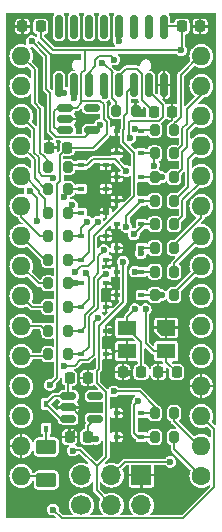
<source format=gbr>
%TF.GenerationSoftware,KiCad,Pcbnew,(6.0.8)*%
%TF.CreationDate,2022-12-14T23:26:50+01:00*%
%TF.ProjectId,rugged_nano,72756767-6564-45f6-9e61-6e6f2e6b6963,rev?*%
%TF.SameCoordinates,Original*%
%TF.FileFunction,Copper,L2,Bot*%
%TF.FilePolarity,Positive*%
%FSLAX46Y46*%
G04 Gerber Fmt 4.6, Leading zero omitted, Abs format (unit mm)*
G04 Created by KiCad (PCBNEW (6.0.8)) date 2022-12-14 23:26:50*
%MOMM*%
%LPD*%
G01*
G04 APERTURE LIST*
G04 Aperture macros list*
%AMRoundRect*
0 Rectangle with rounded corners*
0 $1 Rounding radius*
0 $2 $3 $4 $5 $6 $7 $8 $9 X,Y pos of 4 corners*
0 Add a 4 corners polygon primitive as box body*
4,1,4,$2,$3,$4,$5,$6,$7,$8,$9,$2,$3,0*
0 Add four circle primitives for the rounded corners*
1,1,$1+$1,$2,$3*
1,1,$1+$1,$4,$5*
1,1,$1+$1,$6,$7*
1,1,$1+$1,$8,$9*
0 Add four rect primitives between the rounded corners*
20,1,$1+$1,$2,$3,$4,$5,0*
20,1,$1+$1,$4,$5,$6,$7,0*
20,1,$1+$1,$6,$7,$8,$9,0*
20,1,$1+$1,$8,$9,$2,$3,0*%
%AMOutline5P*
0 Free polygon, 5 corners , with rotation*
0 The origin of the aperture is its center*
0 number of corners: always 5*
0 $1 to $10 corner X, Y*
0 $11 Rotation angle, in degrees counterclockwise*
0 create outline with 5 corners*
4,1,5,$1,$2,$3,$4,$5,$6,$7,$8,$9,$10,$1,$2,$11*%
%AMOutline6P*
0 Free polygon, 6 corners , with rotation*
0 The origin of the aperture is its center*
0 number of corners: always 6*
0 $1 to $12 corner X, Y*
0 $13 Rotation angle, in degrees counterclockwise*
0 create outline with 6 corners*
4,1,6,$1,$2,$3,$4,$5,$6,$7,$8,$9,$10,$11,$12,$1,$2,$13*%
%AMOutline7P*
0 Free polygon, 7 corners , with rotation*
0 The origin of the aperture is its center*
0 number of corners: always 7*
0 $1 to $14 corner X, Y*
0 $15 Rotation angle, in degrees counterclockwise*
0 create outline with 7 corners*
4,1,7,$1,$2,$3,$4,$5,$6,$7,$8,$9,$10,$11,$12,$13,$14,$1,$2,$15*%
%AMOutline8P*
0 Free polygon, 8 corners , with rotation*
0 The origin of the aperture is its center*
0 number of corners: always 8*
0 $1 to $16 corner X, Y*
0 $17 Rotation angle, in degrees counterclockwise*
0 create outline with 8 corners*
4,1,8,$1,$2,$3,$4,$5,$6,$7,$8,$9,$10,$11,$12,$13,$14,$15,$16,$1,$2,$17*%
G04 Aperture macros list end*
%TA.AperFunction,ComponentPad*%
%ADD10C,1.700000*%
%TD*%
%TA.AperFunction,ComponentPad*%
%ADD11O,1.700000X1.700000*%
%TD*%
%TA.AperFunction,ComponentPad*%
%ADD12R,1.700000X1.700000*%
%TD*%
%TA.AperFunction,ComponentPad*%
%ADD13C,1.600000*%
%TD*%
%TA.AperFunction,ComponentPad*%
%ADD14O,1.600000X1.600000*%
%TD*%
%TA.AperFunction,SMDPad,CuDef*%
%ADD15RoundRect,0.250000X-0.625000X0.375000X-0.625000X-0.375000X0.625000X-0.375000X0.625000X0.375000X0*%
%TD*%
%TA.AperFunction,SMDPad,CuDef*%
%ADD16RoundRect,0.200000X0.200000X0.275000X-0.200000X0.275000X-0.200000X-0.275000X0.200000X-0.275000X0*%
%TD*%
%TA.AperFunction,SMDPad,CuDef*%
%ADD17RoundRect,0.225000X0.225000X0.250000X-0.225000X0.250000X-0.225000X-0.250000X0.225000X-0.250000X0*%
%TD*%
%TA.AperFunction,SMDPad,CuDef*%
%ADD18R,0.600000X0.450000*%
%TD*%
%TA.AperFunction,SMDPad,CuDef*%
%ADD19RoundRect,0.150000X0.150000X-0.825000X0.150000X0.825000X-0.150000X0.825000X-0.150000X-0.825000X0*%
%TD*%
%TA.AperFunction,SMDPad,CuDef*%
%ADD20RoundRect,0.150000X-0.512500X-0.150000X0.512500X-0.150000X0.512500X0.150000X-0.512500X0.150000X0*%
%TD*%
%TA.AperFunction,SMDPad,CuDef*%
%ADD21RoundRect,0.200000X-0.200000X-0.275000X0.200000X-0.275000X0.200000X0.275000X-0.200000X0.275000X0*%
%TD*%
%TA.AperFunction,SMDPad,CuDef*%
%ADD22RoundRect,0.225000X-0.225000X-0.250000X0.225000X-0.250000X0.225000X0.250000X-0.225000X0.250000X0*%
%TD*%
%TA.AperFunction,SMDPad,CuDef*%
%ADD23R,0.450000X0.600000*%
%TD*%
%TA.AperFunction,SMDPad,CuDef*%
%ADD24R,1.600000X1.300000*%
%TD*%
%TA.AperFunction,SMDPad,CuDef*%
%ADD25Outline5P,-0.800000X0.650000X0.410000X0.650000X0.800000X0.260000X0.800000X-0.650000X-0.800000X-0.650000X180.000000*%
%TD*%
%TA.AperFunction,ViaPad*%
%ADD26C,0.600000*%
%TD*%
%TA.AperFunction,Conductor*%
%ADD27C,0.150000*%
%TD*%
%TA.AperFunction,Conductor*%
%ADD28C,0.200000*%
%TD*%
G04 APERTURE END LIST*
D10*
%TO.P,J2,1,Pin_1*%
%TO.N,12*%
X147095000Y-94585000D03*
D11*
%TO.P,J2,2,Pin_2*%
%TO.N,+5V*%
X147095000Y-92045000D03*
%TO.P,J2,3,Pin_3*%
%TO.N,13*%
X149635000Y-94585000D03*
%TO.P,J2,4,Pin_4*%
%TO.N,11*%
X149635000Y-92045000D03*
%TO.P,J2,5,Pin_5*%
%TO.N,RST*%
X152175000Y-94585000D03*
D12*
%TO.P,J2,6,Pin_6*%
%TO.N,GND*%
X152175000Y-92045000D03*
%TD*%
D13*
%TO.P,A1,1,D1/TX*%
%TO.N,1{slash}TX_B*%
X157240000Y-92120000D03*
D14*
%TO.P,A1,2,D0/RX*%
%TO.N,0{slash}RX_B*%
X157240000Y-89580000D03*
%TO.P,A1,3,~{RESET}*%
%TO.N,Net-(A1-Pad28)*%
X157240000Y-87040000D03*
%TO.P,A1,4,GND*%
%TO.N,GND*%
X157240000Y-84500000D03*
%TO.P,A1,5,D2*%
%TO.N,2_B*%
X157240000Y-81960000D03*
%TO.P,A1,6,D3*%
%TO.N,3_B*%
X157240000Y-79420000D03*
%TO.P,A1,7,D4*%
%TO.N,4_B*%
X157240000Y-76880000D03*
%TO.P,A1,8,D5*%
%TO.N,5_B*%
X157240000Y-74340000D03*
%TO.P,A1,9,D6*%
%TO.N,6_B*%
X157240000Y-71800000D03*
%TO.P,A1,10,D7*%
%TO.N,7_B*%
X157240000Y-69260000D03*
%TO.P,A1,11,D8*%
%TO.N,8_B*%
X157240000Y-66720000D03*
%TO.P,A1,12,D9*%
%TO.N,9_B*%
X157240000Y-64180000D03*
%TO.P,A1,13,D10*%
%TO.N,10_B*%
X157240000Y-61640000D03*
%TO.P,A1,14,D11*%
%TO.N,11_B*%
X157240000Y-59100000D03*
%TO.P,A1,15,D12*%
%TO.N,12_B*%
X157240000Y-56560000D03*
%TO.P,A1,16,D13*%
%TO.N,13_B*%
X142000000Y-56560000D03*
%TO.P,A1,17,3V3*%
%TO.N,+3.3V*%
X142000000Y-59100000D03*
%TO.P,A1,18,AREF*%
%TO.N,AREF*%
X142000000Y-61640000D03*
%TO.P,A1,19,A0*%
%TO.N,A0_B*%
X142000000Y-64180000D03*
%TO.P,A1,20,A1*%
%TO.N,A1_B*%
X142000000Y-66720000D03*
%TO.P,A1,21,A2*%
%TO.N,A2_B*%
X142000000Y-69260000D03*
%TO.P,A1,22,A3*%
%TO.N,A3_B*%
X142000000Y-71800000D03*
%TO.P,A1,23,A4*%
%TO.N,A4_B*%
X142000000Y-74340000D03*
%TO.P,A1,24,A5*%
%TO.N,A5_B*%
X142000000Y-76880000D03*
%TO.P,A1,25,A6*%
%TO.N,A6_B*%
X142000000Y-79420000D03*
%TO.P,A1,26,A7*%
%TO.N,A7_B*%
X142000000Y-81960000D03*
%TO.P,A1,27,+5V*%
%TO.N,+5V*%
X142000000Y-84500000D03*
%TO.P,A1,28,~{RESET}*%
%TO.N,Net-(A1-Pad28)*%
X142000000Y-87040000D03*
%TO.P,A1,29,GND*%
%TO.N,GND*%
X142000000Y-89580000D03*
%TO.P,A1,30,VIN*%
%TO.N,Net-(A1-Pad30)*%
X142000000Y-92120000D03*
%TD*%
D15*
%TO.P,F2,1*%
%TO.N,Net-(D23-Pad2)*%
X144120000Y-89660000D03*
%TO.P,F2,2*%
%TO.N,Net-(A1-Pad30)*%
X144120000Y-92460000D03*
%TD*%
D16*
%TO.P,R7,1*%
%TO.N,A5*%
X145945000Y-77810000D03*
%TO.P,R7,2*%
%TO.N,A5_B*%
X144295000Y-77810000D03*
%TD*%
%TO.P,R2,1*%
%TO.N,A0*%
X145945000Y-67810000D03*
%TO.P,R2,2*%
%TO.N,A0_B*%
X144295000Y-67810000D03*
%TD*%
D17*
%TO.P,C4,1*%
%TO.N,GND*%
X147645000Y-83810000D03*
%TO.P,C4,2*%
%TO.N,VIN*%
X146095000Y-83810000D03*
%TD*%
D16*
%TO.P,R8,1*%
%TO.N,A6*%
X145945000Y-79810000D03*
%TO.P,R8,2*%
%TO.N,A6_B*%
X144295000Y-79810000D03*
%TD*%
D18*
%TO.P,D20,1,K*%
%TO.N,11*%
X152170000Y-64807500D03*
%TO.P,D20,2,A*%
%TO.N,GND*%
X150070000Y-64807500D03*
%TD*%
D19*
%TO.P,U4,1,GND*%
%TO.N,GND*%
X154065000Y-59035000D03*
%TO.P,U4,2,TXD*%
%TO.N,0{slash}RX*%
X152795000Y-59035000D03*
%TO.P,U4,3,RXD*%
%TO.N,1{slash}TX*%
X151525000Y-59035000D03*
%TO.P,U4,4,V3*%
%TO.N,Net-(C10-Pad2)*%
X150255000Y-59035000D03*
%TO.P,U4,5,UD+*%
%TO.N,Net-(J3-PadA6)*%
X148985000Y-59035000D03*
%TO.P,U4,6,UD-*%
%TO.N,Net-(J3-PadA7)*%
X147715000Y-59035000D03*
%TO.P,U4,7,XI*%
%TO.N,Net-(C8-Pad1)*%
X146445000Y-59035000D03*
%TO.P,U4,8,XO*%
%TO.N,Net-(C9-Pad1)*%
X145175000Y-59035000D03*
%TO.P,U4,9,~{CTS}*%
%TO.N,unconnected-(U4-Pad9)*%
X145175000Y-54085000D03*
%TO.P,U4,10,~{DSR}*%
%TO.N,unconnected-(U4-Pad10)*%
X146445000Y-54085000D03*
%TO.P,U4,11,~{RI}*%
%TO.N,unconnected-(U4-Pad11)*%
X147715000Y-54085000D03*
%TO.P,U4,12,~{DCD}*%
%TO.N,unconnected-(U4-Pad12)*%
X148985000Y-54085000D03*
%TO.P,U4,13,~{DTR}*%
%TO.N,Net-(C12-Pad1)*%
X150255000Y-54085000D03*
%TO.P,U4,14,~{RTS}*%
%TO.N,unconnected-(U4-Pad14)*%
X151525000Y-54085000D03*
%TO.P,U4,15,R232*%
%TO.N,unconnected-(U4-Pad15)*%
X152795000Y-54085000D03*
%TO.P,U4,16,VCC*%
%TO.N,+5V*%
X154065000Y-54085000D03*
%TD*%
D20*
%TO.P,U3,1,VIN*%
%TO.N,+5V*%
X145732500Y-62835000D03*
%TO.P,U3,2,GND*%
%TO.N,GND*%
X145732500Y-61885000D03*
%TO.P,U3,3,ON/~{OFF}*%
%TO.N,+5V*%
X145732500Y-60935000D03*
%TO.P,U3,4,BP*%
%TO.N,unconnected-(U3-Pad4)*%
X148007500Y-60935000D03*
%TO.P,U3,5,VOUT*%
%TO.N,+3.3V*%
X148007500Y-62835000D03*
%TD*%
D18*
%TO.P,D4,1,K*%
%TO.N,A2*%
X147070000Y-71812500D03*
%TO.P,D4,2,A*%
%TO.N,GND*%
X149170000Y-71812500D03*
%TD*%
%TO.P,D9,1,K*%
%TO.N,A7*%
X147070000Y-81812500D03*
%TO.P,D9,2,A*%
%TO.N,GND*%
X149170000Y-81812500D03*
%TD*%
%TO.P,D6,1,K*%
%TO.N,A4*%
X147070000Y-75812500D03*
%TO.P,D6,2,A*%
%TO.N,GND*%
X149170000Y-75812500D03*
%TD*%
D21*
%TO.P,R14,1*%
%TO.N,5*%
X153295000Y-76810000D03*
%TO.P,R14,2*%
%TO.N,5_B*%
X154945000Y-76810000D03*
%TD*%
D18*
%TO.P,D1,1,K*%
%TO.N,0{slash}RX*%
X152170000Y-86807500D03*
%TO.P,D1,2,A*%
%TO.N,GND*%
X150070000Y-86807500D03*
%TD*%
D17*
%TO.P,C5,1*%
%TO.N,+5V*%
X147645000Y-88810000D03*
%TO.P,C5,2*%
%TO.N,GND*%
X146095000Y-88810000D03*
%TD*%
D21*
%TO.P,R16,1*%
%TO.N,7*%
X153295000Y-72810000D03*
%TO.P,R16,2*%
%TO.N,7_B*%
X154945000Y-72810000D03*
%TD*%
%TO.P,R15,1*%
%TO.N,6*%
X153295000Y-74810000D03*
%TO.P,R15,2*%
%TO.N,6_B*%
X154945000Y-74810000D03*
%TD*%
D22*
%TO.P,C6,1*%
%TO.N,GND*%
X144345000Y-64310000D03*
%TO.P,C6,2*%
%TO.N,+5V*%
X145895000Y-64310000D03*
%TD*%
D21*
%TO.P,R1,1*%
%TO.N,0{slash}RX*%
X153295000Y-86810000D03*
%TO.P,R1,2*%
%TO.N,0{slash}RX_B*%
X154945000Y-86810000D03*
%TD*%
D18*
%TO.P,D2,1,K*%
%TO.N,A0*%
X147070000Y-67812500D03*
%TO.P,D2,2,A*%
%TO.N,GND*%
X149170000Y-67812500D03*
%TD*%
D21*
%TO.P,R17,1*%
%TO.N,8*%
X153295000Y-70810000D03*
%TO.P,R17,2*%
%TO.N,8_B*%
X154945000Y-70810000D03*
%TD*%
D16*
%TO.P,R4,1*%
%TO.N,A2*%
X145945000Y-71810000D03*
%TO.P,R4,2*%
%TO.N,A2_B*%
X144295000Y-71810000D03*
%TD*%
D17*
%TO.P,C10,1*%
%TO.N,GND*%
X154745000Y-61260000D03*
%TO.P,C10,2*%
%TO.N,Net-(C10-Pad2)*%
X153195000Y-61260000D03*
%TD*%
D18*
%TO.P,D18,1,K*%
%TO.N,9*%
X152170000Y-68807500D03*
%TO.P,D18,2,A*%
%TO.N,GND*%
X150070000Y-68807500D03*
%TD*%
D16*
%TO.P,R28,1*%
%TO.N,GND*%
X151670000Y-61185000D03*
%TO.P,R28,2*%
%TO.N,Net-(J3-PadB5)*%
X150020000Y-61185000D03*
%TD*%
D17*
%TO.P,C2,1*%
%TO.N,Net-(C2-Pad1)*%
X152145000Y-83310000D03*
%TO.P,C2,2*%
%TO.N,GND*%
X150595000Y-83310000D03*
%TD*%
D18*
%TO.P,D7,1,K*%
%TO.N,A5*%
X147070000Y-77812500D03*
%TO.P,D7,2,A*%
%TO.N,GND*%
X149170000Y-77812500D03*
%TD*%
%TO.P,D22,1,K*%
%TO.N,13*%
X147070000Y-65812500D03*
%TO.P,D22,2,A*%
%TO.N,GND*%
X149170000Y-65812500D03*
%TD*%
D16*
%TO.P,R5,1*%
%TO.N,A3*%
X145945000Y-73810000D03*
%TO.P,R5,2*%
%TO.N,A3_B*%
X144295000Y-73810000D03*
%TD*%
D23*
%TO.P,D23,1,K*%
%TO.N,VIN*%
X144117500Y-86010000D03*
%TO.P,D23,2,A*%
%TO.N,Net-(D23-Pad2)*%
X144117500Y-88110000D03*
%TD*%
D16*
%TO.P,R9,1*%
%TO.N,A7*%
X145945000Y-81810000D03*
%TO.P,R9,2*%
%TO.N,A7_B*%
X144295000Y-81810000D03*
%TD*%
D18*
%TO.P,D14,1,K*%
%TO.N,5*%
X152170000Y-76807500D03*
%TO.P,D14,2,A*%
%TO.N,GND*%
X150070000Y-76807500D03*
%TD*%
D21*
%TO.P,R19,1*%
%TO.N,10*%
X153295000Y-66810000D03*
%TO.P,R19,2*%
%TO.N,10_B*%
X154945000Y-66810000D03*
%TD*%
D16*
%TO.P,R22,1*%
%TO.N,13*%
X145945000Y-65935000D03*
%TO.P,R22,2*%
%TO.N,13_B*%
X144295000Y-65935000D03*
%TD*%
D21*
%TO.P,R21,1*%
%TO.N,12*%
X153295000Y-62810000D03*
%TO.P,R21,2*%
%TO.N,12_B*%
X154945000Y-62810000D03*
%TD*%
D18*
%TO.P,D16,1,K*%
%TO.N,7*%
X152170000Y-72807500D03*
%TO.P,D16,2,A*%
%TO.N,GND*%
X150070000Y-72807500D03*
%TD*%
D17*
%TO.P,C3,1*%
%TO.N,Net-(C3-Pad1)*%
X155145000Y-83310000D03*
%TO.P,C3,2*%
%TO.N,GND*%
X153595000Y-83310000D03*
%TD*%
D21*
%TO.P,R18,1*%
%TO.N,9*%
X153295000Y-68810000D03*
%TO.P,R18,2*%
%TO.N,9_B*%
X154945000Y-68810000D03*
%TD*%
D18*
%TO.P,D19,1,K*%
%TO.N,10*%
X152170000Y-66807500D03*
%TO.P,D19,2,A*%
%TO.N,GND*%
X150070000Y-66807500D03*
%TD*%
D21*
%TO.P,R10,1*%
%TO.N,1{slash}TX*%
X153295000Y-88812500D03*
%TO.P,R10,2*%
%TO.N,1{slash}TX_B*%
X154945000Y-88812500D03*
%TD*%
D18*
%TO.P,D21,1,K*%
%TO.N,12*%
X152170000Y-62907500D03*
%TO.P,D21,2,A*%
%TO.N,GND*%
X150070000Y-62907500D03*
%TD*%
D16*
%TO.P,R3,1*%
%TO.N,A1*%
X145945000Y-69810000D03*
%TO.P,R3,2*%
%TO.N,A1_B*%
X144295000Y-69810000D03*
%TD*%
D18*
%TO.P,D15,1,K*%
%TO.N,6*%
X152170000Y-74807500D03*
%TO.P,D15,2,A*%
%TO.N,GND*%
X150070000Y-74807500D03*
%TD*%
%TO.P,D8,1,K*%
%TO.N,A6*%
X147070000Y-79812500D03*
%TO.P,D8,2,A*%
%TO.N,GND*%
X149170000Y-79812500D03*
%TD*%
%TO.P,D17,1,K*%
%TO.N,8*%
X152170000Y-70807500D03*
%TO.P,D17,2,A*%
%TO.N,GND*%
X150070000Y-70807500D03*
%TD*%
%TO.P,D5,1,K*%
%TO.N,A3*%
X147070000Y-73812500D03*
%TO.P,D5,2,A*%
%TO.N,GND*%
X149170000Y-73812500D03*
%TD*%
D20*
%TO.P,U2,1,VIN*%
%TO.N,VIN*%
X145982500Y-87260000D03*
%TO.P,U2,2,GND*%
%TO.N,GND*%
X145982500Y-86310000D03*
%TO.P,U2,3,ON/~{OFF}*%
%TO.N,VIN*%
X145982500Y-85360000D03*
%TO.P,U2,4,BP*%
%TO.N,unconnected-(U2-Pad4)*%
X148257500Y-85360000D03*
%TO.P,U2,5,VOUT*%
%TO.N,+5V*%
X148257500Y-87260000D03*
%TD*%
D16*
%TO.P,R6,1*%
%TO.N,A4*%
X145945000Y-75810000D03*
%TO.P,R6,2*%
%TO.N,A4_B*%
X144295000Y-75810000D03*
%TD*%
D17*
%TO.P,C11,1*%
%TO.N,GND*%
X157145000Y-54060000D03*
%TO.P,C11,2*%
%TO.N,+5V*%
X155595000Y-54060000D03*
%TD*%
D18*
%TO.P,D3,1,K*%
%TO.N,A1*%
X147070000Y-69812500D03*
%TO.P,D3,2,A*%
%TO.N,GND*%
X149170000Y-69812500D03*
%TD*%
%TO.P,D10,1,K*%
%TO.N,1{slash}TX*%
X152170000Y-88810000D03*
%TO.P,D10,2,A*%
%TO.N,GND*%
X150070000Y-88810000D03*
%TD*%
D24*
%TO.P,Y1,1,1*%
%TO.N,Net-(C3-Pad1)*%
X154270000Y-81560000D03*
%TO.P,Y1,2,2*%
%TO.N,GND*%
X150970000Y-81560000D03*
%TO.P,Y1,3,3*%
%TO.N,Net-(C2-Pad1)*%
X150970000Y-79560000D03*
D25*
%TO.P,Y1,4,4*%
%TO.N,GND*%
X154270000Y-79560000D03*
%TD*%
D21*
%TO.P,R20,1*%
%TO.N,11*%
X153295000Y-64810000D03*
%TO.P,R20,2*%
%TO.N,11_B*%
X154945000Y-64810000D03*
%TD*%
D17*
%TO.P,C13,1*%
%TO.N,+5V*%
X143645000Y-54060000D03*
%TO.P,C13,2*%
%TO.N,GND*%
X142095000Y-54060000D03*
%TD*%
D26*
%TO.N,+5V*%
X155520000Y-56060000D03*
X144420000Y-84410000D03*
X148320000Y-88960000D03*
%TO.N,Net-(A1-Pad28)*%
X144670000Y-94960000D03*
%TO.N,+3.3V*%
X142870000Y-55310000D03*
X148645500Y-62400231D03*
%TO.N,AREF*%
X144724990Y-66874390D03*
%TO.N,GND*%
X149145500Y-64560000D03*
X147695500Y-66460000D03*
X149870000Y-66110000D03*
X151120000Y-72860000D03*
X154920000Y-59860000D03*
X149870000Y-75810000D03*
X152070000Y-61460500D03*
X148944500Y-83860000D03*
X149270000Y-81060000D03*
X143720000Y-59960000D03*
X147470000Y-61960000D03*
X150145000Y-62534500D03*
X146170000Y-56660000D03*
X151190030Y-83389970D03*
X145606001Y-61790399D03*
X149620000Y-79810000D03*
X147370000Y-86310000D03*
X149181223Y-69474405D03*
%TO.N,Net-(C8-Pad1)*%
X146477700Y-60105234D03*
%TO.N,Net-(C9-Pad1)*%
X145595000Y-59660000D03*
%TO.N,Net-(C12-Pad1)*%
X150255000Y-55260000D03*
%TO.N,RST*%
X142713767Y-67966233D03*
X143370000Y-70560000D03*
%TO.N,0{slash}RX*%
X151220500Y-63477714D03*
X149820000Y-84960000D03*
%TO.N,A0*%
X145620000Y-68460000D03*
%TO.N,A1*%
X146320000Y-69192560D03*
%TO.N,A2*%
X147568198Y-70586802D03*
%TO.N,A3*%
X148470500Y-70606766D03*
%TO.N,A4*%
X146669502Y-75760498D03*
%TO.N,A5*%
X147445000Y-74935000D03*
%TO.N,A6*%
X148986040Y-72987998D03*
%TO.N,A7*%
X149170498Y-75035000D03*
%TO.N,1{slash}TX*%
X151870000Y-85810000D03*
X146570000Y-74810000D03*
%TO.N,5*%
X153870000Y-76810000D03*
%TO.N,6*%
X151620000Y-74810000D03*
%TO.N,7*%
X152120000Y-73260000D03*
%TO.N,8*%
X151520000Y-71660000D03*
%TO.N,9*%
X150894502Y-71016233D03*
%TO.N,10*%
X153870000Y-66810000D03*
%TO.N,11*%
X154620000Y-90910000D03*
X153220000Y-65835500D03*
%TO.N,12*%
X151652130Y-62735527D03*
%TO.N,13*%
X150896400Y-66295612D03*
X146370000Y-89960000D03*
X150620000Y-73960000D03*
%TO.N,Net-(J3-PadB5)*%
X148829270Y-57134500D03*
%TO.N,Net-(J3-PadA6)*%
X149054074Y-59910708D03*
%TO.N,Net-(J3-PadA7)*%
X149870000Y-56860000D03*
%TO.N,Net-(C2-Pad1)*%
X151620001Y-78010000D03*
%TO.N,Net-(C3-Pad1)*%
X152520000Y-78010000D03*
%TO.N,Net-(C14-Pad2)*%
X145594500Y-82768118D03*
X148501267Y-78716267D03*
%TD*%
D27*
%TO.N,+5V*%
X155595000Y-55985000D02*
X155595000Y-54060000D01*
X145020000Y-73057918D02*
X145020000Y-83810000D01*
X154090000Y-54060000D02*
X154065000Y-54085000D01*
X155595000Y-54060000D02*
X154090000Y-54060000D01*
X148970000Y-61871827D02*
X148970000Y-60633959D01*
X145020000Y-70310000D02*
X145020000Y-73057918D01*
D28*
X145732500Y-60935000D02*
X146695000Y-60935000D01*
D27*
X148696041Y-60360000D02*
X147070000Y-60360000D01*
X148970000Y-60633959D02*
X148696041Y-60360000D01*
X145020000Y-67391879D02*
X145020000Y-70310000D01*
X145020000Y-83810000D02*
X144420000Y-84410000D01*
X145095000Y-62835000D02*
X145732500Y-62835000D01*
D28*
X147077700Y-58002300D02*
X147365000Y-57715000D01*
D27*
X144795000Y-61235000D02*
X144795000Y-62535000D01*
X148070000Y-64310000D02*
X149220000Y-63160000D01*
X145895000Y-64310000D02*
X148070000Y-64310000D01*
X145895000Y-64310000D02*
X145270000Y-64935000D01*
D28*
X147077700Y-60552300D02*
X147077700Y-58002300D01*
D27*
X145270000Y-66606554D02*
X145299490Y-66636043D01*
X145270000Y-64935000D02*
X145270000Y-66606554D01*
X149220000Y-63160000D02*
X149220000Y-62121827D01*
X147365000Y-56065000D02*
X147370000Y-56060000D01*
X145095000Y-60935000D02*
X144795000Y-61235000D01*
D28*
X144687096Y-56060000D02*
X143645000Y-55017904D01*
D27*
X145299490Y-67112389D02*
X145020000Y-67391879D01*
X145732500Y-60935000D02*
X145095000Y-60935000D01*
D28*
X143645000Y-55017904D02*
X143645000Y-54060000D01*
X146695000Y-60935000D02*
X147077700Y-60552300D01*
X147370000Y-56060000D02*
X144687096Y-56060000D01*
D27*
X149220000Y-62121827D02*
X148970000Y-61871827D01*
X147645000Y-88810000D02*
X147645000Y-87872500D01*
X155520000Y-56060000D02*
X155595000Y-55985000D01*
D28*
X147365000Y-57715000D02*
X147365000Y-56065000D01*
X155520000Y-56060000D02*
X147370000Y-56060000D01*
D27*
X147645000Y-87872500D02*
X148257500Y-87260000D01*
X144795000Y-62535000D02*
X145095000Y-62835000D01*
X145299490Y-66636043D02*
X145299490Y-67112389D01*
%TO.N,1{slash}TX_B*%
X154945000Y-88812500D02*
X154945000Y-89825000D01*
X154945000Y-89825000D02*
X157240000Y-92120000D01*
%TO.N,0{slash}RX_B*%
X154945000Y-87485000D02*
X157040000Y-89580000D01*
X154945000Y-86810000D02*
X154945000Y-87485000D01*
X157040000Y-89580000D02*
X157240000Y-89580000D01*
%TO.N,Net-(A1-Pad28)*%
X155670000Y-95710000D02*
X158315000Y-93065000D01*
X158315000Y-88115000D02*
X157240000Y-87040000D01*
X144670000Y-94960000D02*
X145420000Y-95710000D01*
X158315000Y-93065000D02*
X158315000Y-88115000D01*
X145420000Y-95710000D02*
X155670000Y-95710000D01*
%TO.N,5_B*%
X154945000Y-76810000D02*
X154945000Y-76635000D01*
X154945000Y-76635000D02*
X157240000Y-74340000D01*
%TO.N,6_B*%
X154945000Y-74095000D02*
X157240000Y-71800000D01*
X154945000Y-74810000D02*
X154945000Y-74095000D01*
%TO.N,7_B*%
X154945000Y-72539365D02*
X157240000Y-70244365D01*
X154945000Y-72810000D02*
X154945000Y-72539365D01*
X157240000Y-70244365D02*
X157240000Y-69260000D01*
%TO.N,8_B*%
X155645000Y-68785000D02*
X157240000Y-67190000D01*
X154945000Y-70810000D02*
X155645000Y-70110000D01*
X155645000Y-70110000D02*
X155645000Y-68785000D01*
X157240000Y-67190000D02*
X157240000Y-66720000D01*
%TO.N,9_B*%
X154945000Y-68810000D02*
X156140000Y-67615000D01*
X156140000Y-65280000D02*
X157240000Y-64180000D01*
X156140000Y-67615000D02*
X156140000Y-65280000D01*
%TO.N,10_B*%
X155645000Y-64675686D02*
X156045000Y-64275686D01*
X155645000Y-66110000D02*
X155645000Y-64675686D01*
X154945000Y-66810000D02*
X155645000Y-66110000D01*
X156045000Y-64275686D02*
X156045000Y-62835000D01*
X156045000Y-62835000D02*
X157240000Y-61640000D01*
%TO.N,11_B*%
X155645000Y-62669314D02*
X155645000Y-64110000D01*
X157240000Y-59100000D02*
X157240000Y-59840000D01*
X156020000Y-61060000D02*
X156020000Y-62294314D01*
X156020000Y-62294314D02*
X155645000Y-62669314D01*
X155645000Y-64110000D02*
X154945000Y-64810000D01*
X157240000Y-59840000D02*
X156020000Y-61060000D01*
%TO.N,12_B*%
X155495000Y-58135000D02*
X157070000Y-56560000D01*
X154945000Y-62810000D02*
X154945000Y-62260000D01*
X157070000Y-56560000D02*
X157240000Y-56560000D01*
X155170000Y-62035000D02*
X155187462Y-62035000D01*
X154945000Y-62260000D02*
X155170000Y-62035000D01*
X155495000Y-61727462D02*
X155495000Y-58135000D01*
X155187462Y-62035000D02*
X155495000Y-61727462D01*
%TO.N,13_B*%
X144295000Y-65935000D02*
X144295000Y-65435000D01*
X144295000Y-65435000D02*
X143920000Y-65060000D01*
X143620000Y-64767107D02*
X143620000Y-61010000D01*
X143120000Y-60510000D02*
X143120000Y-57680000D01*
X143620000Y-61010000D02*
X143120000Y-60510000D01*
X143912893Y-65060000D02*
X143620000Y-64767107D01*
X143920000Y-65060000D02*
X143912893Y-65060000D01*
X143120000Y-57680000D02*
X142000000Y-56560000D01*
%TO.N,+3.3V*%
X144445000Y-62885000D02*
X144970000Y-63410000D01*
X142870000Y-55310000D02*
X144120000Y-56560000D01*
X144120000Y-56560000D02*
X144120000Y-59360000D01*
X144445000Y-59685000D02*
X144445000Y-62885000D01*
X144970000Y-63410000D02*
X147432500Y-63410000D01*
X144120000Y-59360000D02*
X144445000Y-59685000D01*
X147432500Y-63410000D02*
X148007500Y-62835000D01*
%TO.N,AREF*%
X143095000Y-62735000D02*
X142000000Y-61640000D01*
X143470000Y-65112082D02*
X143095000Y-64737082D01*
X143470000Y-66385000D02*
X143470000Y-65112082D01*
X143095000Y-64737082D02*
X143095000Y-62735000D01*
X144535600Y-66685000D02*
X143770000Y-66685000D01*
X143770000Y-66685000D02*
X143470000Y-66385000D01*
X144724990Y-66874390D02*
X144535600Y-66685000D01*
%TO.N,A0_B*%
X143120000Y-66885000D02*
X143120000Y-65300000D01*
X144045000Y-67810000D02*
X143120000Y-66885000D01*
X143120000Y-65300000D02*
X142000000Y-64180000D01*
%TO.N,A1_B*%
X142280000Y-66720000D02*
X142000000Y-66720000D01*
X143520000Y-68181751D02*
X143520000Y-67960000D01*
X144045000Y-68706751D02*
X143520000Y-68181751D01*
X143520000Y-67960000D02*
X142280000Y-66720000D01*
X144045000Y-69810000D02*
X144045000Y-68706751D01*
%TO.N,A2_B*%
X143620000Y-71810000D02*
X142000000Y-70190000D01*
X142000000Y-70190000D02*
X142000000Y-69260000D01*
X144045000Y-71810000D02*
X143620000Y-71810000D01*
%TO.N,A3_B*%
X144010000Y-73810000D02*
X142000000Y-71800000D01*
X144045000Y-73810000D02*
X144010000Y-73810000D01*
%TO.N,A4_B*%
X143470000Y-75810000D02*
X142000000Y-74340000D01*
X144045000Y-75810000D02*
X143470000Y-75810000D01*
%TO.N,A5_B*%
X142930000Y-77810000D02*
X142000000Y-76880000D01*
X144045000Y-77810000D02*
X142930000Y-77810000D01*
%TO.N,A6_B*%
X144045000Y-79810000D02*
X143655000Y-79420000D01*
X143655000Y-79420000D02*
X142000000Y-79420000D01*
%TO.N,A7_B*%
X143895000Y-81960000D02*
X142000000Y-81960000D01*
X144045000Y-81810000D02*
X143895000Y-81960000D01*
%TO.N,Net-(A1-Pad30)*%
X143780000Y-92120000D02*
X144120000Y-92460000D01*
X142000000Y-92120000D02*
X143780000Y-92120000D01*
%TO.N,GND*%
X146296041Y-86310000D02*
X146920000Y-86933959D01*
X146095000Y-88682919D02*
X146095000Y-88810000D01*
X146920000Y-86933959D02*
X146920000Y-87857919D01*
X145982500Y-86310000D02*
X146296041Y-86310000D01*
X146920000Y-87857919D02*
X146095000Y-88682919D01*
%TO.N,VIN*%
X145367500Y-87260000D02*
X145982500Y-87260000D01*
X144117500Y-86010000D02*
X145367500Y-87260000D01*
X144767500Y-85360000D02*
X145982500Y-85360000D01*
X145982500Y-83922500D02*
X146095000Y-83810000D01*
X145982500Y-85360000D02*
X145982500Y-83922500D01*
X144117500Y-86010000D02*
X144767500Y-85360000D01*
%TO.N,Net-(C10-Pad2)*%
X152195000Y-60260000D02*
X152195000Y-58060000D01*
X152195000Y-58060000D02*
X151770000Y-57635000D01*
X151770000Y-57635000D02*
X150895000Y-57635000D01*
X153195000Y-61260000D02*
X152195000Y-60260000D01*
X150255000Y-58275000D02*
X150255000Y-59035000D01*
X150895000Y-57635000D02*
X150255000Y-58275000D01*
%TO.N,RST*%
X143370000Y-68560000D02*
X142776233Y-67966233D01*
X142776233Y-67966233D02*
X142713767Y-67966233D01*
X143370000Y-70560000D02*
X143370000Y-68560000D01*
%TO.N,0{slash}RX*%
X152172500Y-86810000D02*
X152170000Y-86807500D01*
X153970000Y-61702462D02*
X153970000Y-60717538D01*
X153295000Y-86245050D02*
X153295000Y-86810000D01*
X152009950Y-84960000D02*
X153295000Y-86245050D01*
X151170000Y-62035000D02*
X153637462Y-62035000D01*
X153970000Y-60717538D02*
X152795000Y-59542538D01*
X151077130Y-63334344D02*
X151077130Y-62127870D01*
X149820000Y-84960000D02*
X152009950Y-84960000D01*
X153545000Y-86810000D02*
X152172500Y-86810000D01*
X153637462Y-62035000D02*
X153970000Y-61702462D01*
X151077130Y-62127870D02*
X151170000Y-62035000D01*
X151220500Y-63477714D02*
X151077130Y-63334344D01*
X152795000Y-59542538D02*
X152795000Y-59035000D01*
%TO.N,A0*%
X145947500Y-67812500D02*
X145945000Y-67810000D01*
X145947500Y-67812500D02*
X147070000Y-67812500D01*
%TO.N,A1*%
X145695000Y-69810000D02*
X147067500Y-69810000D01*
X147067500Y-69810000D02*
X147070000Y-69812500D01*
%TO.N,A2*%
X147568198Y-70586802D02*
X147070000Y-71085000D01*
X147070000Y-71812500D02*
X145697500Y-71812500D01*
X147070000Y-71085000D02*
X147070000Y-71812500D01*
%TO.N,A3*%
X147720000Y-71357266D02*
X147720000Y-73162500D01*
X147720000Y-73162500D02*
X147070000Y-73812500D01*
X147067500Y-73810000D02*
X147070000Y-73812500D01*
X148470500Y-70606766D02*
X147720000Y-71357266D01*
X145695000Y-73810000D02*
X147067500Y-73810000D01*
%TO.N,A4*%
X146721504Y-75812500D02*
X147070000Y-75812500D01*
X146669502Y-75760498D02*
X146721504Y-75812500D01*
X147070000Y-75812500D02*
X145697500Y-75812500D01*
%TO.N,A5*%
X147067500Y-77810000D02*
X147070000Y-77812500D01*
X147770000Y-75260000D02*
X147770000Y-77112500D01*
X147445000Y-74935000D02*
X147770000Y-75260000D01*
X145695000Y-77810000D02*
X147067500Y-77810000D01*
X147770000Y-77112500D02*
X147070000Y-77812500D01*
%TO.N,A6*%
X148520000Y-74944314D02*
X148120000Y-75344314D01*
X147070000Y-79812500D02*
X145697500Y-79812500D01*
X147370000Y-78460000D02*
X147370000Y-79512500D01*
X148120000Y-77710000D02*
X147370000Y-78460000D01*
X147370000Y-79512500D02*
X147070000Y-79812500D01*
X148520000Y-73510000D02*
X148520000Y-74944314D01*
X148986040Y-72987998D02*
X148986040Y-73043960D01*
X148986040Y-73043960D02*
X148520000Y-73510000D01*
X148120000Y-75344314D02*
X148120000Y-77710000D01*
%TO.N,A7*%
X149170498Y-75035000D02*
X148995000Y-75035000D01*
X145695000Y-81810000D02*
X147067500Y-81810000D01*
X147067500Y-81810000D02*
X147070000Y-81812500D01*
X147720000Y-78604974D02*
X147720000Y-81162500D01*
X148470000Y-75560000D02*
X148470000Y-77854975D01*
X148470000Y-77854975D02*
X147720000Y-78604974D01*
X147720000Y-81162500D02*
X147070000Y-81812500D01*
X148995000Y-75035000D02*
X148470000Y-75560000D01*
%TO.N,1{slash}TX*%
X148120000Y-73837500D02*
X148120000Y-71835000D01*
X151546400Y-64736400D02*
X150645000Y-63835000D01*
X150720000Y-62772673D02*
X150720000Y-61667107D01*
X150970000Y-61417107D02*
X150970000Y-59590000D01*
X151870000Y-85810000D02*
X151570000Y-86110000D01*
X147645000Y-74312500D02*
X148120000Y-73837500D01*
X151570000Y-88510000D02*
X151870000Y-88810000D01*
X148120000Y-71835000D02*
X151546400Y-68408600D01*
X152170000Y-88810000D02*
X153542500Y-88810000D01*
X150720000Y-61667107D02*
X150970000Y-61417107D01*
X151870000Y-88810000D02*
X152170000Y-88810000D01*
X150645000Y-62847673D02*
X150720000Y-62772673D01*
X151570000Y-86110000D02*
X151570000Y-88510000D01*
X151546400Y-68408600D02*
X151546400Y-64736400D01*
X150645000Y-63835000D02*
X150645000Y-62847673D01*
X150970000Y-59590000D02*
X151525000Y-59035000D01*
X147067500Y-74312500D02*
X147645000Y-74312500D01*
X146570000Y-74810000D02*
X147067500Y-74312500D01*
%TO.N,5*%
X152170000Y-76807500D02*
X153542500Y-76807500D01*
X153542500Y-76807500D02*
X153545000Y-76810000D01*
%TO.N,6*%
X153545000Y-74810000D02*
X152172500Y-74810000D01*
X152172500Y-74810000D02*
X152170000Y-74807500D01*
%TO.N,7*%
X152170000Y-72807500D02*
X153542500Y-72807500D01*
%TO.N,8*%
X152195000Y-70985000D02*
X152195000Y-70807500D01*
X153545000Y-70810000D02*
X152172500Y-70810000D01*
X151520000Y-71660000D02*
X152195000Y-70985000D01*
%TO.N,9*%
X150894502Y-71016233D02*
X150894502Y-70082998D01*
X153292500Y-68807500D02*
X153295000Y-68810000D01*
X150894502Y-70082998D02*
X152170000Y-68807500D01*
X152170000Y-68807500D02*
X153292500Y-68807500D01*
%TO.N,10*%
X153542500Y-66807500D02*
X153545000Y-66810000D01*
X152170000Y-66807500D02*
X153542500Y-66807500D01*
%TO.N,11*%
X152172500Y-64810000D02*
X152170000Y-64807500D01*
X150760000Y-90920000D02*
X149635000Y-92045000D01*
X153220000Y-65835500D02*
X153220000Y-64885000D01*
X154620000Y-90910000D02*
X154610000Y-90920000D01*
X153220000Y-64885000D02*
X153295000Y-64810000D01*
X153545000Y-64810000D02*
X152172500Y-64810000D01*
X154610000Y-90920000D02*
X150760000Y-90920000D01*
%TO.N,12*%
X151724103Y-62807500D02*
X152370000Y-62807500D01*
X151652130Y-62735527D02*
X151724103Y-62807500D01*
X152170000Y-62807500D02*
X153542500Y-62807500D01*
%TO.N,13*%
X148370000Y-93320000D02*
X149635000Y-94585000D01*
X148595000Y-79435000D02*
X148595000Y-83035000D01*
X148072500Y-65307500D02*
X149908288Y-65307500D01*
X150645000Y-77385000D02*
X148595000Y-79435000D01*
X150645000Y-73985000D02*
X150645000Y-77385000D01*
X148370000Y-91418654D02*
X148370000Y-93320000D01*
X147070000Y-65812500D02*
X145697500Y-65812500D01*
X147003654Y-89943654D02*
X148370000Y-91310000D01*
X147567500Y-65812500D02*
X148072500Y-65307500D01*
X148370000Y-84208959D02*
X149195000Y-85033959D01*
X150620000Y-73960000D02*
X150645000Y-73985000D01*
X146386346Y-89943654D02*
X147003654Y-89943654D01*
X148370000Y-83260000D02*
X148370000Y-84208959D01*
X146370000Y-89960000D02*
X146386346Y-89943654D01*
X149195000Y-85033959D02*
X149195000Y-90485000D01*
X149908288Y-65307500D02*
X150896400Y-66295612D01*
X149195000Y-90485000D02*
X148370000Y-91310000D01*
X147070000Y-65812500D02*
X147567500Y-65812500D01*
X148595000Y-83035000D02*
X148370000Y-83260000D01*
X148370000Y-91310000D02*
X148370000Y-91418654D01*
%TO.N,Net-(D23-Pad2)*%
X144120000Y-89660000D02*
X144120000Y-88112500D01*
X144120000Y-88112500D02*
X144117500Y-88110000D01*
%TO.N,Net-(J3-PadB5)*%
X148829270Y-57134500D02*
X148944500Y-57134500D01*
X149680000Y-58033960D02*
X149680000Y-60120000D01*
X148944500Y-57134500D02*
X149761980Y-57951980D01*
X150020000Y-60460000D02*
X150020000Y-61085000D01*
X149761980Y-57951980D02*
X149680000Y-58033960D01*
X149680000Y-60120000D02*
X150020000Y-60460000D01*
X150020000Y-61085000D02*
X150045000Y-61060000D01*
%TO.N,Net-(J3-PadA6)*%
X149054074Y-59771548D02*
X148985000Y-59702474D01*
X149054074Y-59910708D02*
X149054074Y-59771548D01*
%TO.N,Net-(J3-PadA7)*%
X148254270Y-56896327D02*
X148254270Y-57425730D01*
X148590597Y-56560000D02*
X148254270Y-56896327D01*
X149870000Y-56860000D02*
X149570000Y-56560000D01*
X147715000Y-57965000D02*
X147715000Y-59035000D01*
X149570000Y-56560000D02*
X148590597Y-56560000D01*
X148254270Y-57425730D02*
X147715000Y-57965000D01*
%TO.N,Net-(C2-Pad1)*%
X150970000Y-78660001D02*
X150970000Y-79560000D01*
X152145000Y-80735000D02*
X150970000Y-79560000D01*
X151620001Y-78010000D02*
X150970000Y-78660001D01*
X152145000Y-83310000D02*
X152145000Y-80735000D01*
%TO.N,Net-(C3-Pad1)*%
X154270000Y-82435000D02*
X154270000Y-81560000D01*
X152520000Y-77960000D02*
X152520000Y-80860000D01*
X153220000Y-81560000D02*
X154270000Y-81560000D01*
X152520000Y-80860000D02*
X153220000Y-81560000D01*
X155145000Y-83310000D02*
X154270000Y-82435000D01*
%TO.N,Net-(C14-Pad2)*%
X148120000Y-81837500D02*
X148120000Y-79097534D01*
X148120000Y-79097534D02*
X148501267Y-78716267D01*
X146967500Y-82312500D02*
X147645000Y-82312500D01*
X146511882Y-82768118D02*
X146967500Y-82312500D01*
X145594500Y-82768118D02*
X146511882Y-82768118D01*
X147645000Y-82312500D02*
X148120000Y-81837500D01*
%TD*%
%TA.AperFunction,Conductor*%
%TO.N,GND*%
G36*
X144739399Y-52928482D02*
G01*
X144766419Y-52975282D01*
X144757035Y-53028500D01*
X144744529Y-53044812D01*
X144735707Y-53053650D01*
X144684464Y-53158482D01*
X144677953Y-53203111D01*
X144674916Y-53223933D01*
X144674500Y-53226782D01*
X144674500Y-54943218D01*
X144674919Y-54946062D01*
X144674919Y-54946067D01*
X144678095Y-54967639D01*
X144684642Y-55012112D01*
X144736068Y-55116855D01*
X144818650Y-55199293D01*
X144923482Y-55250536D01*
X144967640Y-55256978D01*
X144988956Y-55260088D01*
X144988960Y-55260088D01*
X144991782Y-55260500D01*
X145358218Y-55260500D01*
X145361062Y-55260081D01*
X145361067Y-55260081D01*
X145421041Y-55251252D01*
X145421043Y-55251251D01*
X145427112Y-55250358D01*
X145531855Y-55198932D01*
X145614293Y-55116350D01*
X145665536Y-55011518D01*
X145674571Y-54949586D01*
X145675088Y-54946044D01*
X145675088Y-54946040D01*
X145675500Y-54943218D01*
X145675500Y-53226782D01*
X145665358Y-53157888D01*
X145613932Y-53053145D01*
X145605682Y-53044909D01*
X145582802Y-52995952D01*
X145596745Y-52943742D01*
X145640984Y-52912709D01*
X145661496Y-52910000D01*
X145958619Y-52910000D01*
X146009399Y-52928482D01*
X146036419Y-52975282D01*
X146027035Y-53028500D01*
X146014529Y-53044812D01*
X146005707Y-53053650D01*
X145954464Y-53158482D01*
X145947953Y-53203111D01*
X145944916Y-53223933D01*
X145944500Y-53226782D01*
X145944500Y-54943218D01*
X145944919Y-54946062D01*
X145944919Y-54946067D01*
X145948095Y-54967639D01*
X145954642Y-55012112D01*
X146006068Y-55116855D01*
X146088650Y-55199293D01*
X146193482Y-55250536D01*
X146237640Y-55256978D01*
X146258956Y-55260088D01*
X146258960Y-55260088D01*
X146261782Y-55260500D01*
X146628218Y-55260500D01*
X146631062Y-55260081D01*
X146631067Y-55260081D01*
X146691041Y-55251252D01*
X146691043Y-55251251D01*
X146697112Y-55250358D01*
X146801855Y-55198932D01*
X146884293Y-55116350D01*
X146935536Y-55011518D01*
X146944571Y-54949586D01*
X146945088Y-54946044D01*
X146945088Y-54946040D01*
X146945500Y-54943218D01*
X146945500Y-53226782D01*
X146935358Y-53157888D01*
X146883932Y-53053145D01*
X146875682Y-53044909D01*
X146852802Y-52995952D01*
X146866745Y-52943742D01*
X146910984Y-52912709D01*
X146931496Y-52910000D01*
X147228619Y-52910000D01*
X147279399Y-52928482D01*
X147306419Y-52975282D01*
X147297035Y-53028500D01*
X147284529Y-53044812D01*
X147275707Y-53053650D01*
X147224464Y-53158482D01*
X147217953Y-53203111D01*
X147214916Y-53223933D01*
X147214500Y-53226782D01*
X147214500Y-54943218D01*
X147214919Y-54946062D01*
X147214919Y-54946067D01*
X147218095Y-54967639D01*
X147224642Y-55012112D01*
X147276068Y-55116855D01*
X147358650Y-55199293D01*
X147463482Y-55250536D01*
X147507640Y-55256978D01*
X147528956Y-55260088D01*
X147528960Y-55260088D01*
X147531782Y-55260500D01*
X147898218Y-55260500D01*
X147901062Y-55260081D01*
X147901067Y-55260081D01*
X147961041Y-55251252D01*
X147961043Y-55251251D01*
X147967112Y-55250358D01*
X148071855Y-55198932D01*
X148154293Y-55116350D01*
X148205536Y-55011518D01*
X148214571Y-54949586D01*
X148215088Y-54946044D01*
X148215088Y-54946040D01*
X148215500Y-54943218D01*
X148215500Y-53226782D01*
X148205358Y-53157888D01*
X148153932Y-53053145D01*
X148145682Y-53044909D01*
X148122802Y-52995952D01*
X148136745Y-52943742D01*
X148180984Y-52912709D01*
X148201496Y-52910000D01*
X148498619Y-52910000D01*
X148549399Y-52928482D01*
X148576419Y-52975282D01*
X148567035Y-53028500D01*
X148554529Y-53044812D01*
X148545707Y-53053650D01*
X148494464Y-53158482D01*
X148487953Y-53203111D01*
X148484916Y-53223933D01*
X148484500Y-53226782D01*
X148484500Y-54943218D01*
X148484919Y-54946062D01*
X148484919Y-54946067D01*
X148488095Y-54967639D01*
X148494642Y-55012112D01*
X148546068Y-55116855D01*
X148628650Y-55199293D01*
X148733482Y-55250536D01*
X148777640Y-55256978D01*
X148798956Y-55260088D01*
X148798960Y-55260088D01*
X148801782Y-55260500D01*
X149168218Y-55260500D01*
X149171062Y-55260081D01*
X149171067Y-55260081D01*
X149231041Y-55251252D01*
X149231043Y-55251251D01*
X149237112Y-55250358D01*
X149341855Y-55198932D01*
X149424293Y-55116350D01*
X149475536Y-55011518D01*
X149484571Y-54949586D01*
X149485088Y-54946044D01*
X149485088Y-54946040D01*
X149485500Y-54943218D01*
X149485500Y-53226782D01*
X149475358Y-53157888D01*
X149423932Y-53053145D01*
X149415682Y-53044909D01*
X149392802Y-52995952D01*
X149406745Y-52943742D01*
X149450984Y-52912709D01*
X149471496Y-52910000D01*
X149768619Y-52910000D01*
X149819399Y-52928482D01*
X149846419Y-52975282D01*
X149837035Y-53028500D01*
X149824529Y-53044812D01*
X149815707Y-53053650D01*
X149764464Y-53158482D01*
X149757953Y-53203111D01*
X149754916Y-53223933D01*
X149754500Y-53226782D01*
X149754500Y-54943218D01*
X149754919Y-54946062D01*
X149754919Y-54946067D01*
X149758095Y-54967639D01*
X149764642Y-55012112D01*
X149767347Y-55017621D01*
X149775414Y-55034052D01*
X149781203Y-55087780D01*
X149776012Y-55102440D01*
X149771447Y-55112163D01*
X149768988Y-55127957D01*
X149750322Y-55247845D01*
X149749391Y-55253823D01*
X149755288Y-55298917D01*
X149764689Y-55370808D01*
X149767980Y-55395979D01*
X149825720Y-55527203D01*
X149911841Y-55629656D01*
X149911850Y-55629667D01*
X149930377Y-55680431D01*
X149911939Y-55731227D01*
X149865163Y-55758288D01*
X149851377Y-55759500D01*
X144844289Y-55759500D01*
X144793509Y-55741018D01*
X144788428Y-55736361D01*
X143968639Y-54916572D01*
X143945801Y-54867596D01*
X143945500Y-54860711D01*
X143945500Y-54794817D01*
X143963982Y-54744037D01*
X143999089Y-54720358D01*
X144003126Y-54719719D01*
X144008665Y-54716897D01*
X144117680Y-54661351D01*
X144117681Y-54661350D01*
X144123220Y-54658528D01*
X144218528Y-54563220D01*
X144279719Y-54443126D01*
X144295500Y-54343488D01*
X144295500Y-53776512D01*
X144279719Y-53676874D01*
X144218528Y-53556780D01*
X144123220Y-53461472D01*
X144003126Y-53400281D01*
X143996987Y-53399309D01*
X143996985Y-53399308D01*
X143953472Y-53392417D01*
X143903488Y-53384500D01*
X143386512Y-53384500D01*
X143336528Y-53392417D01*
X143293015Y-53399308D01*
X143293013Y-53399309D01*
X143286874Y-53400281D01*
X143166780Y-53461472D01*
X143071472Y-53556780D01*
X143010281Y-53676874D01*
X142994500Y-53776512D01*
X142994500Y-54343488D01*
X143010281Y-54443126D01*
X143071472Y-54563220D01*
X143166780Y-54658528D01*
X143172319Y-54661350D01*
X143172320Y-54661351D01*
X143281336Y-54716897D01*
X143286874Y-54719719D01*
X143290740Y-54720331D01*
X143332495Y-54752952D01*
X143344500Y-54794817D01*
X143344500Y-54881170D01*
X143326018Y-54931950D01*
X143279218Y-54958970D01*
X143226000Y-54949586D01*
X143210480Y-54936736D01*
X143210314Y-54936926D01*
X143206075Y-54933228D01*
X143202400Y-54928963D01*
X143082095Y-54850985D01*
X142944739Y-54809907D01*
X142873607Y-54809472D01*
X142807001Y-54809065D01*
X142806998Y-54809065D01*
X142801376Y-54809031D01*
X142663529Y-54848428D01*
X142542280Y-54924930D01*
X142531686Y-54936926D01*
X142460419Y-55017621D01*
X142447377Y-55032388D01*
X142444987Y-55037479D01*
X142444986Y-55037480D01*
X142422623Y-55085112D01*
X142386447Y-55162163D01*
X142381669Y-55192853D01*
X142365280Y-55298116D01*
X142364391Y-55303823D01*
X142369897Y-55345928D01*
X142379426Y-55418798D01*
X142382980Y-55445979D01*
X142385245Y-55451126D01*
X142385245Y-55451127D01*
X142407579Y-55501884D01*
X142411113Y-55555807D01*
X142379159Y-55599387D01*
X142326669Y-55612231D01*
X142311908Y-55609168D01*
X142277212Y-55598428D01*
X142202152Y-55575193D01*
X142007019Y-55554683D01*
X142003173Y-55555033D01*
X142003172Y-55555033D01*
X141952519Y-55559643D01*
X141811618Y-55572466D01*
X141807911Y-55573557D01*
X141627102Y-55626772D01*
X141627099Y-55626773D01*
X141623393Y-55627864D01*
X141619966Y-55629656D01*
X141619965Y-55629656D01*
X141452937Y-55716976D01*
X141452934Y-55716978D01*
X141449512Y-55718767D01*
X141446505Y-55721185D01*
X141446503Y-55721186D01*
X141399942Y-55758622D01*
X141296600Y-55841711D01*
X141170480Y-55992016D01*
X141168618Y-55995404D01*
X141168616Y-55995406D01*
X141124659Y-56075364D01*
X141075956Y-56163954D01*
X141016628Y-56350978D01*
X140994757Y-56545963D01*
X140995080Y-56549809D01*
X141009678Y-56723651D01*
X141011175Y-56741483D01*
X141012239Y-56745194D01*
X141012240Y-56745199D01*
X141049565Y-56875364D01*
X141065258Y-56930091D01*
X141067022Y-56933523D01*
X141067023Y-56933526D01*
X141107059Y-57011427D01*
X141154944Y-57104601D01*
X141276818Y-57258369D01*
X141279759Y-57260872D01*
X141279762Y-57260875D01*
X141420061Y-57380278D01*
X141426238Y-57385535D01*
X141429612Y-57387421D01*
X141429614Y-57387422D01*
X141528779Y-57442843D01*
X141597513Y-57481257D01*
X141601184Y-57482450D01*
X141601189Y-57482452D01*
X141712464Y-57518607D01*
X141784118Y-57541889D01*
X141787959Y-57542347D01*
X141975104Y-57564663D01*
X141975105Y-57564663D01*
X141978946Y-57565121D01*
X142174576Y-57550068D01*
X142203870Y-57541889D01*
X142287072Y-57518658D01*
X142363556Y-57497303D01*
X142405840Y-57475944D01*
X142434848Y-57461291D01*
X142488507Y-57454892D01*
X142526328Y-57475944D01*
X142821361Y-57770977D01*
X142844199Y-57819953D01*
X142844500Y-57826838D01*
X142844500Y-58332526D01*
X142826018Y-58383306D01*
X142779218Y-58410326D01*
X142726000Y-58400942D01*
X142713559Y-58391362D01*
X142713361Y-58391602D01*
X142565154Y-58268995D01*
X142565152Y-58268994D01*
X142562180Y-58266535D01*
X142552288Y-58261186D01*
X142401597Y-58179708D01*
X142389585Y-58173213D01*
X142202152Y-58115193D01*
X142007019Y-58094683D01*
X142003173Y-58095033D01*
X142003172Y-58095033D01*
X141967396Y-58098289D01*
X141811618Y-58112466D01*
X141807911Y-58113557D01*
X141627102Y-58166772D01*
X141627099Y-58166773D01*
X141623393Y-58167864D01*
X141619966Y-58169656D01*
X141619965Y-58169656D01*
X141452937Y-58256976D01*
X141452934Y-58256978D01*
X141449512Y-58258767D01*
X141446505Y-58261185D01*
X141446503Y-58261186D01*
X141436791Y-58268995D01*
X141296600Y-58381711D01*
X141170480Y-58532016D01*
X141168618Y-58535404D01*
X141168616Y-58535406D01*
X141164082Y-58543653D01*
X141075956Y-58703954D01*
X141016628Y-58890978D01*
X140994757Y-59085963D01*
X140995080Y-59089809D01*
X141010129Y-59269023D01*
X141011175Y-59281483D01*
X141012239Y-59285194D01*
X141012240Y-59285199D01*
X141045899Y-59402578D01*
X141065258Y-59470091D01*
X141067022Y-59473523D01*
X141067023Y-59473526D01*
X141146199Y-59627585D01*
X141154944Y-59644601D01*
X141276818Y-59798369D01*
X141279759Y-59800872D01*
X141279762Y-59800875D01*
X141391538Y-59896003D01*
X141426238Y-59925535D01*
X141429612Y-59927421D01*
X141429614Y-59927422D01*
X141512035Y-59973485D01*
X141597513Y-60021257D01*
X141601184Y-60022450D01*
X141601189Y-60022452D01*
X141683035Y-60049045D01*
X141784118Y-60081889D01*
X141787959Y-60082347D01*
X141975104Y-60104663D01*
X141975105Y-60104663D01*
X141978946Y-60105121D01*
X142174576Y-60090068D01*
X142203870Y-60081889D01*
X142261038Y-60065927D01*
X142363556Y-60037303D01*
X142457280Y-59989960D01*
X142535235Y-59950582D01*
X142535237Y-59950581D01*
X142538689Y-59948837D01*
X142645611Y-59865301D01*
X142690261Y-59830417D01*
X142690263Y-59830415D01*
X142693303Y-59828040D01*
X142695968Y-59824953D01*
X142705697Y-59813682D01*
X142752868Y-59787317D01*
X142805950Y-59797443D01*
X142840105Y-59839319D01*
X142844500Y-59865301D01*
X142844500Y-60475087D01*
X142842982Y-60490499D01*
X142839103Y-60510000D01*
X142844500Y-60537132D01*
X142844500Y-60537133D01*
X142860485Y-60617495D01*
X142871970Y-60634683D01*
X142884517Y-60653461D01*
X142904576Y-60683481D01*
X142912780Y-60695759D01*
X142921376Y-60708624D01*
X142927843Y-60712945D01*
X142937909Y-60719671D01*
X142949880Y-60729496D01*
X143321361Y-61100977D01*
X143344199Y-61149953D01*
X143344500Y-61156838D01*
X143344500Y-62404162D01*
X143326018Y-62454942D01*
X143279218Y-62481962D01*
X143226000Y-62472578D01*
X143209639Y-62460023D01*
X142917543Y-62167927D01*
X142894705Y-62118951D01*
X142904714Y-62073045D01*
X142916516Y-62052270D01*
X142916517Y-62052267D01*
X142918425Y-62048909D01*
X142928247Y-62019384D01*
X142979137Y-61866404D01*
X142979138Y-61866399D01*
X142980358Y-61862732D01*
X142982517Y-61845646D01*
X142997177Y-61729594D01*
X143004949Y-61668071D01*
X143005341Y-61640000D01*
X142986194Y-61444728D01*
X142983282Y-61435081D01*
X142938269Y-61285993D01*
X142929484Y-61256894D01*
X142927673Y-61253489D01*
X142927671Y-61253483D01*
X142839182Y-61087061D01*
X142837370Y-61083653D01*
X142827880Y-61072016D01*
X142715802Y-60934595D01*
X142713361Y-60931602D01*
X142656277Y-60884378D01*
X142565154Y-60808995D01*
X142565152Y-60808994D01*
X142562180Y-60806535D01*
X142552288Y-60801186D01*
X142447763Y-60744670D01*
X142389585Y-60713213D01*
X142202152Y-60655193D01*
X142007019Y-60634683D01*
X142003173Y-60635033D01*
X142003172Y-60635033D01*
X141973769Y-60637709D01*
X141811618Y-60652466D01*
X141807911Y-60653557D01*
X141627102Y-60706772D01*
X141627099Y-60706773D01*
X141623393Y-60707864D01*
X141619966Y-60709656D01*
X141619965Y-60709656D01*
X141452937Y-60796976D01*
X141452934Y-60796978D01*
X141449512Y-60798767D01*
X141446505Y-60801185D01*
X141446503Y-60801186D01*
X141425786Y-60817843D01*
X141296600Y-60921711D01*
X141170480Y-61072016D01*
X141168618Y-61075404D01*
X141168616Y-61075406D01*
X141104177Y-61192621D01*
X141075956Y-61243954D01*
X141016628Y-61430978D01*
X140994757Y-61625963D01*
X140995080Y-61629809D01*
X141008605Y-61790874D01*
X141011175Y-61821483D01*
X141012239Y-61825194D01*
X141012240Y-61825199D01*
X141054818Y-61973683D01*
X141065258Y-62010091D01*
X141067022Y-62013523D01*
X141067023Y-62013526D01*
X141132988Y-62141879D01*
X141154944Y-62184601D01*
X141276818Y-62338369D01*
X141279759Y-62340872D01*
X141279762Y-62340875D01*
X141423292Y-62463028D01*
X141426238Y-62465535D01*
X141429612Y-62467421D01*
X141429614Y-62467422D01*
X141556064Y-62538092D01*
X141597513Y-62561257D01*
X141601184Y-62562450D01*
X141601189Y-62562452D01*
X141721457Y-62601529D01*
X141784118Y-62621889D01*
X141787959Y-62622347D01*
X141975104Y-62644663D01*
X141975105Y-62644663D01*
X141978946Y-62645121D01*
X142174576Y-62630068D01*
X142203870Y-62621889D01*
X142237436Y-62612517D01*
X142363556Y-62577303D01*
X142429285Y-62544101D01*
X142434848Y-62541291D01*
X142488507Y-62534892D01*
X142526328Y-62555944D01*
X142796361Y-62825977D01*
X142819199Y-62874953D01*
X142819500Y-62881838D01*
X142819500Y-63391524D01*
X142801018Y-63442304D01*
X142754218Y-63469324D01*
X142701000Y-63459940D01*
X142690144Y-63452395D01*
X142565154Y-63348995D01*
X142565152Y-63348994D01*
X142562180Y-63346535D01*
X142552288Y-63341186D01*
X142427959Y-63273962D01*
X142389585Y-63253213D01*
X142202152Y-63195193D01*
X142007019Y-63174683D01*
X142003173Y-63175033D01*
X142003172Y-63175033D01*
X141952519Y-63179643D01*
X141811618Y-63192466D01*
X141807911Y-63193557D01*
X141627102Y-63246772D01*
X141627099Y-63246773D01*
X141623393Y-63247864D01*
X141619966Y-63249656D01*
X141619965Y-63249656D01*
X141452937Y-63336976D01*
X141452934Y-63336978D01*
X141449512Y-63338767D01*
X141446505Y-63341185D01*
X141446503Y-63341186D01*
X141398855Y-63379496D01*
X141296600Y-63461711D01*
X141225767Y-63546127D01*
X141178753Y-63602157D01*
X141170480Y-63612016D01*
X141168618Y-63615404D01*
X141168616Y-63615406D01*
X141091653Y-63755401D01*
X141075956Y-63783954D01*
X141016628Y-63970978D01*
X140994757Y-64165963D01*
X140995080Y-64169809D01*
X141006197Y-64302195D01*
X141011175Y-64361483D01*
X141012239Y-64365194D01*
X141012240Y-64365199D01*
X141033101Y-64437948D01*
X141065258Y-64550091D01*
X141067022Y-64553523D01*
X141067023Y-64553526D01*
X141146155Y-64707500D01*
X141154944Y-64724601D01*
X141276818Y-64878369D01*
X141279759Y-64880872D01*
X141279762Y-64880875D01*
X141405271Y-64987691D01*
X141426238Y-65005535D01*
X141429612Y-65007421D01*
X141429614Y-65007422D01*
X141502779Y-65048312D01*
X141597513Y-65101257D01*
X141601184Y-65102450D01*
X141601189Y-65102452D01*
X141721457Y-65141529D01*
X141784118Y-65161889D01*
X141787959Y-65162347D01*
X141975104Y-65184663D01*
X141975105Y-65184663D01*
X141978946Y-65185121D01*
X142174576Y-65170068D01*
X142203870Y-65161889D01*
X142291649Y-65137380D01*
X142363556Y-65117303D01*
X142433765Y-65081838D01*
X142434848Y-65081291D01*
X142488507Y-65074892D01*
X142526328Y-65095944D01*
X142821361Y-65390977D01*
X142844199Y-65439953D01*
X142844500Y-65446838D01*
X142844500Y-65952526D01*
X142826018Y-66003306D01*
X142779218Y-66030326D01*
X142726000Y-66020942D01*
X142713559Y-66011362D01*
X142713361Y-66011602D01*
X142565154Y-65888995D01*
X142565152Y-65888994D01*
X142562180Y-65886535D01*
X142552288Y-65881186D01*
X142475485Y-65839659D01*
X142389585Y-65793213D01*
X142202152Y-65735193D01*
X142007019Y-65714683D01*
X142003173Y-65715033D01*
X142003172Y-65715033D01*
X141952519Y-65719643D01*
X141811618Y-65732466D01*
X141807911Y-65733557D01*
X141627102Y-65786772D01*
X141627099Y-65786773D01*
X141623393Y-65787864D01*
X141619966Y-65789656D01*
X141619965Y-65789656D01*
X141452937Y-65876976D01*
X141452934Y-65876978D01*
X141449512Y-65878767D01*
X141446505Y-65881185D01*
X141446503Y-65881186D01*
X141436791Y-65888995D01*
X141296600Y-66001711D01*
X141220349Y-66092584D01*
X141178941Y-66141933D01*
X141170480Y-66152016D01*
X141168618Y-66155404D01*
X141168616Y-66155406D01*
X141094933Y-66289435D01*
X141075956Y-66323954D01*
X141016628Y-66510978D01*
X140994757Y-66705963D01*
X140995080Y-66709809D01*
X141002434Y-66797382D01*
X141011175Y-66901483D01*
X141012239Y-66905194D01*
X141012240Y-66905199D01*
X141042398Y-67010369D01*
X141065258Y-67090091D01*
X141067022Y-67093523D01*
X141067023Y-67093526D01*
X141135805Y-67227360D01*
X141154944Y-67264601D01*
X141276818Y-67418369D01*
X141279759Y-67420872D01*
X141279762Y-67420875D01*
X141394991Y-67518942D01*
X141426238Y-67545535D01*
X141429612Y-67547421D01*
X141429614Y-67547422D01*
X141467932Y-67568837D01*
X141597513Y-67641257D01*
X141601184Y-67642450D01*
X141601189Y-67642452D01*
X141697940Y-67673888D01*
X141784118Y-67701889D01*
X141787959Y-67702347D01*
X141975104Y-67724663D01*
X141975105Y-67724663D01*
X141978946Y-67725121D01*
X142150858Y-67711893D01*
X142202907Y-67726425D01*
X142233437Y-67771013D01*
X142232470Y-67813591D01*
X142230214Y-67818396D01*
X142229348Y-67823958D01*
X142214958Y-67916384D01*
X142208158Y-67960056D01*
X142208888Y-67965635D01*
X142224889Y-68088000D01*
X142226747Y-68102212D01*
X142229012Y-68107359D01*
X142229012Y-68107360D01*
X142252912Y-68161676D01*
X142256446Y-68215599D01*
X142224492Y-68259179D01*
X142172344Y-68272060D01*
X142007019Y-68254683D01*
X142003173Y-68255033D01*
X142003172Y-68255033D01*
X141952519Y-68259643D01*
X141811618Y-68272466D01*
X141807911Y-68273557D01*
X141627102Y-68326772D01*
X141627099Y-68326773D01*
X141623393Y-68327864D01*
X141619966Y-68329656D01*
X141619965Y-68329656D01*
X141452937Y-68416976D01*
X141452934Y-68416978D01*
X141449512Y-68418767D01*
X141446505Y-68421185D01*
X141446503Y-68421186D01*
X141384987Y-68470646D01*
X141296600Y-68541711D01*
X141170480Y-68692016D01*
X141168618Y-68695404D01*
X141168616Y-68695406D01*
X141099643Y-68820867D01*
X141075956Y-68863954D01*
X141016628Y-69050978D01*
X140994757Y-69245963D01*
X140995751Y-69257800D01*
X141009380Y-69420103D01*
X141011175Y-69441483D01*
X141012239Y-69445194D01*
X141012240Y-69445199D01*
X141032801Y-69516901D01*
X141065258Y-69630091D01*
X141067022Y-69633523D01*
X141067023Y-69633526D01*
X141132291Y-69760523D01*
X141154944Y-69804601D01*
X141276818Y-69958369D01*
X141279759Y-69960872D01*
X141279762Y-69960875D01*
X141397369Y-70060966D01*
X141426238Y-70085535D01*
X141429612Y-70087421D01*
X141429614Y-70087422D01*
X141483669Y-70117632D01*
X141597513Y-70181257D01*
X141628616Y-70191363D01*
X141681609Y-70208582D01*
X141724192Y-70241852D01*
X141734678Y-70268302D01*
X141740485Y-70297495D01*
X141757756Y-70323342D01*
X141776109Y-70350809D01*
X141801376Y-70388624D01*
X141815341Y-70397955D01*
X141817909Y-70399671D01*
X141829880Y-70409496D01*
X142081755Y-70661371D01*
X142104593Y-70710347D01*
X142090607Y-70762545D01*
X142046341Y-70793540D01*
X142017636Y-70795799D01*
X142007019Y-70794683D01*
X142003173Y-70795033D01*
X142003172Y-70795033D01*
X141952519Y-70799643D01*
X141811618Y-70812466D01*
X141807911Y-70813557D01*
X141627102Y-70866772D01*
X141627099Y-70866773D01*
X141623393Y-70867864D01*
X141619966Y-70869656D01*
X141619965Y-70869656D01*
X141452937Y-70956976D01*
X141452934Y-70956978D01*
X141449512Y-70958767D01*
X141446505Y-70961185D01*
X141446503Y-70961186D01*
X141416718Y-70985134D01*
X141296600Y-71081711D01*
X141218499Y-71174789D01*
X141179416Y-71221367D01*
X141170480Y-71232016D01*
X141168618Y-71235404D01*
X141168616Y-71235406D01*
X141080165Y-71396298D01*
X141075956Y-71403954D01*
X141074787Y-71407639D01*
X141073071Y-71413050D01*
X141016628Y-71590978D01*
X140994757Y-71785963D01*
X140995080Y-71789809D01*
X141006941Y-71931058D01*
X141011175Y-71981483D01*
X141012239Y-71985194D01*
X141012240Y-71985199D01*
X141051469Y-72122004D01*
X141065258Y-72170091D01*
X141067022Y-72173523D01*
X141067023Y-72173526D01*
X141146279Y-72327740D01*
X141154944Y-72344601D01*
X141276818Y-72498369D01*
X141279759Y-72500872D01*
X141279762Y-72500875D01*
X141409425Y-72611226D01*
X141426238Y-72625535D01*
X141597513Y-72721257D01*
X141601184Y-72722450D01*
X141601189Y-72722452D01*
X141713759Y-72759028D01*
X141784118Y-72781889D01*
X141787959Y-72782347D01*
X141975104Y-72804663D01*
X141975105Y-72804663D01*
X141978946Y-72805121D01*
X142174576Y-72790068D01*
X142203870Y-72781889D01*
X142285747Y-72759028D01*
X142363556Y-72737303D01*
X142415025Y-72711304D01*
X142434848Y-72701291D01*
X142488507Y-72694892D01*
X142526328Y-72715944D01*
X143671362Y-73860978D01*
X143694200Y-73909954D01*
X143694501Y-73916839D01*
X143694501Y-74116518D01*
X143694986Y-74119578D01*
X143694986Y-74119583D01*
X143708376Y-74204129D01*
X143709354Y-74210304D01*
X143717539Y-74226367D01*
X143764126Y-74317801D01*
X143764128Y-74317804D01*
X143766950Y-74323342D01*
X143856658Y-74413050D01*
X143862196Y-74415872D01*
X143862199Y-74415874D01*
X143897749Y-74433987D01*
X143969696Y-74470646D01*
X143975837Y-74471619D01*
X143975838Y-74471619D01*
X144004989Y-74476236D01*
X144063481Y-74485500D01*
X144294850Y-74485500D01*
X144526518Y-74485499D01*
X144529578Y-74485014D01*
X144529583Y-74485014D01*
X144614161Y-74471619D01*
X144614162Y-74471619D01*
X144620304Y-74470646D01*
X144629638Y-74465890D01*
X144683274Y-74459306D01*
X144728594Y-74488740D01*
X144744500Y-74536281D01*
X144744500Y-75083719D01*
X144726018Y-75134499D01*
X144679218Y-75161519D01*
X144629639Y-75154110D01*
X144620304Y-75149354D01*
X144614163Y-75148381D01*
X144614162Y-75148381D01*
X144585011Y-75143764D01*
X144526519Y-75134500D01*
X144295150Y-75134500D01*
X144063482Y-75134501D01*
X144060422Y-75134986D01*
X144060417Y-75134986D01*
X143975839Y-75148381D01*
X143975838Y-75148381D01*
X143969696Y-75149354D01*
X143964151Y-75152179D01*
X143964152Y-75152179D01*
X143862199Y-75204126D01*
X143862196Y-75204128D01*
X143856658Y-75206950D01*
X143766950Y-75296658D01*
X143764128Y-75302196D01*
X143764126Y-75302199D01*
X143749776Y-75330364D01*
X143709354Y-75409696D01*
X143708381Y-75415837D01*
X143708381Y-75415838D01*
X143700142Y-75467858D01*
X143673944Y-75515122D01*
X143622115Y-75534500D01*
X143616838Y-75534500D01*
X143566058Y-75516018D01*
X143560977Y-75511361D01*
X142917543Y-74867927D01*
X142894705Y-74818951D01*
X142904714Y-74773045D01*
X142916516Y-74752270D01*
X142916517Y-74752267D01*
X142918425Y-74748909D01*
X142919645Y-74745242D01*
X142979137Y-74566404D01*
X142979138Y-74566399D01*
X142980358Y-74562732D01*
X142983670Y-74536519D01*
X142989783Y-74488122D01*
X143004949Y-74368071D01*
X143005341Y-74340000D01*
X142986925Y-74152179D01*
X142986571Y-74148572D01*
X142986571Y-74148571D01*
X142986194Y-74144728D01*
X142975161Y-74108183D01*
X142941709Y-73997384D01*
X142929484Y-73956894D01*
X142927673Y-73953489D01*
X142927671Y-73953483D01*
X142839182Y-73787061D01*
X142837370Y-73783653D01*
X142827880Y-73772016D01*
X142715802Y-73634595D01*
X142713361Y-73631602D01*
X142698486Y-73619296D01*
X142565154Y-73508995D01*
X142565152Y-73508994D01*
X142562180Y-73506535D01*
X142557581Y-73504048D01*
X142477183Y-73460577D01*
X142389585Y-73413213D01*
X142202152Y-73355193D01*
X142007019Y-73334683D01*
X142003173Y-73335033D01*
X142003172Y-73335033D01*
X141971824Y-73337886D01*
X141811618Y-73352466D01*
X141807911Y-73353557D01*
X141627102Y-73406772D01*
X141627099Y-73406773D01*
X141623393Y-73407864D01*
X141619966Y-73409656D01*
X141619965Y-73409656D01*
X141452937Y-73496976D01*
X141452934Y-73496978D01*
X141449512Y-73498767D01*
X141446505Y-73501185D01*
X141446503Y-73501186D01*
X141408785Y-73531512D01*
X141296600Y-73621711D01*
X141170480Y-73772016D01*
X141168618Y-73775404D01*
X141168616Y-73775406D01*
X141108852Y-73884117D01*
X141075956Y-73943954D01*
X141074787Y-73947639D01*
X141071056Y-73959402D01*
X141016628Y-74130978D01*
X141005115Y-74233616D01*
X140995673Y-74317801D01*
X140994757Y-74325963D01*
X140995080Y-74329809D01*
X141010387Y-74512093D01*
X141011175Y-74521483D01*
X141012239Y-74525194D01*
X141012240Y-74525199D01*
X141042728Y-74631520D01*
X141065258Y-74710091D01*
X141067022Y-74713523D01*
X141067023Y-74713526D01*
X141146375Y-74867927D01*
X141154944Y-74884601D01*
X141276818Y-75038369D01*
X141279759Y-75040872D01*
X141279762Y-75040875D01*
X141421519Y-75161519D01*
X141426238Y-75165535D01*
X141429612Y-75167421D01*
X141429614Y-75167422D01*
X141546058Y-75232500D01*
X141597513Y-75261257D01*
X141601184Y-75262450D01*
X141601189Y-75262452D01*
X141706465Y-75296658D01*
X141784118Y-75321889D01*
X141787959Y-75322347D01*
X141975104Y-75344663D01*
X141975105Y-75344663D01*
X141978946Y-75345121D01*
X142174576Y-75330068D01*
X142187019Y-75326594D01*
X142236827Y-75312687D01*
X142363556Y-75277303D01*
X142421897Y-75247833D01*
X142434848Y-75241291D01*
X142488507Y-75234892D01*
X142526328Y-75255944D01*
X143250504Y-75980120D01*
X143260328Y-75992090D01*
X143271376Y-76008624D01*
X143277844Y-76012946D01*
X143294377Y-76023993D01*
X143294393Y-76024004D01*
X143298112Y-76026489D01*
X143298120Y-76026494D01*
X143362505Y-76069515D01*
X143370134Y-76071032D01*
X143370135Y-76071033D01*
X143401054Y-76077183D01*
X143442867Y-76085500D01*
X143442868Y-76085500D01*
X143470000Y-76090897D01*
X143477631Y-76089379D01*
X143489501Y-76087018D01*
X143504913Y-76085500D01*
X143622115Y-76085500D01*
X143672895Y-76103982D01*
X143700143Y-76152143D01*
X143708376Y-76204126D01*
X143709354Y-76210304D01*
X143717539Y-76226367D01*
X143764126Y-76317801D01*
X143764128Y-76317804D01*
X143766950Y-76323342D01*
X143856658Y-76413050D01*
X143862196Y-76415872D01*
X143862199Y-76415874D01*
X143896259Y-76433228D01*
X143969696Y-76470646D01*
X143975837Y-76471619D01*
X143975838Y-76471619D01*
X143995456Y-76474726D01*
X144063481Y-76485500D01*
X144294850Y-76485500D01*
X144526518Y-76485499D01*
X144529578Y-76485014D01*
X144529583Y-76485014D01*
X144614161Y-76471619D01*
X144614162Y-76471619D01*
X144620304Y-76470646D01*
X144629638Y-76465890D01*
X144683274Y-76459306D01*
X144728594Y-76488740D01*
X144744500Y-76536281D01*
X144744500Y-77083719D01*
X144726018Y-77134499D01*
X144679218Y-77161519D01*
X144629639Y-77154110D01*
X144620304Y-77149354D01*
X144614163Y-77148381D01*
X144614162Y-77148381D01*
X144585011Y-77143764D01*
X144526519Y-77134500D01*
X144295150Y-77134500D01*
X144063482Y-77134501D01*
X144060422Y-77134986D01*
X144060417Y-77134986D01*
X143975839Y-77148381D01*
X143975838Y-77148381D01*
X143969696Y-77149354D01*
X143960362Y-77154110D01*
X143862199Y-77204126D01*
X143862196Y-77204128D01*
X143856658Y-77206950D01*
X143766950Y-77296658D01*
X143764128Y-77302196D01*
X143764126Y-77302199D01*
X143751113Y-77327740D01*
X143709354Y-77409696D01*
X143708381Y-77415837D01*
X143708381Y-77415838D01*
X143700142Y-77467858D01*
X143673944Y-77515122D01*
X143622115Y-77534500D01*
X143076838Y-77534500D01*
X143026058Y-77516018D01*
X143020977Y-77511361D01*
X142917543Y-77407927D01*
X142894705Y-77358951D01*
X142904714Y-77313045D01*
X142916516Y-77292270D01*
X142916517Y-77292267D01*
X142918425Y-77288909D01*
X142924421Y-77270884D01*
X142979137Y-77106404D01*
X142979138Y-77106399D01*
X142980358Y-77102732D01*
X142981619Y-77092754D01*
X142993540Y-76998385D01*
X143004949Y-76908071D01*
X143005341Y-76880000D01*
X142986194Y-76684728D01*
X142929484Y-76496894D01*
X142927673Y-76493489D01*
X142927671Y-76493483D01*
X142839182Y-76327061D01*
X142837370Y-76323653D01*
X142832598Y-76317801D01*
X142715802Y-76174595D01*
X142713361Y-76171602D01*
X142698486Y-76159296D01*
X142565154Y-76048995D01*
X142565152Y-76048994D01*
X142562180Y-76046535D01*
X142552288Y-76041186D01*
X142439348Y-75980120D01*
X142389585Y-75953213D01*
X142202152Y-75895193D01*
X142007019Y-75874683D01*
X142003173Y-75875033D01*
X142003172Y-75875033D01*
X141952519Y-75879643D01*
X141811618Y-75892466D01*
X141807911Y-75893557D01*
X141627102Y-75946772D01*
X141627099Y-75946773D01*
X141623393Y-75947864D01*
X141619966Y-75949656D01*
X141619965Y-75949656D01*
X141452937Y-76036976D01*
X141452934Y-76036978D01*
X141449512Y-76038767D01*
X141446505Y-76041185D01*
X141446503Y-76041186D01*
X141411269Y-76069515D01*
X141296600Y-76161711D01*
X141170480Y-76312016D01*
X141168618Y-76315404D01*
X141168616Y-76315406D01*
X141110152Y-76421751D01*
X141075956Y-76483954D01*
X141016628Y-76670978D01*
X140994757Y-76865963D01*
X140995080Y-76869809D01*
X141010720Y-77056060D01*
X141011175Y-77061483D01*
X141012239Y-77065194D01*
X141012240Y-77065199D01*
X141042460Y-77170587D01*
X141065258Y-77250091D01*
X141067022Y-77253523D01*
X141067023Y-77253526D01*
X141150440Y-77415838D01*
X141154944Y-77424601D01*
X141276818Y-77578369D01*
X141279759Y-77580872D01*
X141279762Y-77580875D01*
X141341277Y-77633228D01*
X141426238Y-77705535D01*
X141429612Y-77707421D01*
X141429614Y-77707422D01*
X141492730Y-77742696D01*
X141597513Y-77801257D01*
X141601184Y-77802450D01*
X141601189Y-77802452D01*
X141721457Y-77841529D01*
X141784118Y-77861889D01*
X141787959Y-77862347D01*
X141975104Y-77884663D01*
X141975105Y-77884663D01*
X141978946Y-77885121D01*
X142174576Y-77870068D01*
X142182986Y-77867720D01*
X142325792Y-77827847D01*
X142363556Y-77817303D01*
X142416524Y-77790547D01*
X142434848Y-77781291D01*
X142488507Y-77774892D01*
X142526328Y-77795944D01*
X142710504Y-77980120D01*
X142720328Y-77992090D01*
X142731376Y-78008624D01*
X142737844Y-78012946D01*
X142751924Y-78022354D01*
X142754377Y-78023993D01*
X142754378Y-78023994D01*
X142822506Y-78069516D01*
X142930000Y-78090897D01*
X142949502Y-78087018D01*
X142964913Y-78085500D01*
X143622115Y-78085500D01*
X143672895Y-78103982D01*
X143700143Y-78152143D01*
X143709354Y-78210304D01*
X143717539Y-78226367D01*
X143764126Y-78317801D01*
X143764128Y-78317804D01*
X143766950Y-78323342D01*
X143856658Y-78413050D01*
X143862196Y-78415872D01*
X143862199Y-78415874D01*
X143896905Y-78433557D01*
X143969696Y-78470646D01*
X143975837Y-78471619D01*
X143975838Y-78471619D01*
X144004989Y-78476236D01*
X144063481Y-78485500D01*
X144294850Y-78485500D01*
X144526518Y-78485499D01*
X144529578Y-78485014D01*
X144529583Y-78485014D01*
X144614161Y-78471619D01*
X144614162Y-78471619D01*
X144620304Y-78470646D01*
X144629638Y-78465890D01*
X144683274Y-78459306D01*
X144728594Y-78488740D01*
X144744500Y-78536281D01*
X144744500Y-79083719D01*
X144726018Y-79134499D01*
X144679218Y-79161519D01*
X144629639Y-79154110D01*
X144620304Y-79149354D01*
X144614163Y-79148381D01*
X144614162Y-79148381D01*
X144585011Y-79143764D01*
X144526519Y-79134500D01*
X144295150Y-79134500D01*
X144063482Y-79134501D01*
X144060422Y-79134986D01*
X144060417Y-79134986D01*
X143975839Y-79148381D01*
X143975838Y-79148381D01*
X143969696Y-79149354D01*
X143893918Y-79187965D01*
X143883944Y-79193047D01*
X143830308Y-79199633D01*
X143804189Y-79188344D01*
X143788632Y-79177949D01*
X143768966Y-79164808D01*
X143768962Y-79164807D01*
X143762495Y-79160485D01*
X143682133Y-79144500D01*
X143682132Y-79144500D01*
X143655000Y-79139103D01*
X143647369Y-79140621D01*
X143635499Y-79142982D01*
X143620087Y-79144500D01*
X143020642Y-79144500D01*
X142969862Y-79126018D01*
X142945014Y-79088333D01*
X142930601Y-79040594D01*
X142929484Y-79036894D01*
X142927673Y-79033489D01*
X142927671Y-79033483D01*
X142839182Y-78867061D01*
X142837370Y-78863653D01*
X142827880Y-78852016D01*
X142715802Y-78714595D01*
X142713361Y-78711602D01*
X142631453Y-78643842D01*
X142565154Y-78588995D01*
X142565152Y-78588994D01*
X142562180Y-78586535D01*
X142552288Y-78581186D01*
X142469237Y-78536281D01*
X142389585Y-78493213D01*
X142202152Y-78435193D01*
X142007019Y-78414683D01*
X142003173Y-78415033D01*
X142003172Y-78415033D01*
X141952519Y-78419643D01*
X141811618Y-78432466D01*
X141807911Y-78433557D01*
X141627102Y-78486772D01*
X141627099Y-78486773D01*
X141623393Y-78487864D01*
X141619966Y-78489656D01*
X141619965Y-78489656D01*
X141452937Y-78576976D01*
X141452934Y-78576978D01*
X141449512Y-78578767D01*
X141446505Y-78581185D01*
X141446503Y-78581186D01*
X141436791Y-78588995D01*
X141296600Y-78701711D01*
X141243119Y-78765448D01*
X141186925Y-78832418D01*
X141170480Y-78852016D01*
X141168618Y-78855404D01*
X141168616Y-78855406D01*
X141077818Y-79020567D01*
X141075956Y-79023954D01*
X141016628Y-79210978D01*
X140994757Y-79405963D01*
X140995080Y-79409809D01*
X141008027Y-79563990D01*
X141011175Y-79601483D01*
X141012239Y-79605194D01*
X141012240Y-79605199D01*
X141040277Y-79702972D01*
X141065258Y-79790091D01*
X141067022Y-79793523D01*
X141067023Y-79793526D01*
X141147526Y-79950167D01*
X141154944Y-79964601D01*
X141276818Y-80118369D01*
X141279759Y-80120872D01*
X141279762Y-80120875D01*
X141416797Y-80237500D01*
X141426238Y-80245535D01*
X141597513Y-80341257D01*
X141601184Y-80342450D01*
X141601189Y-80342452D01*
X141721457Y-80381529D01*
X141784118Y-80401889D01*
X141787959Y-80402347D01*
X141975104Y-80424663D01*
X141975105Y-80424663D01*
X141978946Y-80425121D01*
X142174576Y-80410068D01*
X142179648Y-80408652D01*
X142326741Y-80367582D01*
X142363556Y-80357303D01*
X142467213Y-80304942D01*
X142535235Y-80270582D01*
X142535237Y-80270581D01*
X142538689Y-80268837D01*
X142637852Y-80191363D01*
X142690261Y-80150417D01*
X142690263Y-80150415D01*
X142693303Y-80148040D01*
X142821509Y-79999511D01*
X142849541Y-79950167D01*
X142916517Y-79832268D01*
X142916518Y-79832266D01*
X142918425Y-79828909D01*
X142944820Y-79749563D01*
X142978385Y-79707214D01*
X143019780Y-79695500D01*
X143508162Y-79695500D01*
X143558942Y-79713982D01*
X143564023Y-79718639D01*
X143671362Y-79825978D01*
X143694200Y-79874954D01*
X143694501Y-79881839D01*
X143694501Y-80116518D01*
X143694986Y-80119578D01*
X143694986Y-80119583D01*
X143708381Y-80204161D01*
X143709354Y-80210304D01*
X143717256Y-80225812D01*
X143764126Y-80317801D01*
X143764128Y-80317804D01*
X143766950Y-80323342D01*
X143856658Y-80413050D01*
X143862196Y-80415872D01*
X143862199Y-80415874D01*
X143897066Y-80433639D01*
X143969696Y-80470646D01*
X143975837Y-80471619D01*
X143975838Y-80471619D01*
X144004989Y-80476236D01*
X144063481Y-80485500D01*
X144294850Y-80485500D01*
X144526518Y-80485499D01*
X144529578Y-80485014D01*
X144529583Y-80485014D01*
X144614161Y-80471619D01*
X144614162Y-80471619D01*
X144620304Y-80470646D01*
X144629638Y-80465890D01*
X144683274Y-80459306D01*
X144728594Y-80488740D01*
X144744500Y-80536281D01*
X144744500Y-81083719D01*
X144726018Y-81134499D01*
X144679218Y-81161519D01*
X144629639Y-81154110D01*
X144620304Y-81149354D01*
X144614163Y-81148381D01*
X144614162Y-81148381D01*
X144585011Y-81143764D01*
X144526519Y-81134500D01*
X144295150Y-81134500D01*
X144063482Y-81134501D01*
X144060422Y-81134986D01*
X144060417Y-81134986D01*
X143975839Y-81148381D01*
X143975838Y-81148381D01*
X143969696Y-81149354D01*
X143964151Y-81152179D01*
X143964152Y-81152179D01*
X143862199Y-81204126D01*
X143862196Y-81204128D01*
X143856658Y-81206950D01*
X143766950Y-81296658D01*
X143764128Y-81302196D01*
X143764126Y-81302199D01*
X143760916Y-81308500D01*
X143709354Y-81409696D01*
X143694500Y-81503481D01*
X143694500Y-81605500D01*
X143676018Y-81656280D01*
X143629218Y-81683300D01*
X143615500Y-81684500D01*
X143020642Y-81684500D01*
X142969862Y-81666018D01*
X142945014Y-81628333D01*
X142941997Y-81618338D01*
X142929484Y-81576894D01*
X142927673Y-81573489D01*
X142927671Y-81573483D01*
X142839182Y-81407061D01*
X142837370Y-81403653D01*
X142827880Y-81392016D01*
X142715802Y-81254595D01*
X142713361Y-81251602D01*
X142684089Y-81227386D01*
X142565154Y-81128995D01*
X142565152Y-81128994D01*
X142562180Y-81126535D01*
X142552288Y-81121186D01*
X142460438Y-81071523D01*
X142389585Y-81033213D01*
X142202152Y-80975193D01*
X142007019Y-80954683D01*
X142003173Y-80955033D01*
X142003172Y-80955033D01*
X141952519Y-80959643D01*
X141811618Y-80972466D01*
X141807911Y-80973557D01*
X141627102Y-81026772D01*
X141627099Y-81026773D01*
X141623393Y-81027864D01*
X141619966Y-81029656D01*
X141619965Y-81029656D01*
X141452937Y-81116976D01*
X141452934Y-81116978D01*
X141449512Y-81118767D01*
X141446505Y-81121185D01*
X141446503Y-81121186D01*
X141407959Y-81152176D01*
X141296600Y-81241711D01*
X141170480Y-81392016D01*
X141168618Y-81395404D01*
X141168616Y-81395406D01*
X141089323Y-81539639D01*
X141075956Y-81563954D01*
X141016628Y-81750978D01*
X140994757Y-81945963D01*
X140995080Y-81949809D01*
X141009079Y-82116519D01*
X141011175Y-82141483D01*
X141012239Y-82145194D01*
X141012240Y-82145199D01*
X141039052Y-82238700D01*
X141065258Y-82330091D01*
X141067022Y-82333523D01*
X141067023Y-82333526D01*
X141153176Y-82501161D01*
X141154944Y-82504601D01*
X141276818Y-82658369D01*
X141279759Y-82660872D01*
X141279762Y-82660875D01*
X141344863Y-82716280D01*
X141426238Y-82785535D01*
X141429612Y-82787421D01*
X141429614Y-82787422D01*
X141581364Y-82872231D01*
X141597513Y-82881257D01*
X141601184Y-82882450D01*
X141601189Y-82882452D01*
X141685965Y-82909997D01*
X141784118Y-82941889D01*
X141787959Y-82942347D01*
X141975104Y-82964663D01*
X141975105Y-82964663D01*
X141978946Y-82965121D01*
X142174576Y-82950068D01*
X142196227Y-82944023D01*
X142235652Y-82933015D01*
X142363556Y-82897303D01*
X142531794Y-82812320D01*
X142535235Y-82810582D01*
X142535237Y-82810581D01*
X142538689Y-82808837D01*
X142693303Y-82688040D01*
X142776158Y-82592051D01*
X142818989Y-82542431D01*
X142818991Y-82542428D01*
X142821509Y-82539511D01*
X142828905Y-82526493D01*
X142916517Y-82372268D01*
X142916518Y-82372266D01*
X142918425Y-82368909D01*
X142944820Y-82289563D01*
X142978385Y-82247214D01*
X143019780Y-82235500D01*
X143673782Y-82235500D01*
X143724562Y-82253982D01*
X143744168Y-82278630D01*
X143766950Y-82323342D01*
X143856658Y-82413050D01*
X143862196Y-82415872D01*
X143862199Y-82415874D01*
X143899737Y-82435000D01*
X143969696Y-82470646D01*
X143975837Y-82471619D01*
X143975838Y-82471619D01*
X144004989Y-82476236D01*
X144063481Y-82485500D01*
X144294850Y-82485500D01*
X144526518Y-82485499D01*
X144529578Y-82485014D01*
X144529583Y-82485014D01*
X144614161Y-82471619D01*
X144614162Y-82471619D01*
X144620304Y-82470646D01*
X144629638Y-82465890D01*
X144683274Y-82459306D01*
X144728594Y-82488740D01*
X144744500Y-82536281D01*
X144744500Y-83663162D01*
X144726018Y-83713942D01*
X144721361Y-83719023D01*
X144553286Y-83887098D01*
X144504310Y-83909936D01*
X144494741Y-83909644D01*
X144494739Y-83909907D01*
X144357001Y-83909065D01*
X144356998Y-83909065D01*
X144351376Y-83909031D01*
X144213529Y-83948428D01*
X144154773Y-83985500D01*
X144118124Y-84008624D01*
X144092280Y-84024930D01*
X144053354Y-84069006D01*
X144013904Y-84113675D01*
X143997377Y-84132388D01*
X143936447Y-84262163D01*
X143932534Y-84287297D01*
X143915494Y-84396741D01*
X143914391Y-84403823D01*
X143921936Y-84461519D01*
X143930926Y-84530268D01*
X143932980Y-84545979D01*
X143990720Y-84677203D01*
X143994342Y-84681512D01*
X144077550Y-84780500D01*
X144082970Y-84786948D01*
X144087650Y-84790064D01*
X144087652Y-84790065D01*
X144197624Y-84863269D01*
X144202313Y-84866390D01*
X144207686Y-84868069D01*
X144207687Y-84868069D01*
X144225154Y-84873526D01*
X144339157Y-84909142D01*
X144410828Y-84910456D01*
X144476873Y-84911667D01*
X144476874Y-84911667D01*
X144482499Y-84911770D01*
X144487926Y-84910290D01*
X144487929Y-84910290D01*
X144551658Y-84892915D01*
X144620817Y-84874060D01*
X144628013Y-84869642D01*
X144738198Y-84801988D01*
X144742991Y-84799045D01*
X144746764Y-84794877D01*
X144746766Y-84794875D01*
X144835423Y-84696927D01*
X144835424Y-84696926D01*
X144839200Y-84692754D01*
X144843935Y-84682982D01*
X144896285Y-84574930D01*
X144901710Y-84563733D01*
X144905636Y-84540400D01*
X144924990Y-84425364D01*
X144924990Y-84425359D01*
X144925496Y-84422354D01*
X144925647Y-84410000D01*
X144916714Y-84347621D01*
X144927811Y-84294734D01*
X144939055Y-84280561D01*
X145190120Y-84029496D01*
X145202091Y-84019671D01*
X145212154Y-84012947D01*
X145218624Y-84008624D01*
X145234076Y-83985500D01*
X145258846Y-83948428D01*
X145279515Y-83917495D01*
X145282174Y-83904130D01*
X145288018Y-83874748D01*
X145316052Y-83828549D01*
X145367224Y-83811179D01*
X145417588Y-83830765D01*
X145443581Y-83878142D01*
X145444500Y-83890160D01*
X145444500Y-84093488D01*
X145460281Y-84193126D01*
X145482173Y-84236091D01*
X145508317Y-84287401D01*
X145521472Y-84313220D01*
X145616780Y-84408528D01*
X145622319Y-84411350D01*
X145622320Y-84411351D01*
X145663865Y-84432519D01*
X145700720Y-84472041D01*
X145707000Y-84502909D01*
X145707000Y-84780500D01*
X145688518Y-84831280D01*
X145641718Y-84858300D01*
X145628000Y-84859500D01*
X145436782Y-84859500D01*
X145433938Y-84859919D01*
X145433933Y-84859919D01*
X145373959Y-84868748D01*
X145373957Y-84868749D01*
X145367888Y-84869642D01*
X145263145Y-84921068D01*
X145180707Y-85003650D01*
X145177840Y-85009515D01*
X145177838Y-85009518D01*
X145162845Y-85040192D01*
X145123940Y-85077698D01*
X145091870Y-85084500D01*
X144802413Y-85084500D01*
X144787001Y-85082982D01*
X144782803Y-85082147D01*
X144767500Y-85079103D01*
X144740368Y-85084500D01*
X144740367Y-85084500D01*
X144660005Y-85100485D01*
X144653538Y-85104806D01*
X144653536Y-85104807D01*
X144618035Y-85128529D01*
X144618034Y-85128529D01*
X144591879Y-85146005D01*
X144591877Y-85146007D01*
X144568876Y-85161376D01*
X144564555Y-85167843D01*
X144557829Y-85177909D01*
X144548004Y-85189880D01*
X144251523Y-85486361D01*
X144202547Y-85509199D01*
X144195662Y-85509500D01*
X143872752Y-85509500D01*
X143868943Y-85510258D01*
X143868940Y-85510258D01*
X143835194Y-85516971D01*
X143814269Y-85521133D01*
X143807802Y-85525454D01*
X143807800Y-85525455D01*
X143776953Y-85546067D01*
X143747948Y-85565448D01*
X143743628Y-85571913D01*
X143707955Y-85625300D01*
X143707954Y-85625302D01*
X143703633Y-85631769D01*
X143702115Y-85639401D01*
X143698601Y-85657069D01*
X143692000Y-85690252D01*
X143692000Y-86329748D01*
X143703633Y-86388231D01*
X143707954Y-86394698D01*
X143707955Y-86394700D01*
X143743628Y-86448087D01*
X143747948Y-86454552D01*
X143754413Y-86458872D01*
X143807800Y-86494545D01*
X143807802Y-86494546D01*
X143814269Y-86498867D01*
X143822876Y-86500579D01*
X143868940Y-86509742D01*
X143868943Y-86509742D01*
X143872752Y-86510500D01*
X144195662Y-86510500D01*
X144246442Y-86528982D01*
X144251523Y-86533639D01*
X145096361Y-87378477D01*
X145119199Y-87427453D01*
X145119500Y-87434338D01*
X145119500Y-87443218D01*
X145119919Y-87446062D01*
X145119919Y-87446067D01*
X145125653Y-87485014D01*
X145129642Y-87512112D01*
X145181068Y-87616855D01*
X145263650Y-87699293D01*
X145368482Y-87750536D01*
X145413111Y-87757047D01*
X145433956Y-87760088D01*
X145433960Y-87760088D01*
X145436782Y-87760500D01*
X146528218Y-87760500D01*
X146531062Y-87760081D01*
X146531067Y-87760081D01*
X146591041Y-87751252D01*
X146591043Y-87751251D01*
X146597112Y-87750358D01*
X146701855Y-87698932D01*
X146784293Y-87616350D01*
X146835536Y-87511518D01*
X146843959Y-87453783D01*
X146845088Y-87446044D01*
X146845088Y-87446040D01*
X146845500Y-87443218D01*
X146845500Y-87076782D01*
X146843892Y-87065854D01*
X146836252Y-87013959D01*
X146836251Y-87013957D01*
X146835358Y-87007888D01*
X146783932Y-86903145D01*
X146725413Y-86844728D01*
X146721273Y-86840595D01*
X146698393Y-86791639D01*
X146712334Y-86739429D01*
X146721176Y-86728873D01*
X146779265Y-86670682D01*
X146786748Y-86660191D01*
X146832360Y-86566879D01*
X146835935Y-86555311D01*
X146844588Y-86496003D01*
X146845000Y-86490317D01*
X146845000Y-86423930D01*
X146841116Y-86413259D01*
X146835472Y-86410000D01*
X145133931Y-86410000D01*
X145123260Y-86413884D01*
X145120001Y-86419528D01*
X145120001Y-86432163D01*
X145101519Y-86482943D01*
X145054719Y-86509963D01*
X145001501Y-86500579D01*
X144985140Y-86488024D01*
X144566139Y-86069023D01*
X144543301Y-86020047D01*
X144543000Y-86013162D01*
X144543000Y-86006838D01*
X144561482Y-85956058D01*
X144566139Y-85950977D01*
X144858477Y-85658639D01*
X144907453Y-85635801D01*
X144914338Y-85635500D01*
X145091904Y-85635500D01*
X145142684Y-85653982D01*
X145162818Y-85679684D01*
X145181068Y-85716855D01*
X145185689Y-85721468D01*
X145243727Y-85779405D01*
X145266607Y-85828361D01*
X145252666Y-85880571D01*
X145243824Y-85891127D01*
X145185735Y-85949318D01*
X145178252Y-85959809D01*
X145132640Y-86053121D01*
X145129065Y-86064689D01*
X145120412Y-86123997D01*
X145120000Y-86129683D01*
X145120000Y-86196070D01*
X145123884Y-86206741D01*
X145129528Y-86210000D01*
X146831069Y-86210000D01*
X146841740Y-86206116D01*
X146844999Y-86200472D01*
X146844999Y-86129708D01*
X146844579Y-86123971D01*
X146835768Y-86064108D01*
X146832168Y-86052521D01*
X146786399Y-85959301D01*
X146778897Y-85948822D01*
X146721274Y-85891300D01*
X146698393Y-85842344D01*
X146712333Y-85790134D01*
X146721176Y-85779577D01*
X146779680Y-85720971D01*
X146784293Y-85716350D01*
X146835536Y-85611518D01*
X146842887Y-85561128D01*
X146845088Y-85546044D01*
X146845088Y-85546040D01*
X146845500Y-85543218D01*
X146845500Y-85176782D01*
X146840970Y-85146006D01*
X146836252Y-85113959D01*
X146836251Y-85113957D01*
X146835358Y-85107888D01*
X146783932Y-85003145D01*
X146701350Y-84920707D01*
X146596518Y-84869464D01*
X146551889Y-84862953D01*
X146531044Y-84859912D01*
X146531040Y-84859912D01*
X146528218Y-84859500D01*
X146337000Y-84859500D01*
X146286220Y-84841018D01*
X146259200Y-84794218D01*
X146258000Y-84780500D01*
X146258000Y-84564500D01*
X146276482Y-84513720D01*
X146323282Y-84486700D01*
X146337000Y-84485500D01*
X146353488Y-84485500D01*
X146416803Y-84475472D01*
X146446985Y-84470692D01*
X146446987Y-84470691D01*
X146453126Y-84469719D01*
X146540178Y-84425364D01*
X146567680Y-84411351D01*
X146567681Y-84411350D01*
X146573220Y-84408528D01*
X146668528Y-84313220D01*
X146681684Y-84287401D01*
X146707827Y-84236091D01*
X146729719Y-84193126D01*
X146745500Y-84093488D01*
X146745500Y-84090344D01*
X146995001Y-84090344D01*
X146995486Y-84096515D01*
X147009789Y-84186826D01*
X147013587Y-84198513D01*
X147069058Y-84307382D01*
X147076280Y-84317321D01*
X147162679Y-84403720D01*
X147172618Y-84410942D01*
X147281490Y-84466415D01*
X147293173Y-84470211D01*
X147383483Y-84484514D01*
X147389651Y-84485000D01*
X147531070Y-84485000D01*
X147541741Y-84481116D01*
X147545000Y-84475472D01*
X147545000Y-83923930D01*
X147541116Y-83913259D01*
X147535472Y-83910000D01*
X147008931Y-83910000D01*
X146998260Y-83913884D01*
X146995001Y-83919528D01*
X146995001Y-84090344D01*
X146745500Y-84090344D01*
X146745500Y-83696070D01*
X146995000Y-83696070D01*
X146998884Y-83706741D01*
X147004528Y-83710000D01*
X147531070Y-83710000D01*
X147541741Y-83706116D01*
X147545000Y-83700472D01*
X147545000Y-83148931D01*
X147541116Y-83138260D01*
X147535472Y-83135001D01*
X147389656Y-83135001D01*
X147383485Y-83135486D01*
X147293174Y-83149789D01*
X147281487Y-83153587D01*
X147172618Y-83209058D01*
X147162679Y-83216280D01*
X147076280Y-83302679D01*
X147069058Y-83312618D01*
X147013585Y-83421490D01*
X147009789Y-83433173D01*
X146995486Y-83523483D01*
X146995000Y-83529651D01*
X146995000Y-83696070D01*
X146745500Y-83696070D01*
X146745500Y-83526512D01*
X146729719Y-83426874D01*
X146668528Y-83306780D01*
X146573220Y-83211472D01*
X146567678Y-83208648D01*
X146567675Y-83208646D01*
X146529668Y-83189280D01*
X146492813Y-83149759D01*
X146489985Y-83095793D01*
X146522507Y-83052636D01*
X146550121Y-83041409D01*
X146583966Y-83034677D01*
X146619377Y-83027633D01*
X146625844Y-83023312D01*
X146625846Y-83023311D01*
X146661347Y-82999589D01*
X146661348Y-82999589D01*
X146687503Y-82982113D01*
X146687505Y-82982111D01*
X146704038Y-82971064D01*
X146710506Y-82966742D01*
X146721554Y-82950208D01*
X146731378Y-82938238D01*
X147058477Y-82611139D01*
X147107453Y-82588301D01*
X147114338Y-82588000D01*
X147610087Y-82588000D01*
X147625500Y-82589518D01*
X147645000Y-82593397D01*
X147672132Y-82588000D01*
X147672133Y-82588000D01*
X147713946Y-82579683D01*
X147744865Y-82573533D01*
X147744866Y-82573532D01*
X147752495Y-82572015D01*
X147792385Y-82545361D01*
X147801139Y-82539512D01*
X147801140Y-82539511D01*
X147820622Y-82526494D01*
X147820623Y-82526493D01*
X147837156Y-82515446D01*
X147843624Y-82511124D01*
X147854672Y-82494590D01*
X147864496Y-82482620D01*
X148184639Y-82162477D01*
X148233615Y-82139639D01*
X148285813Y-82153625D01*
X148316808Y-82197891D01*
X148319500Y-82218338D01*
X148319500Y-82888162D01*
X148301018Y-82938942D01*
X148296361Y-82944023D01*
X148199880Y-83040504D01*
X148187910Y-83050328D01*
X148171376Y-83061376D01*
X148167055Y-83067843D01*
X148167054Y-83067844D01*
X148123048Y-83133703D01*
X148079468Y-83165657D01*
X148021495Y-83160202D01*
X148008506Y-83153583D01*
X147996828Y-83149789D01*
X147906517Y-83135486D01*
X147900349Y-83135000D01*
X147758930Y-83135000D01*
X147748259Y-83138884D01*
X147745000Y-83144528D01*
X147745000Y-84471069D01*
X147748884Y-84481740D01*
X147754528Y-84484999D01*
X147900344Y-84484999D01*
X147906515Y-84484514D01*
X147996826Y-84470211D01*
X148008513Y-84466413D01*
X148109291Y-84415064D01*
X148162927Y-84408478D01*
X148201017Y-84429592D01*
X148496064Y-84724639D01*
X148518902Y-84773615D01*
X148504916Y-84825813D01*
X148460650Y-84856808D01*
X148440203Y-84859500D01*
X147711782Y-84859500D01*
X147708938Y-84859919D01*
X147708933Y-84859919D01*
X147648959Y-84868748D01*
X147648957Y-84868749D01*
X147642888Y-84869642D01*
X147538145Y-84921068D01*
X147455707Y-85003650D01*
X147404464Y-85108482D01*
X147398990Y-85146005D01*
X147394916Y-85173933D01*
X147394500Y-85176782D01*
X147394500Y-85543218D01*
X147394919Y-85546062D01*
X147394919Y-85546067D01*
X147398724Y-85571913D01*
X147404642Y-85612112D01*
X147456068Y-85716855D01*
X147538650Y-85799293D01*
X147643482Y-85850536D01*
X147688111Y-85857047D01*
X147708956Y-85860088D01*
X147708960Y-85860088D01*
X147711782Y-85860500D01*
X148803218Y-85860500D01*
X148806064Y-85860081D01*
X148806078Y-85860080D01*
X148828993Y-85856706D01*
X148881924Y-85867594D01*
X148915472Y-85909959D01*
X148919500Y-85934863D01*
X148919500Y-86685102D01*
X148901018Y-86735882D01*
X148854218Y-86762902D01*
X148829096Y-86763275D01*
X148806045Y-86759912D01*
X148806039Y-86759912D01*
X148803218Y-86759500D01*
X147711782Y-86759500D01*
X147708938Y-86759919D01*
X147708933Y-86759919D01*
X147648959Y-86768748D01*
X147648957Y-86768749D01*
X147642888Y-86769642D01*
X147538145Y-86821068D01*
X147455707Y-86903650D01*
X147404464Y-87008482D01*
X147401914Y-87025963D01*
X147394916Y-87073933D01*
X147394500Y-87076782D01*
X147394500Y-87443218D01*
X147394919Y-87446062D01*
X147394919Y-87446067D01*
X147400653Y-87485014D01*
X147404642Y-87512112D01*
X147441722Y-87587634D01*
X147448040Y-87600503D01*
X147453829Y-87654231D01*
X147442812Y-87679209D01*
X147431007Y-87696877D01*
X147431006Y-87696878D01*
X147421904Y-87710500D01*
X147385485Y-87765005D01*
X147385485Y-87765006D01*
X147382895Y-87778028D01*
X147382894Y-87778029D01*
X147368086Y-87852476D01*
X147364103Y-87872500D01*
X147365621Y-87880131D01*
X147367982Y-87892001D01*
X147369500Y-87907413D01*
X147369500Y-88069722D01*
X147351018Y-88120502D01*
X147302859Y-88147749D01*
X147293016Y-88149308D01*
X147293015Y-88149308D01*
X147286874Y-88150281D01*
X147281336Y-88153103D01*
X147281335Y-88153103D01*
X147172320Y-88208649D01*
X147166780Y-88211472D01*
X147071472Y-88306780D01*
X147068650Y-88312319D01*
X147068649Y-88312320D01*
X147041996Y-88364630D01*
X147010281Y-88426874D01*
X147009309Y-88433013D01*
X147009308Y-88433015D01*
X147005049Y-88459907D01*
X146994500Y-88526512D01*
X146994500Y-89093488D01*
X147001672Y-89138769D01*
X147007773Y-89177289D01*
X147010281Y-89193126D01*
X147071472Y-89313220D01*
X147166780Y-89408528D01*
X147286874Y-89469719D01*
X147293013Y-89470691D01*
X147293015Y-89470692D01*
X147336528Y-89477583D01*
X147386512Y-89485500D01*
X147903488Y-89485500D01*
X147953472Y-89477583D01*
X147996985Y-89470692D01*
X147996987Y-89470691D01*
X148003126Y-89469719D01*
X148042325Y-89449746D01*
X148077019Y-89432069D01*
X148130655Y-89425484D01*
X148136441Y-89427053D01*
X148233784Y-89457464D01*
X148233788Y-89457465D01*
X148239157Y-89459142D01*
X148310828Y-89460456D01*
X148376873Y-89461667D01*
X148376874Y-89461667D01*
X148382499Y-89461770D01*
X148387926Y-89460290D01*
X148387929Y-89460290D01*
X148491440Y-89432069D01*
X148520817Y-89424060D01*
X148546114Y-89408528D01*
X148638198Y-89351988D01*
X148642991Y-89349045D01*
X148646764Y-89344877D01*
X148646766Y-89344875D01*
X148735423Y-89246927D01*
X148735424Y-89246926D01*
X148739200Y-89242754D01*
X148749706Y-89221070D01*
X148769405Y-89180411D01*
X148808179Y-89142770D01*
X148862077Y-89138860D01*
X148905878Y-89170509D01*
X148919500Y-89214856D01*
X148919500Y-90338162D01*
X148901018Y-90388942D01*
X148896361Y-90394023D01*
X148425861Y-90864523D01*
X148376885Y-90887361D01*
X148324687Y-90873375D01*
X148314139Y-90864523D01*
X147223150Y-89773534D01*
X147213325Y-89761563D01*
X147213272Y-89761483D01*
X147202278Y-89745030D01*
X147179277Y-89729661D01*
X147179275Y-89729659D01*
X147153120Y-89712183D01*
X147153119Y-89712183D01*
X147151175Y-89710884D01*
X147117618Y-89688461D01*
X147117616Y-89688460D01*
X147111149Y-89684139D01*
X147030787Y-89668154D01*
X147030786Y-89668154D01*
X147003654Y-89662757D01*
X146996023Y-89664275D01*
X146984153Y-89666636D01*
X146968741Y-89668154D01*
X146815463Y-89668154D01*
X146764683Y-89649672D01*
X146755615Y-89640722D01*
X146706073Y-89583226D01*
X146702400Y-89578963D01*
X146602121Y-89513965D01*
X146569562Y-89470836D01*
X146572343Y-89416869D01*
X146589229Y-89391812D01*
X146663720Y-89317321D01*
X146670942Y-89307382D01*
X146726415Y-89198510D01*
X146730211Y-89186827D01*
X146744514Y-89096517D01*
X146745000Y-89090349D01*
X146745000Y-88923930D01*
X146741116Y-88913259D01*
X146735472Y-88910000D01*
X145458931Y-88910000D01*
X145448260Y-88913884D01*
X145445001Y-88919528D01*
X145445001Y-89090344D01*
X145445486Y-89096515D01*
X145459789Y-89186826D01*
X145463587Y-89198513D01*
X145519058Y-89307382D01*
X145526280Y-89317321D01*
X145612679Y-89403720D01*
X145622618Y-89410942D01*
X145731490Y-89466415D01*
X145743173Y-89470211D01*
X145833483Y-89484514D01*
X145839651Y-89485000D01*
X145946535Y-89485000D01*
X145997315Y-89503482D01*
X146024335Y-89550282D01*
X146014951Y-89603500D01*
X146005748Y-89616295D01*
X145961289Y-89666636D01*
X145947377Y-89682388D01*
X145944987Y-89687479D01*
X145944986Y-89687480D01*
X145941958Y-89693930D01*
X145886447Y-89812163D01*
X145885582Y-89817720D01*
X145865550Y-89946380D01*
X145864391Y-89953823D01*
X145865121Y-89959402D01*
X145882046Y-90088834D01*
X145882980Y-90095979D01*
X145940720Y-90227203D01*
X145944342Y-90231512D01*
X146025731Y-90328336D01*
X146032970Y-90336948D01*
X146037650Y-90340064D01*
X146037652Y-90340065D01*
X146143580Y-90410577D01*
X146152313Y-90416390D01*
X146289157Y-90459142D01*
X146360828Y-90460456D01*
X146426873Y-90461667D01*
X146426874Y-90461667D01*
X146432499Y-90461770D01*
X146437926Y-90460290D01*
X146437929Y-90460290D01*
X146521028Y-90437634D01*
X146570817Y-90424060D01*
X146580575Y-90418069D01*
X146688198Y-90351988D01*
X146692991Y-90349045D01*
X146696766Y-90344875D01*
X146696769Y-90344872D01*
X146787041Y-90245140D01*
X146834821Y-90219894D01*
X146845611Y-90219154D01*
X146856816Y-90219154D01*
X146907596Y-90237636D01*
X146912677Y-90242293D01*
X147639811Y-90969427D01*
X147662649Y-91018403D01*
X147648663Y-91070601D01*
X147604397Y-91101596D01*
X147546376Y-91094780D01*
X147543158Y-91093040D01*
X147504055Y-91071897D01*
X147307254Y-91010977D01*
X147102369Y-90989443D01*
X147098523Y-90989793D01*
X147098522Y-90989793D01*
X147048417Y-90994353D01*
X146897203Y-91008114D01*
X146699572Y-91066280D01*
X146517002Y-91161726D01*
X146513993Y-91164146D01*
X146513992Y-91164146D01*
X146361257Y-91286948D01*
X146356447Y-91290815D01*
X146353961Y-91293778D01*
X146226513Y-91445663D01*
X146226510Y-91445667D01*
X146224024Y-91448630D01*
X146222159Y-91452023D01*
X146222158Y-91452024D01*
X146162434Y-91560662D01*
X146124776Y-91629162D01*
X146062484Y-91825532D01*
X146039520Y-92030262D01*
X146056759Y-92235553D01*
X146057821Y-92239257D01*
X146057822Y-92239262D01*
X146094909Y-92368598D01*
X146113544Y-92433586D01*
X146207712Y-92616818D01*
X146335677Y-92778270D01*
X146417657Y-92848040D01*
X146467772Y-92890691D01*
X146492564Y-92911791D01*
X146495938Y-92913677D01*
X146495940Y-92913678D01*
X146597758Y-92970582D01*
X146672398Y-93012297D01*
X146676069Y-93013490D01*
X146676074Y-93013492D01*
X146797456Y-93052931D01*
X146868329Y-93075959D01*
X146872170Y-93076417D01*
X147069051Y-93099893D01*
X147069053Y-93099893D01*
X147072894Y-93100351D01*
X147278300Y-93084546D01*
X147476725Y-93029145D01*
X147602905Y-92965407D01*
X147657156Y-92938003D01*
X147657158Y-92938002D01*
X147660610Y-92936258D01*
X147777265Y-92845118D01*
X147819909Y-92811801D01*
X147819911Y-92811799D01*
X147822951Y-92809424D01*
X147955697Y-92655635D01*
X148002869Y-92629271D01*
X148055951Y-92639397D01*
X148090106Y-92681274D01*
X148094500Y-92707255D01*
X148094500Y-93285087D01*
X148092982Y-93300499D01*
X148089103Y-93320000D01*
X148094500Y-93347132D01*
X148094500Y-93347133D01*
X148110485Y-93427495D01*
X148171376Y-93518624D01*
X148177843Y-93522945D01*
X148187909Y-93529671D01*
X148199880Y-93539496D01*
X148681284Y-94020900D01*
X148704122Y-94069876D01*
X148694651Y-94114819D01*
X148664776Y-94169162D01*
X148602484Y-94365532D01*
X148579520Y-94570262D01*
X148596759Y-94775553D01*
X148597821Y-94779257D01*
X148597822Y-94779262D01*
X148652480Y-94969876D01*
X148653544Y-94973586D01*
X148747712Y-95156818D01*
X148750108Y-95159841D01*
X148866292Y-95306429D01*
X148883349Y-95357706D01*
X148863456Y-95407950D01*
X148815920Y-95433653D01*
X148804380Y-95434500D01*
X147922066Y-95434500D01*
X147871286Y-95416018D01*
X147844266Y-95369218D01*
X147853650Y-95316000D01*
X147862263Y-95303880D01*
X147928448Y-95227203D01*
X147957564Y-95193472D01*
X147959470Y-95190116D01*
X147959474Y-95190111D01*
X148032835Y-95060971D01*
X148059323Y-95014344D01*
X148072289Y-94975367D01*
X148123130Y-94822535D01*
X148123131Y-94822530D01*
X148124351Y-94818863D01*
X148125198Y-94812163D01*
X148140289Y-94692696D01*
X148150171Y-94614474D01*
X148150583Y-94585000D01*
X148142389Y-94501431D01*
X148130857Y-94383812D01*
X148130856Y-94383809D01*
X148130480Y-94379970D01*
X148070935Y-94182749D01*
X147974218Y-94000849D01*
X147967021Y-93992024D01*
X147846451Y-93844192D01*
X147844011Y-93841200D01*
X147835040Y-93833778D01*
X147688250Y-93712343D01*
X147688249Y-93712342D01*
X147685275Y-93709882D01*
X147681874Y-93708043D01*
X147507451Y-93613733D01*
X147507449Y-93613732D01*
X147504055Y-93611897D01*
X147307254Y-93550977D01*
X147102369Y-93529443D01*
X147098523Y-93529793D01*
X147098522Y-93529793D01*
X147052371Y-93533993D01*
X146897203Y-93548114D01*
X146699572Y-93606280D01*
X146517002Y-93701726D01*
X146356447Y-93830815D01*
X146316067Y-93878938D01*
X146226513Y-93985663D01*
X146226510Y-93985667D01*
X146224024Y-93988630D01*
X146222159Y-93992023D01*
X146222158Y-93992024D01*
X146215433Y-94004257D01*
X146124776Y-94169162D01*
X146062484Y-94365532D01*
X146039520Y-94570262D01*
X146056759Y-94775553D01*
X146057821Y-94779257D01*
X146057822Y-94779262D01*
X146112480Y-94969876D01*
X146113544Y-94973586D01*
X146207712Y-95156818D01*
X146210108Y-95159841D01*
X146326292Y-95306429D01*
X146343349Y-95357706D01*
X146323456Y-95407950D01*
X146275920Y-95433653D01*
X146264380Y-95434500D01*
X145566838Y-95434500D01*
X145516058Y-95416018D01*
X145510977Y-95411361D01*
X145189389Y-95089773D01*
X145166551Y-95040797D01*
X145167345Y-95020806D01*
X145174989Y-94975367D01*
X145175496Y-94972354D01*
X145175647Y-94960000D01*
X145155323Y-94818082D01*
X145095984Y-94687572D01*
X145002400Y-94578963D01*
X144882095Y-94500985D01*
X144744739Y-94459907D01*
X144673607Y-94459472D01*
X144607001Y-94459065D01*
X144606998Y-94459065D01*
X144601376Y-94459031D01*
X144463529Y-94498428D01*
X144342280Y-94574930D01*
X144247377Y-94682388D01*
X144186447Y-94812163D01*
X144164391Y-94953823D01*
X144182980Y-95095979D01*
X144240720Y-95227203D01*
X144244342Y-95231512D01*
X144317270Y-95318270D01*
X144332970Y-95336948D01*
X144337650Y-95340064D01*
X144337652Y-95340065D01*
X144444758Y-95411361D01*
X144452313Y-95416390D01*
X144589157Y-95459142D01*
X144656921Y-95460384D01*
X144726872Y-95461667D01*
X144726873Y-95461667D01*
X144732499Y-95461770D01*
X144737710Y-95460349D01*
X144790292Y-95472390D01*
X144803245Y-95482861D01*
X144895523Y-95575139D01*
X144918361Y-95624115D01*
X144904375Y-95676313D01*
X144860109Y-95707308D01*
X144839662Y-95710000D01*
X140799000Y-95710000D01*
X140748220Y-95691518D01*
X140721200Y-95644718D01*
X140720000Y-95631000D01*
X140720000Y-92105963D01*
X140994757Y-92105963D01*
X140995080Y-92109809D01*
X141009276Y-92278863D01*
X141011175Y-92301483D01*
X141012239Y-92305194D01*
X141012240Y-92305199D01*
X141030420Y-92368598D01*
X141065258Y-92490091D01*
X141067022Y-92493523D01*
X141067023Y-92493526D01*
X141147497Y-92650111D01*
X141154944Y-92664601D01*
X141276818Y-92818369D01*
X141279759Y-92820872D01*
X141279762Y-92820875D01*
X141417388Y-92938003D01*
X141426238Y-92945535D01*
X141429612Y-92947421D01*
X141429614Y-92947422D01*
X141524826Y-93000634D01*
X141597513Y-93041257D01*
X141601184Y-93042450D01*
X141601189Y-93042452D01*
X141713901Y-93079074D01*
X141784118Y-93101889D01*
X141787959Y-93102347D01*
X141975104Y-93124663D01*
X141975105Y-93124663D01*
X141978946Y-93125121D01*
X142174576Y-93110068D01*
X142203870Y-93101889D01*
X142238811Y-93092133D01*
X142363556Y-93057303D01*
X142517572Y-92979504D01*
X142535235Y-92970582D01*
X142535237Y-92970581D01*
X142538689Y-92968837D01*
X142624918Y-92901468D01*
X142690261Y-92850417D01*
X142690263Y-92850415D01*
X142693303Y-92848040D01*
X142731397Y-92803908D01*
X142818989Y-92702431D01*
X142818991Y-92702428D01*
X142821509Y-92699511D01*
X142868486Y-92616818D01*
X142896810Y-92566958D01*
X142937963Y-92531935D01*
X142992001Y-92531558D01*
X143033639Y-92566003D01*
X143044500Y-92605980D01*
X143044500Y-92888834D01*
X143047481Y-92920369D01*
X143064502Y-92968837D01*
X143085069Y-93027404D01*
X143092366Y-93048184D01*
X143095871Y-93052930D01*
X143095872Y-93052931D01*
X143149193Y-93125121D01*
X143172850Y-93157150D01*
X143177594Y-93160654D01*
X143270158Y-93229023D01*
X143281816Y-93237634D01*
X143287383Y-93239589D01*
X143287385Y-93239590D01*
X143345840Y-93260118D01*
X143409631Y-93282519D01*
X143441166Y-93285500D01*
X144798834Y-93285500D01*
X144830369Y-93282519D01*
X144894160Y-93260118D01*
X144952615Y-93239590D01*
X144952617Y-93239589D01*
X144958184Y-93237634D01*
X144969843Y-93229023D01*
X145062406Y-93160654D01*
X145067150Y-93157150D01*
X145090807Y-93125121D01*
X145144128Y-93052931D01*
X145144129Y-93052930D01*
X145147634Y-93048184D01*
X145154932Y-93027404D01*
X145175498Y-92968837D01*
X145192519Y-92920369D01*
X145195500Y-92888834D01*
X145195500Y-92031166D01*
X145192519Y-91999631D01*
X145147634Y-91871816D01*
X145067150Y-91762850D01*
X145032009Y-91736894D01*
X144962931Y-91685872D01*
X144962930Y-91685871D01*
X144958184Y-91682366D01*
X144952617Y-91680411D01*
X144952615Y-91680410D01*
X144894160Y-91659882D01*
X144830369Y-91637481D01*
X144798834Y-91634500D01*
X143441166Y-91634500D01*
X143409631Y-91637481D01*
X143345840Y-91659882D01*
X143287385Y-91680410D01*
X143287383Y-91680411D01*
X143281816Y-91682366D01*
X143277070Y-91685871D01*
X143277069Y-91685872D01*
X143207991Y-91736894D01*
X143172850Y-91762850D01*
X143169346Y-91767594D01*
X143136225Y-91812436D01*
X143091188Y-91842301D01*
X143072679Y-91844500D01*
X143020642Y-91844500D01*
X142969862Y-91826018D01*
X142945014Y-91788333D01*
X142937321Y-91762850D01*
X142929484Y-91736894D01*
X142927673Y-91733489D01*
X142927671Y-91733483D01*
X142839182Y-91567061D01*
X142837370Y-91563653D01*
X142827880Y-91552016D01*
X142715802Y-91414595D01*
X142713361Y-91411602D01*
X142690608Y-91392779D01*
X142565154Y-91288995D01*
X142565152Y-91288994D01*
X142562180Y-91286535D01*
X142552288Y-91281186D01*
X142436609Y-91218639D01*
X142389585Y-91193213D01*
X142202152Y-91135193D01*
X142007019Y-91114683D01*
X142003173Y-91115033D01*
X142003172Y-91115033D01*
X141952519Y-91119643D01*
X141811618Y-91132466D01*
X141807911Y-91133557D01*
X141627102Y-91186772D01*
X141627099Y-91186773D01*
X141623393Y-91187864D01*
X141619966Y-91189656D01*
X141619965Y-91189656D01*
X141452937Y-91276976D01*
X141452934Y-91276978D01*
X141449512Y-91278767D01*
X141446505Y-91281185D01*
X141446503Y-91281186D01*
X141424291Y-91299045D01*
X141296600Y-91401711D01*
X141257231Y-91448630D01*
X141196776Y-91520678D01*
X141170480Y-91552016D01*
X141168618Y-91555404D01*
X141168616Y-91555406D01*
X141098819Y-91682366D01*
X141075956Y-91723954D01*
X141016628Y-91910978D01*
X140994757Y-92105963D01*
X140720000Y-92105963D01*
X140720000Y-89688319D01*
X141005533Y-89688319D01*
X141011346Y-89757548D01*
X141012732Y-89765102D01*
X141064660Y-89946196D01*
X141067488Y-89953338D01*
X141153603Y-90120899D01*
X141157762Y-90127353D01*
X141274785Y-90274999D01*
X141280116Y-90280519D01*
X141423579Y-90402616D01*
X141429901Y-90407010D01*
X141594347Y-90498915D01*
X141601381Y-90501989D01*
X141780552Y-90560204D01*
X141788066Y-90561856D01*
X141886168Y-90573555D01*
X141897224Y-90570962D01*
X141900000Y-90567250D01*
X141900000Y-90561375D01*
X142100000Y-90561375D01*
X142103884Y-90572046D01*
X142108408Y-90574658D01*
X142170637Y-90569869D01*
X142178206Y-90568535D01*
X142359659Y-90517872D01*
X142366820Y-90515094D01*
X142534967Y-90430158D01*
X142541467Y-90426033D01*
X142689915Y-90310053D01*
X142695479Y-90304754D01*
X142818575Y-90162147D01*
X142823009Y-90155861D01*
X142896810Y-90025946D01*
X142937963Y-89990922D01*
X142992001Y-89990544D01*
X143033639Y-90024990D01*
X143044500Y-90064967D01*
X143044500Y-90088834D01*
X143047481Y-90120369D01*
X143092366Y-90248184D01*
X143095871Y-90252930D01*
X143095872Y-90252931D01*
X143154748Y-90332642D01*
X143172850Y-90357150D01*
X143177594Y-90360654D01*
X143266110Y-90426033D01*
X143281816Y-90437634D01*
X143287383Y-90439589D01*
X143287385Y-90439590D01*
X143343062Y-90459142D01*
X143409631Y-90482519D01*
X143441166Y-90485500D01*
X144798834Y-90485500D01*
X144830369Y-90482519D01*
X144896938Y-90459142D01*
X144952615Y-90439590D01*
X144952617Y-90439589D01*
X144958184Y-90437634D01*
X144973891Y-90426033D01*
X145062406Y-90360654D01*
X145067150Y-90357150D01*
X145085252Y-90332642D01*
X145144128Y-90252931D01*
X145144129Y-90252930D01*
X145147634Y-90248184D01*
X145192519Y-90120369D01*
X145195500Y-90088834D01*
X145195500Y-89231166D01*
X145192519Y-89199631D01*
X145159430Y-89105407D01*
X145149590Y-89077385D01*
X145149589Y-89077383D01*
X145147634Y-89071816D01*
X145083971Y-88985623D01*
X145070654Y-88967594D01*
X145067150Y-88962850D01*
X144958184Y-88882366D01*
X144952617Y-88880411D01*
X144952615Y-88880410D01*
X144893512Y-88859655D01*
X144830369Y-88837481D01*
X144798834Y-88834500D01*
X144474500Y-88834500D01*
X144423720Y-88816018D01*
X144396700Y-88769218D01*
X144395500Y-88755500D01*
X144395500Y-88696070D01*
X145445000Y-88696070D01*
X145448884Y-88706741D01*
X145454528Y-88710000D01*
X145981070Y-88710000D01*
X145991741Y-88706116D01*
X145995000Y-88700472D01*
X145995000Y-88696070D01*
X146195000Y-88696070D01*
X146198884Y-88706741D01*
X146204528Y-88710000D01*
X146731069Y-88710000D01*
X146741740Y-88706116D01*
X146744999Y-88700472D01*
X146744999Y-88529656D01*
X146744514Y-88523485D01*
X146730211Y-88433174D01*
X146726413Y-88421487D01*
X146670942Y-88312618D01*
X146663720Y-88302679D01*
X146577321Y-88216280D01*
X146567382Y-88209058D01*
X146458510Y-88153585D01*
X146446827Y-88149789D01*
X146356517Y-88135486D01*
X146350349Y-88135000D01*
X146208930Y-88135000D01*
X146198259Y-88138884D01*
X146195000Y-88144528D01*
X146195000Y-88696070D01*
X145995000Y-88696070D01*
X145995000Y-88148931D01*
X145991116Y-88138260D01*
X145985472Y-88135001D01*
X145839656Y-88135001D01*
X145833485Y-88135486D01*
X145743174Y-88149789D01*
X145731487Y-88153587D01*
X145622618Y-88209058D01*
X145612679Y-88216280D01*
X145526280Y-88302679D01*
X145519058Y-88312618D01*
X145463585Y-88421490D01*
X145459789Y-88433173D01*
X145445486Y-88523483D01*
X145445000Y-88529651D01*
X145445000Y-88696070D01*
X144395500Y-88696070D01*
X144395500Y-88657953D01*
X144413982Y-88607173D01*
X144430609Y-88592267D01*
X144480587Y-88558872D01*
X144487052Y-88554552D01*
X144500451Y-88534500D01*
X144527045Y-88494700D01*
X144527046Y-88494698D01*
X144531367Y-88488231D01*
X144537062Y-88459599D01*
X144542242Y-88433560D01*
X144542242Y-88433557D01*
X144543000Y-88429748D01*
X144543000Y-87790252D01*
X144531367Y-87731769D01*
X144527046Y-87725302D01*
X144527045Y-87725300D01*
X144491372Y-87671913D01*
X144487052Y-87665448D01*
X144480587Y-87661128D01*
X144427200Y-87625455D01*
X144427198Y-87625454D01*
X144420731Y-87621133D01*
X144395720Y-87616158D01*
X144366060Y-87610258D01*
X144366057Y-87610258D01*
X144362248Y-87609500D01*
X143872752Y-87609500D01*
X143868943Y-87610258D01*
X143868940Y-87610258D01*
X143839280Y-87616158D01*
X143814269Y-87621133D01*
X143807802Y-87625454D01*
X143807800Y-87625455D01*
X143754413Y-87661128D01*
X143747948Y-87665448D01*
X143743628Y-87671913D01*
X143707955Y-87725300D01*
X143707954Y-87725302D01*
X143703633Y-87731769D01*
X143692000Y-87790252D01*
X143692000Y-88429748D01*
X143692758Y-88433557D01*
X143692758Y-88433560D01*
X143697938Y-88459599D01*
X143703633Y-88488231D01*
X143707954Y-88494698D01*
X143707955Y-88494700D01*
X143734549Y-88534500D01*
X143747948Y-88554552D01*
X143754413Y-88558872D01*
X143809391Y-88595608D01*
X143841344Y-88639188D01*
X143844500Y-88661294D01*
X143844500Y-88755500D01*
X143826018Y-88806280D01*
X143779218Y-88833300D01*
X143765500Y-88834500D01*
X143441166Y-88834500D01*
X143409631Y-88837481D01*
X143346488Y-88859655D01*
X143287385Y-88880410D01*
X143287383Y-88880411D01*
X143281816Y-88882366D01*
X143172850Y-88962850D01*
X143169346Y-88967594D01*
X143156030Y-88985623D01*
X143092366Y-89071816D01*
X143090411Y-89077384D01*
X143090408Y-89077389D01*
X143060600Y-89162270D01*
X143026336Y-89204058D01*
X142973228Y-89214044D01*
X142926125Y-89187557D01*
X142916310Y-89173182D01*
X142838764Y-89027339D01*
X142834513Y-89020940D01*
X142715444Y-88874948D01*
X142710032Y-88869497D01*
X142564874Y-88749412D01*
X142558498Y-88745112D01*
X142392786Y-88655512D01*
X142385705Y-88652535D01*
X142205745Y-88596829D01*
X142198204Y-88595281D01*
X142113853Y-88586415D01*
X142102835Y-88589162D01*
X142100000Y-88593064D01*
X142100000Y-90561375D01*
X141900000Y-90561375D01*
X141900000Y-89693930D01*
X141896116Y-89683259D01*
X141890472Y-89680000D01*
X141018764Y-89680000D01*
X141008093Y-89683884D01*
X141005533Y-89688319D01*
X140720000Y-89688319D01*
X140720000Y-89466158D01*
X141006455Y-89466158D01*
X141009125Y-89477194D01*
X141012931Y-89480000D01*
X141886070Y-89480000D01*
X141896741Y-89476116D01*
X141900000Y-89470472D01*
X141900000Y-88598854D01*
X141896116Y-88588183D01*
X141891769Y-88585673D01*
X141815561Y-88592609D01*
X141808005Y-88594050D01*
X141627290Y-88647238D01*
X141620153Y-88650122D01*
X141453212Y-88737397D01*
X141446778Y-88741606D01*
X141299955Y-88859655D01*
X141294473Y-88865024D01*
X141173380Y-89009336D01*
X141169030Y-89015689D01*
X141078279Y-89180765D01*
X141075248Y-89187837D01*
X141018287Y-89367401D01*
X141016689Y-89374917D01*
X141006455Y-89466158D01*
X140720000Y-89466158D01*
X140720000Y-87025963D01*
X140994757Y-87025963D01*
X140995080Y-87029809D01*
X141010837Y-87217454D01*
X141011175Y-87221483D01*
X141012239Y-87225194D01*
X141012240Y-87225199D01*
X141038794Y-87317801D01*
X141065258Y-87410091D01*
X141067022Y-87413523D01*
X141067023Y-87413526D01*
X141126573Y-87529398D01*
X141154944Y-87584601D01*
X141276818Y-87738369D01*
X141279759Y-87740872D01*
X141279762Y-87740875D01*
X141343974Y-87795523D01*
X141426238Y-87865535D01*
X141429612Y-87867421D01*
X141429614Y-87867422D01*
X141550338Y-87934892D01*
X141597513Y-87961257D01*
X141601184Y-87962450D01*
X141601189Y-87962452D01*
X141721457Y-88001529D01*
X141784118Y-88021889D01*
X141787959Y-88022347D01*
X141975104Y-88044663D01*
X141975105Y-88044663D01*
X141978946Y-88045121D01*
X142174576Y-88030068D01*
X142203870Y-88021889D01*
X142274605Y-88002139D01*
X142363556Y-87977303D01*
X142484171Y-87916376D01*
X142535235Y-87890582D01*
X142535237Y-87890581D01*
X142538689Y-87888837D01*
X142639649Y-87809959D01*
X142690261Y-87770417D01*
X142690263Y-87770415D01*
X142693303Y-87768040D01*
X142750471Y-87701810D01*
X142818989Y-87622431D01*
X142818991Y-87622428D01*
X142821509Y-87619511D01*
X142826766Y-87610258D01*
X142916517Y-87452268D01*
X142916518Y-87452266D01*
X142918425Y-87448909D01*
X142923272Y-87434338D01*
X142979137Y-87266404D01*
X142979138Y-87266399D01*
X142980358Y-87262732D01*
X143004949Y-87068071D01*
X143005341Y-87040000D01*
X142986194Y-86844728D01*
X142929484Y-86656894D01*
X142927673Y-86653489D01*
X142927671Y-86653483D01*
X142839182Y-86487061D01*
X142837370Y-86483653D01*
X142827880Y-86472016D01*
X142715802Y-86334595D01*
X142713361Y-86331602D01*
X142710385Y-86329140D01*
X142565154Y-86208995D01*
X142565152Y-86208994D01*
X142562180Y-86206535D01*
X142552288Y-86201186D01*
X142456426Y-86149354D01*
X142389585Y-86113213D01*
X142202152Y-86055193D01*
X142007019Y-86034683D01*
X142003173Y-86035033D01*
X142003172Y-86035033D01*
X141952519Y-86039643D01*
X141811618Y-86052466D01*
X141807911Y-86053557D01*
X141627102Y-86106772D01*
X141627099Y-86106773D01*
X141623393Y-86107864D01*
X141619966Y-86109656D01*
X141619965Y-86109656D01*
X141452937Y-86196976D01*
X141452934Y-86196978D01*
X141449512Y-86198767D01*
X141446505Y-86201185D01*
X141446503Y-86201186D01*
X141439594Y-86206741D01*
X141296600Y-86321711D01*
X141170480Y-86472016D01*
X141168618Y-86475404D01*
X141168616Y-86475406D01*
X141136602Y-86533639D01*
X141075956Y-86643954D01*
X141016628Y-86830978D01*
X140994757Y-87025963D01*
X140720000Y-87025963D01*
X140720000Y-84485963D01*
X140994757Y-84485963D01*
X140995080Y-84489809D01*
X141010845Y-84677548D01*
X141011175Y-84681483D01*
X141012239Y-84685194D01*
X141012240Y-84685199D01*
X141052561Y-84825813D01*
X141065258Y-84870091D01*
X141067022Y-84873523D01*
X141067023Y-84873526D01*
X141131268Y-84998532D01*
X141154944Y-85044601D01*
X141276818Y-85198369D01*
X141279759Y-85200872D01*
X141279762Y-85200875D01*
X141407875Y-85309907D01*
X141426238Y-85325535D01*
X141429612Y-85327421D01*
X141429614Y-85327422D01*
X141578042Y-85410375D01*
X141597513Y-85421257D01*
X141601184Y-85422450D01*
X141601189Y-85422452D01*
X141721457Y-85461529D01*
X141784118Y-85481889D01*
X141787959Y-85482347D01*
X141975104Y-85504663D01*
X141975105Y-85504663D01*
X141978946Y-85505121D01*
X142174576Y-85490068D01*
X142203870Y-85481889D01*
X142281227Y-85460290D01*
X142363556Y-85437303D01*
X142457280Y-85389960D01*
X142535235Y-85350582D01*
X142535237Y-85350581D01*
X142538689Y-85348837D01*
X142674470Y-85242754D01*
X142690261Y-85230417D01*
X142690263Y-85230415D01*
X142693303Y-85228040D01*
X142745263Y-85167843D01*
X142818989Y-85082431D01*
X142818991Y-85082428D01*
X142821509Y-85079511D01*
X142839778Y-85047353D01*
X142916517Y-84912268D01*
X142916518Y-84912266D01*
X142918425Y-84908909D01*
X142919713Y-84905038D01*
X142979137Y-84726404D01*
X142979138Y-84726399D01*
X142980358Y-84722732D01*
X142982623Y-84704807D01*
X142988653Y-84657068D01*
X143004949Y-84528071D01*
X143005341Y-84500000D01*
X142986194Y-84304728D01*
X142929484Y-84116894D01*
X142927673Y-84113489D01*
X142927671Y-84113483D01*
X142839182Y-83947061D01*
X142837370Y-83943653D01*
X142827880Y-83932016D01*
X142715802Y-83794595D01*
X142713361Y-83791602D01*
X142701405Y-83781711D01*
X142565154Y-83668995D01*
X142565152Y-83668994D01*
X142562180Y-83666535D01*
X142552288Y-83661186D01*
X142487716Y-83626273D01*
X142389585Y-83573213D01*
X142202152Y-83515193D01*
X142007019Y-83494683D01*
X142003173Y-83495033D01*
X142003172Y-83495033D01*
X141952519Y-83499643D01*
X141811618Y-83512466D01*
X141807911Y-83513557D01*
X141627102Y-83566772D01*
X141627099Y-83566773D01*
X141623393Y-83567864D01*
X141619966Y-83569656D01*
X141619965Y-83569656D01*
X141452937Y-83656976D01*
X141452934Y-83656978D01*
X141449512Y-83658767D01*
X141446505Y-83661185D01*
X141446503Y-83661186D01*
X141389844Y-83706741D01*
X141296600Y-83781711D01*
X141275060Y-83807382D01*
X141180959Y-83919528D01*
X141170480Y-83932016D01*
X141168618Y-83935404D01*
X141168616Y-83935406D01*
X141119915Y-84023993D01*
X141075956Y-84103954D01*
X141016628Y-84290978D01*
X140994757Y-84485963D01*
X140720000Y-84485963D01*
X140720000Y-54340344D01*
X141445001Y-54340344D01*
X141445486Y-54346515D01*
X141459789Y-54436826D01*
X141463587Y-54448513D01*
X141519058Y-54557382D01*
X141526280Y-54567321D01*
X141612679Y-54653720D01*
X141622618Y-54660942D01*
X141731490Y-54716415D01*
X141743173Y-54720211D01*
X141833483Y-54734514D01*
X141839651Y-54735000D01*
X141981070Y-54735000D01*
X141991741Y-54731116D01*
X141995000Y-54725472D01*
X141995000Y-54721069D01*
X142195000Y-54721069D01*
X142198884Y-54731740D01*
X142204528Y-54734999D01*
X142350344Y-54734999D01*
X142356515Y-54734514D01*
X142446826Y-54720211D01*
X142458513Y-54716413D01*
X142567382Y-54660942D01*
X142577321Y-54653720D01*
X142663720Y-54567321D01*
X142670942Y-54557382D01*
X142726415Y-54448510D01*
X142730211Y-54436827D01*
X142744514Y-54346517D01*
X142745000Y-54340349D01*
X142745000Y-54173930D01*
X142741116Y-54163259D01*
X142735472Y-54160000D01*
X142208930Y-54160000D01*
X142198259Y-54163884D01*
X142195000Y-54169528D01*
X142195000Y-54721069D01*
X141995000Y-54721069D01*
X141995000Y-54173930D01*
X141991116Y-54163259D01*
X141985472Y-54160000D01*
X141458931Y-54160000D01*
X141448260Y-54163884D01*
X141445001Y-54169528D01*
X141445001Y-54340344D01*
X140720000Y-54340344D01*
X140720000Y-53946070D01*
X141445000Y-53946070D01*
X141448884Y-53956741D01*
X141454528Y-53960000D01*
X141981070Y-53960000D01*
X141991741Y-53956116D01*
X141995000Y-53950472D01*
X141995000Y-53946070D01*
X142195000Y-53946070D01*
X142198884Y-53956741D01*
X142204528Y-53960000D01*
X142731069Y-53960000D01*
X142741740Y-53956116D01*
X142744999Y-53950472D01*
X142744999Y-53779656D01*
X142744514Y-53773485D01*
X142730211Y-53683174D01*
X142726413Y-53671487D01*
X142670942Y-53562618D01*
X142663720Y-53552679D01*
X142577321Y-53466280D01*
X142567382Y-53459058D01*
X142458510Y-53403585D01*
X142446827Y-53399789D01*
X142356517Y-53385486D01*
X142350349Y-53385000D01*
X142208930Y-53385000D01*
X142198259Y-53388884D01*
X142195000Y-53394528D01*
X142195000Y-53946070D01*
X141995000Y-53946070D01*
X141995000Y-53398931D01*
X141991116Y-53388260D01*
X141985472Y-53385001D01*
X141839656Y-53385001D01*
X141833485Y-53385486D01*
X141743174Y-53399789D01*
X141731487Y-53403587D01*
X141622618Y-53459058D01*
X141612679Y-53466280D01*
X141526280Y-53552679D01*
X141519058Y-53562618D01*
X141463585Y-53671490D01*
X141459789Y-53683173D01*
X141445486Y-53773483D01*
X141445000Y-53779651D01*
X141445000Y-53946070D01*
X140720000Y-53946070D01*
X140720000Y-52989000D01*
X140738482Y-52938220D01*
X140785282Y-52911200D01*
X140799000Y-52910000D01*
X144688619Y-52910000D01*
X144739399Y-52928482D01*
G37*
%TD.AperFunction*%
%TA.AperFunction,Conductor*%
G36*
X158491780Y-52928482D02*
G01*
X158518800Y-52975282D01*
X158520000Y-52989000D01*
X158520000Y-87739662D01*
X158501518Y-87790442D01*
X158454718Y-87817462D01*
X158401500Y-87808078D01*
X158385139Y-87795523D01*
X158157543Y-87567927D01*
X158134705Y-87518951D01*
X158144714Y-87473045D01*
X158156516Y-87452270D01*
X158156517Y-87452267D01*
X158158425Y-87448909D01*
X158163272Y-87434338D01*
X158219137Y-87266404D01*
X158219138Y-87266399D01*
X158220358Y-87262732D01*
X158244949Y-87068071D01*
X158245341Y-87040000D01*
X158226194Y-86844728D01*
X158169484Y-86656894D01*
X158167673Y-86653489D01*
X158167671Y-86653483D01*
X158079182Y-86487061D01*
X158077370Y-86483653D01*
X158067880Y-86472016D01*
X157955802Y-86334595D01*
X157953361Y-86331602D01*
X157950385Y-86329140D01*
X157805154Y-86208995D01*
X157805152Y-86208994D01*
X157802180Y-86206535D01*
X157792288Y-86201186D01*
X157696426Y-86149354D01*
X157629585Y-86113213D01*
X157442152Y-86055193D01*
X157247019Y-86034683D01*
X157243173Y-86035033D01*
X157243172Y-86035033D01*
X157192519Y-86039643D01*
X157051618Y-86052466D01*
X157047911Y-86053557D01*
X156867102Y-86106772D01*
X156867099Y-86106773D01*
X156863393Y-86107864D01*
X156859966Y-86109656D01*
X156859965Y-86109656D01*
X156692937Y-86196976D01*
X156692934Y-86196978D01*
X156689512Y-86198767D01*
X156686505Y-86201185D01*
X156686503Y-86201186D01*
X156679594Y-86206741D01*
X156536600Y-86321711D01*
X156410480Y-86472016D01*
X156408618Y-86475404D01*
X156408616Y-86475406D01*
X156376602Y-86533639D01*
X156315956Y-86643954D01*
X156256628Y-86830978D01*
X156234757Y-87025963D01*
X156235080Y-87029809D01*
X156250837Y-87217454D01*
X156251175Y-87221483D01*
X156252239Y-87225194D01*
X156252240Y-87225199D01*
X156278794Y-87317801D01*
X156305258Y-87410091D01*
X156307022Y-87413523D01*
X156307023Y-87413526D01*
X156366573Y-87529398D01*
X156394944Y-87584601D01*
X156516818Y-87738369D01*
X156519759Y-87740872D01*
X156519762Y-87740875D01*
X156583974Y-87795523D01*
X156666238Y-87865535D01*
X156669612Y-87867421D01*
X156669614Y-87867422D01*
X156790338Y-87934892D01*
X156837513Y-87961257D01*
X156841184Y-87962450D01*
X156841189Y-87962452D01*
X156961457Y-88001529D01*
X157024118Y-88021889D01*
X157027959Y-88022347D01*
X157215104Y-88044663D01*
X157215105Y-88044663D01*
X157218946Y-88045121D01*
X157414576Y-88030068D01*
X157443870Y-88021889D01*
X157514605Y-88002139D01*
X157603556Y-87977303D01*
X157645840Y-87955944D01*
X157674848Y-87941291D01*
X157728507Y-87934892D01*
X157766328Y-87955944D01*
X158016361Y-88205977D01*
X158039199Y-88254953D01*
X158039500Y-88261838D01*
X158039500Y-88774979D01*
X158021018Y-88825759D01*
X157974218Y-88852779D01*
X157921000Y-88843395D01*
X157910144Y-88835850D01*
X157805154Y-88748995D01*
X157805152Y-88748994D01*
X157802180Y-88746535D01*
X157796205Y-88743304D01*
X157693130Y-88687572D01*
X157629585Y-88653213D01*
X157442152Y-88595193D01*
X157247019Y-88574683D01*
X157243173Y-88575033D01*
X157243172Y-88575033D01*
X157199990Y-88578963D01*
X157051618Y-88592466D01*
X157047911Y-88593557D01*
X156867102Y-88646772D01*
X156867099Y-88646773D01*
X156863393Y-88647864D01*
X156859966Y-88649656D01*
X156859965Y-88649656D01*
X156837704Y-88661294D01*
X156689512Y-88738767D01*
X156686496Y-88741192D01*
X156683268Y-88743304D01*
X156682179Y-88741640D01*
X156637546Y-88756839D01*
X156583333Y-88733717D01*
X155378156Y-87528540D01*
X155355318Y-87479564D01*
X155369304Y-87427366D01*
X155383358Y-87413066D01*
X155383342Y-87413050D01*
X155473050Y-87323342D01*
X155475872Y-87317804D01*
X155475874Y-87317801D01*
X155518470Y-87234200D01*
X155530646Y-87210304D01*
X155545500Y-87116519D01*
X155545499Y-86503482D01*
X155545014Y-86500415D01*
X155531619Y-86415839D01*
X155531619Y-86415838D01*
X155530646Y-86409696D01*
X155490855Y-86331602D01*
X155475874Y-86302199D01*
X155475871Y-86302195D01*
X155473050Y-86296658D01*
X155383342Y-86206950D01*
X155377804Y-86204128D01*
X155377801Y-86204126D01*
X155326823Y-86178152D01*
X155270304Y-86149354D01*
X155264163Y-86148381D01*
X155264162Y-86148381D01*
X155235011Y-86143764D01*
X155176519Y-86134500D01*
X154945150Y-86134500D01*
X154713482Y-86134501D01*
X154710422Y-86134986D01*
X154710417Y-86134986D01*
X154625839Y-86148381D01*
X154625838Y-86148381D01*
X154619696Y-86149354D01*
X154614151Y-86152179D01*
X154614152Y-86152179D01*
X154512199Y-86204126D01*
X154512196Y-86204128D01*
X154506658Y-86206950D01*
X154416950Y-86296658D01*
X154414129Y-86302195D01*
X154414126Y-86302199D01*
X154399145Y-86331602D01*
X154359354Y-86409696D01*
X154358381Y-86415837D01*
X154358381Y-86415838D01*
X154356354Y-86428637D01*
X154344500Y-86503481D01*
X154344501Y-87116518D01*
X154344986Y-87119578D01*
X154344986Y-87119583D01*
X154358381Y-87204161D01*
X154359354Y-87210304D01*
X154370918Y-87233000D01*
X154414126Y-87317801D01*
X154414128Y-87317804D01*
X154416950Y-87323342D01*
X154506658Y-87413050D01*
X154512196Y-87415872D01*
X154512199Y-87415874D01*
X154614155Y-87467823D01*
X154614157Y-87467824D01*
X154619696Y-87470646D01*
X154621462Y-87470926D01*
X154662448Y-87502948D01*
X154672934Y-87529398D01*
X154685485Y-87592495D01*
X154746376Y-87683624D01*
X154752843Y-87687945D01*
X154762909Y-87694671D01*
X154774880Y-87704496D01*
X155072523Y-88002139D01*
X155095361Y-88051115D01*
X155081375Y-88103313D01*
X155037109Y-88134308D01*
X155016662Y-88137000D01*
X154722307Y-88137001D01*
X154713482Y-88137001D01*
X154710422Y-88137486D01*
X154710417Y-88137486D01*
X154625839Y-88150881D01*
X154625838Y-88150881D01*
X154619696Y-88151854D01*
X154614151Y-88154679D01*
X154614152Y-88154679D01*
X154512199Y-88206626D01*
X154512196Y-88206628D01*
X154506658Y-88209450D01*
X154416950Y-88299158D01*
X154414129Y-88304695D01*
X154414126Y-88304699D01*
X154388152Y-88355677D01*
X154359354Y-88412196D01*
X154358381Y-88418337D01*
X154358381Y-88418338D01*
X154356031Y-88433174D01*
X154344500Y-88505981D01*
X154344501Y-89119018D01*
X154344986Y-89122078D01*
X154344986Y-89122083D01*
X154357969Y-89204058D01*
X154359354Y-89212804D01*
X154370918Y-89235500D01*
X154414126Y-89320301D01*
X154414128Y-89320304D01*
X154416950Y-89325842D01*
X154506658Y-89415550D01*
X154512196Y-89418372D01*
X154512199Y-89418374D01*
X154614155Y-89470323D01*
X154614157Y-89470324D01*
X154619696Y-89473146D01*
X154619273Y-89473976D01*
X154657496Y-89503839D01*
X154669500Y-89545702D01*
X154669500Y-89790087D01*
X154667982Y-89805499D01*
X154664103Y-89825000D01*
X154669500Y-89852132D01*
X154669500Y-89852133D01*
X154685485Y-89932495D01*
X154746376Y-90023624D01*
X154752843Y-90027945D01*
X154762909Y-90034671D01*
X154774880Y-90044496D01*
X156323103Y-91592719D01*
X156345941Y-91641695D01*
X156336471Y-91686637D01*
X156315956Y-91723954D01*
X156256628Y-91910978D01*
X156234757Y-92105963D01*
X156235080Y-92109809D01*
X156249276Y-92278863D01*
X156251175Y-92301483D01*
X156252239Y-92305194D01*
X156252240Y-92305199D01*
X156270420Y-92368598D01*
X156305258Y-92490091D01*
X156307022Y-92493523D01*
X156307023Y-92493526D01*
X156387497Y-92650111D01*
X156394944Y-92664601D01*
X156516818Y-92818369D01*
X156519759Y-92820872D01*
X156519762Y-92820875D01*
X156657388Y-92938003D01*
X156666238Y-92945535D01*
X156669612Y-92947421D01*
X156669614Y-92947422D01*
X156764826Y-93000634D01*
X156837513Y-93041257D01*
X156841184Y-93042450D01*
X156841189Y-93042452D01*
X156953901Y-93079074D01*
X157024118Y-93101889D01*
X157027959Y-93102347D01*
X157215104Y-93124663D01*
X157215105Y-93124663D01*
X157218946Y-93125121D01*
X157414576Y-93110068D01*
X157443870Y-93101889D01*
X157478811Y-93092133D01*
X157603556Y-93057303D01*
X157757572Y-92979504D01*
X157775235Y-92970582D01*
X157775237Y-92970581D01*
X157778689Y-92968837D01*
X157859079Y-92906029D01*
X157871255Y-92896517D01*
X157922649Y-92879818D01*
X157972754Y-92900062D01*
X157998123Y-92947776D01*
X157986888Y-93000634D01*
X157975753Y-93014631D01*
X155579023Y-95411361D01*
X155530047Y-95434199D01*
X155523162Y-95434500D01*
X153002066Y-95434500D01*
X152951286Y-95416018D01*
X152924266Y-95369218D01*
X152933650Y-95316000D01*
X152942263Y-95303880D01*
X153008448Y-95227203D01*
X153037564Y-95193472D01*
X153039470Y-95190116D01*
X153039474Y-95190111D01*
X153112835Y-95060971D01*
X153139323Y-95014344D01*
X153152289Y-94975367D01*
X153203130Y-94822535D01*
X153203131Y-94822530D01*
X153204351Y-94818863D01*
X153205198Y-94812163D01*
X153220289Y-94692696D01*
X153230171Y-94614474D01*
X153230583Y-94585000D01*
X153222389Y-94501431D01*
X153210857Y-94383812D01*
X153210856Y-94383809D01*
X153210480Y-94379970D01*
X153150935Y-94182749D01*
X153054218Y-94000849D01*
X153047021Y-93992024D01*
X152926451Y-93844192D01*
X152924011Y-93841200D01*
X152915040Y-93833778D01*
X152768250Y-93712343D01*
X152768249Y-93712342D01*
X152765275Y-93709882D01*
X152761874Y-93708043D01*
X152587451Y-93613733D01*
X152587449Y-93613732D01*
X152584055Y-93611897D01*
X152387254Y-93550977D01*
X152182369Y-93529443D01*
X152178523Y-93529793D01*
X152178522Y-93529793D01*
X152132371Y-93533993D01*
X151977203Y-93548114D01*
X151779572Y-93606280D01*
X151597002Y-93701726D01*
X151436447Y-93830815D01*
X151396067Y-93878938D01*
X151306513Y-93985663D01*
X151306510Y-93985667D01*
X151304024Y-93988630D01*
X151302159Y-93992023D01*
X151302158Y-93992024D01*
X151295433Y-94004257D01*
X151204776Y-94169162D01*
X151142484Y-94365532D01*
X151119520Y-94570262D01*
X151136759Y-94775553D01*
X151137821Y-94779257D01*
X151137822Y-94779262D01*
X151192480Y-94969876D01*
X151193544Y-94973586D01*
X151287712Y-95156818D01*
X151290108Y-95159841D01*
X151406292Y-95306429D01*
X151423349Y-95357706D01*
X151403456Y-95407950D01*
X151355920Y-95433653D01*
X151344380Y-95434500D01*
X150462066Y-95434500D01*
X150411286Y-95416018D01*
X150384266Y-95369218D01*
X150393650Y-95316000D01*
X150402263Y-95303880D01*
X150468448Y-95227203D01*
X150497564Y-95193472D01*
X150499470Y-95190116D01*
X150499474Y-95190111D01*
X150572835Y-95060971D01*
X150599323Y-95014344D01*
X150612289Y-94975367D01*
X150663130Y-94822535D01*
X150663131Y-94822530D01*
X150664351Y-94818863D01*
X150665198Y-94812163D01*
X150680289Y-94692696D01*
X150690171Y-94614474D01*
X150690583Y-94585000D01*
X150682389Y-94501431D01*
X150670857Y-94383812D01*
X150670856Y-94383809D01*
X150670480Y-94379970D01*
X150610935Y-94182749D01*
X150514218Y-94000849D01*
X150507021Y-93992024D01*
X150386451Y-93844192D01*
X150384011Y-93841200D01*
X150375040Y-93833778D01*
X150228250Y-93712343D01*
X150228249Y-93712342D01*
X150225275Y-93709882D01*
X150221874Y-93708043D01*
X150047451Y-93613733D01*
X150047449Y-93613732D01*
X150044055Y-93611897D01*
X149847254Y-93550977D01*
X149642369Y-93529443D01*
X149638523Y-93529793D01*
X149638522Y-93529793D01*
X149592371Y-93533993D01*
X149437203Y-93548114D01*
X149239572Y-93606280D01*
X149236153Y-93608067D01*
X149236149Y-93608069D01*
X149163813Y-93645885D01*
X149110249Y-93653032D01*
X149071352Y-93631736D01*
X148668639Y-93229023D01*
X148645801Y-93180047D01*
X148645500Y-93173162D01*
X148645500Y-92714716D01*
X148663982Y-92663936D01*
X148710782Y-92636916D01*
X148764000Y-92646300D01*
X148786411Y-92665644D01*
X148875677Y-92778270D01*
X148957657Y-92848040D01*
X149007772Y-92890691D01*
X149032564Y-92911791D01*
X149035938Y-92913677D01*
X149035940Y-92913678D01*
X149137758Y-92970582D01*
X149212398Y-93012297D01*
X149216069Y-93013490D01*
X149216074Y-93013492D01*
X149337456Y-93052931D01*
X149408329Y-93075959D01*
X149412170Y-93076417D01*
X149609051Y-93099893D01*
X149609053Y-93099893D01*
X149612894Y-93100351D01*
X149818300Y-93084546D01*
X150016725Y-93029145D01*
X150142905Y-92965407D01*
X150197156Y-92938003D01*
X150197158Y-92938002D01*
X150200610Y-92936258D01*
X150233180Y-92910812D01*
X151125000Y-92910812D01*
X151125758Y-92918510D01*
X151135086Y-92965407D01*
X151140926Y-92979504D01*
X151176487Y-93032725D01*
X151187275Y-93043513D01*
X151240496Y-93079074D01*
X151254593Y-93084914D01*
X151301490Y-93094242D01*
X151309188Y-93095000D01*
X152061070Y-93095000D01*
X152071741Y-93091116D01*
X152075000Y-93085472D01*
X152075000Y-93081070D01*
X152275000Y-93081070D01*
X152278884Y-93091741D01*
X152284528Y-93095000D01*
X153040812Y-93095000D01*
X153048510Y-93094242D01*
X153095407Y-93084914D01*
X153109504Y-93079074D01*
X153162725Y-93043513D01*
X153173513Y-93032725D01*
X153209074Y-92979504D01*
X153214914Y-92965407D01*
X153224242Y-92918510D01*
X153225000Y-92910812D01*
X153225000Y-92158930D01*
X153221116Y-92148259D01*
X153215472Y-92145000D01*
X152288930Y-92145000D01*
X152278259Y-92148884D01*
X152275000Y-92154528D01*
X152275000Y-93081070D01*
X152075000Y-93081070D01*
X152075000Y-92158930D01*
X152071116Y-92148259D01*
X152065472Y-92145000D01*
X151138930Y-92145000D01*
X151128259Y-92148884D01*
X151125000Y-92154528D01*
X151125000Y-92910812D01*
X150233180Y-92910812D01*
X150317265Y-92845118D01*
X150359909Y-92811801D01*
X150359911Y-92811799D01*
X150362951Y-92809424D01*
X150497564Y-92653472D01*
X150499470Y-92650116D01*
X150499474Y-92650111D01*
X150590377Y-92490091D01*
X150599323Y-92474344D01*
X150611740Y-92437018D01*
X150663130Y-92282535D01*
X150663131Y-92282530D01*
X150664351Y-92278863D01*
X150690171Y-92074474D01*
X150690583Y-92045000D01*
X150674149Y-91877385D01*
X150670857Y-91843812D01*
X150670856Y-91843809D01*
X150670480Y-91839970D01*
X150610935Y-91642749D01*
X150574482Y-91574190D01*
X150566961Y-91520678D01*
X150588374Y-91481242D01*
X150850977Y-91218639D01*
X150899953Y-91195801D01*
X150906838Y-91195500D01*
X151046000Y-91195500D01*
X151096780Y-91213982D01*
X151123800Y-91260782D01*
X151125000Y-91274500D01*
X151125000Y-91931070D01*
X151128884Y-91941741D01*
X151134528Y-91945000D01*
X153211070Y-91945000D01*
X153221741Y-91941116D01*
X153225000Y-91935472D01*
X153225000Y-91274500D01*
X153243482Y-91223720D01*
X153290282Y-91196700D01*
X153304000Y-91195500D01*
X154169304Y-91195500D01*
X154220084Y-91213982D01*
X154229776Y-91223666D01*
X154230969Y-91225085D01*
X154278127Y-91281186D01*
X154282970Y-91286948D01*
X154287650Y-91290064D01*
X154287652Y-91290065D01*
X154397624Y-91363269D01*
X154402313Y-91366390D01*
X154539157Y-91409142D01*
X154610828Y-91410456D01*
X154676873Y-91411667D01*
X154676874Y-91411667D01*
X154682499Y-91411770D01*
X154687926Y-91410290D01*
X154687929Y-91410290D01*
X154752157Y-91392779D01*
X154820817Y-91374060D01*
X154830575Y-91368069D01*
X154938198Y-91301988D01*
X154942991Y-91299045D01*
X154946764Y-91294877D01*
X154946766Y-91294875D01*
X155035423Y-91196927D01*
X155035424Y-91196926D01*
X155039200Y-91192754D01*
X155101710Y-91063733D01*
X155102644Y-91058183D01*
X155124990Y-90925364D01*
X155124990Y-90925359D01*
X155125496Y-90922354D01*
X155125647Y-90910000D01*
X155105323Y-90768082D01*
X155045984Y-90637572D01*
X154952400Y-90528963D01*
X154832095Y-90450985D01*
X154694739Y-90409907D01*
X154623607Y-90409472D01*
X154557001Y-90409065D01*
X154556998Y-90409065D01*
X154551376Y-90409031D01*
X154413529Y-90448428D01*
X154392383Y-90461770D01*
X154302725Y-90518340D01*
X154292280Y-90524930D01*
X154232609Y-90592495D01*
X154210265Y-90617795D01*
X154162797Y-90643622D01*
X154151052Y-90644500D01*
X150794913Y-90644500D01*
X150779501Y-90642982D01*
X150767631Y-90640621D01*
X150760000Y-90639103D01*
X150752368Y-90640621D01*
X150732867Y-90644500D01*
X150660135Y-90658967D01*
X150660134Y-90658968D01*
X150652505Y-90660485D01*
X150584378Y-90706006D01*
X150584377Y-90706007D01*
X150561376Y-90721376D01*
X150557055Y-90727843D01*
X150550329Y-90737909D01*
X150540504Y-90749880D01*
X150198909Y-91091475D01*
X150149933Y-91114313D01*
X150105474Y-91105106D01*
X150047451Y-91073733D01*
X150047449Y-91073732D01*
X150044055Y-91071897D01*
X149847254Y-91010977D01*
X149642369Y-90989443D01*
X149638523Y-90989793D01*
X149638522Y-90989793D01*
X149588417Y-90994353D01*
X149437203Y-91008114D01*
X149239572Y-91066280D01*
X149236153Y-91068067D01*
X149236154Y-91068067D01*
X149202056Y-91085893D01*
X149148491Y-91093040D01*
X149102864Y-91064085D01*
X149086524Y-91012575D01*
X149109594Y-90960022D01*
X149365120Y-90704496D01*
X149377091Y-90694671D01*
X149387154Y-90687947D01*
X149393624Y-90683624D01*
X149409086Y-90660485D01*
X149454515Y-90592495D01*
X149456032Y-90584868D01*
X149456033Y-90584866D01*
X149467152Y-90528964D01*
X149467152Y-90528963D01*
X149470500Y-90512133D01*
X149474379Y-90492632D01*
X149475897Y-90485000D01*
X149472018Y-90465499D01*
X149470500Y-90450087D01*
X149470500Y-89207185D01*
X149488982Y-89156405D01*
X149535782Y-89129385D01*
X149589000Y-89138769D01*
X149615186Y-89163295D01*
X149621487Y-89172725D01*
X149632275Y-89183513D01*
X149685496Y-89219074D01*
X149699593Y-89224914D01*
X149746490Y-89234242D01*
X149754188Y-89235000D01*
X149956070Y-89235000D01*
X149966741Y-89231116D01*
X149970000Y-89225472D01*
X149970000Y-89221070D01*
X150170000Y-89221070D01*
X150173884Y-89231741D01*
X150179528Y-89235000D01*
X150385812Y-89235000D01*
X150393510Y-89234242D01*
X150440407Y-89224914D01*
X150454504Y-89219074D01*
X150507725Y-89183513D01*
X150518513Y-89172725D01*
X150554074Y-89119504D01*
X150559914Y-89105407D01*
X150569242Y-89058510D01*
X150570000Y-89050812D01*
X150570000Y-88923930D01*
X150566116Y-88913259D01*
X150560472Y-88910000D01*
X150183930Y-88910000D01*
X150173259Y-88913884D01*
X150170000Y-88919528D01*
X150170000Y-89221070D01*
X149970000Y-89221070D01*
X149970000Y-88696070D01*
X150170000Y-88696070D01*
X150173884Y-88706741D01*
X150179528Y-88710000D01*
X150556070Y-88710000D01*
X150566741Y-88706116D01*
X150570000Y-88700472D01*
X150570000Y-88569188D01*
X150569242Y-88561490D01*
X150559914Y-88514593D01*
X150554074Y-88500496D01*
X150518513Y-88447275D01*
X150507725Y-88436487D01*
X150454504Y-88400926D01*
X150440407Y-88395086D01*
X150393510Y-88385758D01*
X150385812Y-88385000D01*
X150183930Y-88385000D01*
X150173259Y-88388884D01*
X150170000Y-88394528D01*
X150170000Y-88696070D01*
X149970000Y-88696070D01*
X149970000Y-88398930D01*
X149966116Y-88388259D01*
X149960472Y-88385000D01*
X149754188Y-88385000D01*
X149746490Y-88385758D01*
X149699593Y-88395086D01*
X149685496Y-88400926D01*
X149632275Y-88436487D01*
X149621487Y-88447275D01*
X149615186Y-88456705D01*
X149571607Y-88488659D01*
X149517683Y-88485125D01*
X149478647Y-88447756D01*
X149470500Y-88412815D01*
X149470500Y-87204685D01*
X149488982Y-87153905D01*
X149535782Y-87126885D01*
X149589000Y-87136269D01*
X149615186Y-87160795D01*
X149621487Y-87170225D01*
X149632275Y-87181013D01*
X149685496Y-87216574D01*
X149699593Y-87222414D01*
X149746490Y-87231742D01*
X149754188Y-87232500D01*
X149956070Y-87232500D01*
X149966741Y-87228616D01*
X149970000Y-87222972D01*
X149970000Y-87218570D01*
X150170000Y-87218570D01*
X150173884Y-87229241D01*
X150179528Y-87232500D01*
X150385812Y-87232500D01*
X150393510Y-87231742D01*
X150440407Y-87222414D01*
X150454504Y-87216574D01*
X150507725Y-87181013D01*
X150518513Y-87170225D01*
X150554074Y-87117004D01*
X150559914Y-87102907D01*
X150569242Y-87056010D01*
X150570000Y-87048312D01*
X150570000Y-86921430D01*
X150566116Y-86910759D01*
X150560472Y-86907500D01*
X150183930Y-86907500D01*
X150173259Y-86911384D01*
X150170000Y-86917028D01*
X150170000Y-87218570D01*
X149970000Y-87218570D01*
X149970000Y-86693570D01*
X150170000Y-86693570D01*
X150173884Y-86704241D01*
X150179528Y-86707500D01*
X150556070Y-86707500D01*
X150566741Y-86703616D01*
X150570000Y-86697972D01*
X150570000Y-86566688D01*
X150569242Y-86558990D01*
X150559914Y-86512093D01*
X150554074Y-86497996D01*
X150518513Y-86444775D01*
X150507725Y-86433987D01*
X150454504Y-86398426D01*
X150440407Y-86392586D01*
X150393510Y-86383258D01*
X150385812Y-86382500D01*
X150183930Y-86382500D01*
X150173259Y-86386384D01*
X150170000Y-86392028D01*
X150170000Y-86693570D01*
X149970000Y-86693570D01*
X149970000Y-86396430D01*
X149966116Y-86385759D01*
X149960472Y-86382500D01*
X149754188Y-86382500D01*
X149746490Y-86383258D01*
X149699593Y-86392586D01*
X149685496Y-86398426D01*
X149632275Y-86433987D01*
X149621487Y-86444775D01*
X149615186Y-86454205D01*
X149571607Y-86486159D01*
X149517683Y-86482625D01*
X149478647Y-86445256D01*
X149470500Y-86410315D01*
X149470500Y-85476136D01*
X149488982Y-85425356D01*
X149535782Y-85398336D01*
X149593276Y-85410375D01*
X149602313Y-85416390D01*
X149607686Y-85418069D01*
X149607687Y-85418069D01*
X149631012Y-85425356D01*
X149739157Y-85459142D01*
X149810828Y-85460456D01*
X149876873Y-85461667D01*
X149876874Y-85461667D01*
X149882499Y-85461770D01*
X149887926Y-85460290D01*
X149887929Y-85460290D01*
X149951658Y-85442915D01*
X150020817Y-85424060D01*
X150029197Y-85418915D01*
X150138198Y-85351988D01*
X150142991Y-85349045D01*
X150146764Y-85344877D01*
X150146766Y-85344875D01*
X150222246Y-85261485D01*
X150270026Y-85236240D01*
X150280816Y-85235500D01*
X151569254Y-85235500D01*
X151620034Y-85253982D01*
X151647054Y-85300782D01*
X151637670Y-85354000D01*
X151611409Y-85381313D01*
X151542280Y-85424930D01*
X151484491Y-85490364D01*
X151458658Y-85519615D01*
X151447377Y-85532388D01*
X151444987Y-85537479D01*
X151444986Y-85537480D01*
X151433883Y-85561128D01*
X151386447Y-85662163D01*
X151385582Y-85667720D01*
X151365815Y-85794680D01*
X151364391Y-85803823D01*
X151369428Y-85842344D01*
X151373446Y-85873072D01*
X151360799Y-85927205D01*
X151331701Y-85970753D01*
X151310485Y-86002505D01*
X151305149Y-86029332D01*
X151301749Y-86046425D01*
X151291703Y-86096927D01*
X151289103Y-86110000D01*
X151290621Y-86117631D01*
X151292982Y-86129501D01*
X151294500Y-86144913D01*
X151294500Y-88475087D01*
X151292982Y-88490499D01*
X151289103Y-88510000D01*
X151290621Y-88517631D01*
X151294500Y-88537132D01*
X151294500Y-88537133D01*
X151307976Y-88604880D01*
X151310485Y-88617495D01*
X151314807Y-88623963D01*
X151330773Y-88647859D01*
X151330775Y-88647861D01*
X151330777Y-88647864D01*
X151353846Y-88682388D01*
X151367051Y-88702152D01*
X151367053Y-88702154D01*
X151371376Y-88708624D01*
X151377847Y-88712948D01*
X151387909Y-88719671D01*
X151399880Y-88729496D01*
X151646361Y-88975977D01*
X151669199Y-89024953D01*
X151669500Y-89031838D01*
X151669500Y-89054748D01*
X151670258Y-89058557D01*
X151670258Y-89058560D01*
X151675617Y-89085500D01*
X151681133Y-89113231D01*
X151685454Y-89119698D01*
X151685455Y-89119700D01*
X151720886Y-89172725D01*
X151725448Y-89179552D01*
X151731913Y-89183872D01*
X151785300Y-89219545D01*
X151785302Y-89219546D01*
X151791769Y-89223867D01*
X151799838Y-89225472D01*
X151846440Y-89234742D01*
X151846443Y-89234742D01*
X151850252Y-89235500D01*
X152489748Y-89235500D01*
X152493557Y-89234742D01*
X152493560Y-89234742D01*
X152540162Y-89225472D01*
X152548231Y-89223867D01*
X152554701Y-89219544D01*
X152554703Y-89219543D01*
X152598718Y-89190133D01*
X152651208Y-89177289D01*
X152699675Y-89201189D01*
X152712997Y-89219954D01*
X152764126Y-89320301D01*
X152764128Y-89320304D01*
X152766950Y-89325842D01*
X152856658Y-89415550D01*
X152862196Y-89418372D01*
X152862199Y-89418374D01*
X152889078Y-89432069D01*
X152969696Y-89473146D01*
X152975837Y-89474119D01*
X152975838Y-89474119D01*
X152995254Y-89477194D01*
X153063481Y-89488000D01*
X153294850Y-89488000D01*
X153526518Y-89487999D01*
X153529578Y-89487514D01*
X153529583Y-89487514D01*
X153614161Y-89474119D01*
X153614162Y-89474119D01*
X153620304Y-89473146D01*
X153651082Y-89457464D01*
X153727801Y-89418374D01*
X153727804Y-89418372D01*
X153733342Y-89415550D01*
X153823050Y-89325842D01*
X153825872Y-89320304D01*
X153825874Y-89320301D01*
X153863862Y-89245744D01*
X153880646Y-89212804D01*
X153882733Y-89199631D01*
X153886921Y-89173182D01*
X153895500Y-89119019D01*
X153895499Y-88505982D01*
X153895014Y-88502915D01*
X153881619Y-88418339D01*
X153881619Y-88418338D01*
X153880646Y-88412196D01*
X153857117Y-88366018D01*
X153825874Y-88304699D01*
X153825871Y-88304695D01*
X153823050Y-88299158D01*
X153733342Y-88209450D01*
X153727804Y-88206628D01*
X153727801Y-88206626D01*
X153676823Y-88180652D01*
X153620304Y-88151854D01*
X153614163Y-88150881D01*
X153614162Y-88150881D01*
X153574049Y-88144528D01*
X153526519Y-88137000D01*
X153295150Y-88137000D01*
X153063482Y-88137001D01*
X153060422Y-88137486D01*
X153060417Y-88137486D01*
X152975839Y-88150881D01*
X152975838Y-88150881D01*
X152969696Y-88151854D01*
X152964151Y-88154679D01*
X152964152Y-88154679D01*
X152862199Y-88206626D01*
X152862196Y-88206628D01*
X152856658Y-88209450D01*
X152766950Y-88299158D01*
X152714896Y-88401318D01*
X152675377Y-88438171D01*
X152621412Y-88440999D01*
X152600619Y-88431137D01*
X152554703Y-88400457D01*
X152554701Y-88400456D01*
X152548231Y-88396133D01*
X152508646Y-88388259D01*
X152493560Y-88385258D01*
X152493557Y-88385258D01*
X152489748Y-88384500D01*
X151924500Y-88384500D01*
X151873720Y-88366018D01*
X151846700Y-88319218D01*
X151845500Y-88305500D01*
X151845500Y-87312000D01*
X151863982Y-87261220D01*
X151910782Y-87234200D01*
X151924500Y-87233000D01*
X152489748Y-87233000D01*
X152493557Y-87232242D01*
X152493560Y-87232242D01*
X152540162Y-87222972D01*
X152548231Y-87221367D01*
X152554701Y-87217044D01*
X152554703Y-87217043D01*
X152598718Y-87187633D01*
X152651208Y-87174789D01*
X152699675Y-87198689D01*
X152712997Y-87217454D01*
X152764126Y-87317801D01*
X152764128Y-87317804D01*
X152766950Y-87323342D01*
X152856658Y-87413050D01*
X152862196Y-87415872D01*
X152862199Y-87415874D01*
X152910208Y-87440335D01*
X152969696Y-87470646D01*
X152975837Y-87471619D01*
X152975838Y-87471619D01*
X153004989Y-87476236D01*
X153063481Y-87485500D01*
X153294850Y-87485500D01*
X153526518Y-87485499D01*
X153529578Y-87485014D01*
X153529583Y-87485014D01*
X153614161Y-87471619D01*
X153614162Y-87471619D01*
X153620304Y-87470646D01*
X153670162Y-87445242D01*
X153727801Y-87415874D01*
X153727804Y-87415872D01*
X153733342Y-87413050D01*
X153823050Y-87323342D01*
X153825872Y-87317804D01*
X153825874Y-87317801D01*
X153868470Y-87234200D01*
X153880646Y-87210304D01*
X153895500Y-87116519D01*
X153895499Y-86503482D01*
X153895014Y-86500415D01*
X153881619Y-86415839D01*
X153881619Y-86415838D01*
X153880646Y-86409696D01*
X153840855Y-86331602D01*
X153825874Y-86302199D01*
X153825871Y-86302195D01*
X153823050Y-86296658D01*
X153733342Y-86206950D01*
X153727804Y-86204128D01*
X153727801Y-86204126D01*
X153676823Y-86178152D01*
X153620304Y-86149354D01*
X153614163Y-86148381D01*
X153614162Y-86148381D01*
X153589676Y-86144503D01*
X153542412Y-86118305D01*
X153536348Y-86110367D01*
X153533946Y-86106772D01*
X153523971Y-86091843D01*
X153508994Y-86069428D01*
X153508993Y-86069427D01*
X153493624Y-86046426D01*
X153477090Y-86035378D01*
X153465120Y-86025554D01*
X152229446Y-84789880D01*
X152219621Y-84777909D01*
X152212895Y-84767843D01*
X152208574Y-84761376D01*
X152185573Y-84746007D01*
X152185572Y-84746006D01*
X152169178Y-84735052D01*
X152159416Y-84728529D01*
X152159415Y-84728529D01*
X152153593Y-84724639D01*
X152123914Y-84704807D01*
X152123912Y-84704806D01*
X152117445Y-84700485D01*
X152037083Y-84684500D01*
X152037082Y-84684500D01*
X152009950Y-84679103D01*
X152002319Y-84680621D01*
X151990449Y-84682982D01*
X151975037Y-84684500D01*
X150279547Y-84684500D01*
X150228767Y-84666018D01*
X150219700Y-84657068D01*
X150177695Y-84608319D01*
X156245533Y-84608319D01*
X156251346Y-84677548D01*
X156252732Y-84685102D01*
X156304660Y-84866196D01*
X156307488Y-84873338D01*
X156393603Y-85040899D01*
X156397762Y-85047353D01*
X156514785Y-85194999D01*
X156520116Y-85200519D01*
X156663579Y-85322616D01*
X156669901Y-85327010D01*
X156834347Y-85418915D01*
X156841381Y-85421989D01*
X157020552Y-85480204D01*
X157028066Y-85481856D01*
X157126168Y-85493555D01*
X157137224Y-85490962D01*
X157140000Y-85487250D01*
X157140000Y-85481375D01*
X157340000Y-85481375D01*
X157343884Y-85492046D01*
X157348408Y-85494658D01*
X157410637Y-85489869D01*
X157418206Y-85488535D01*
X157599659Y-85437872D01*
X157606820Y-85435094D01*
X157774967Y-85350158D01*
X157781467Y-85346033D01*
X157929915Y-85230053D01*
X157935479Y-85224754D01*
X158058575Y-85082147D01*
X158063009Y-85075861D01*
X158156057Y-84912065D01*
X158159186Y-84905038D01*
X158218649Y-84726285D01*
X158220352Y-84718792D01*
X158233613Y-84613820D01*
X158231097Y-84602746D01*
X158227479Y-84600000D01*
X157353930Y-84600000D01*
X157343259Y-84603884D01*
X157340000Y-84609528D01*
X157340000Y-85481375D01*
X157140000Y-85481375D01*
X157140000Y-84613930D01*
X157136116Y-84603259D01*
X157130472Y-84600000D01*
X156258764Y-84600000D01*
X156248093Y-84603884D01*
X156245533Y-84608319D01*
X150177695Y-84608319D01*
X150156075Y-84583228D01*
X150152400Y-84578963D01*
X150032095Y-84500985D01*
X149894739Y-84459907D01*
X149823607Y-84459472D01*
X149757001Y-84459065D01*
X149756998Y-84459065D01*
X149751376Y-84459031D01*
X149613529Y-84498428D01*
X149547007Y-84540400D01*
X149501999Y-84568798D01*
X149492280Y-84574930D01*
X149457934Y-84613820D01*
X149401652Y-84677548D01*
X149397377Y-84682388D01*
X149392958Y-84691801D01*
X149392687Y-84692377D01*
X149354374Y-84730486D01*
X149300528Y-84735052D01*
X149265317Y-84714660D01*
X148936815Y-84386158D01*
X156246455Y-84386158D01*
X156249125Y-84397194D01*
X156252931Y-84400000D01*
X157126070Y-84400000D01*
X157136741Y-84396116D01*
X157140000Y-84390472D01*
X157140000Y-84386070D01*
X157340000Y-84386070D01*
X157343884Y-84396741D01*
X157349528Y-84400000D01*
X158221104Y-84400000D01*
X158231775Y-84396116D01*
X158234235Y-84391855D01*
X158226079Y-84308670D01*
X158224585Y-84301126D01*
X158170137Y-84120786D01*
X158167207Y-84113675D01*
X158078764Y-83947339D01*
X158074513Y-83940940D01*
X157955444Y-83794948D01*
X157950032Y-83789497D01*
X157804874Y-83669412D01*
X157798498Y-83665112D01*
X157632786Y-83575512D01*
X157625705Y-83572535D01*
X157445745Y-83516829D01*
X157438204Y-83515281D01*
X157353853Y-83506415D01*
X157342835Y-83509162D01*
X157340000Y-83513064D01*
X157340000Y-84386070D01*
X157140000Y-84386070D01*
X157140000Y-83518854D01*
X157136116Y-83508183D01*
X157131769Y-83505673D01*
X157055561Y-83512609D01*
X157048005Y-83514050D01*
X156867290Y-83567238D01*
X156860153Y-83570122D01*
X156693212Y-83657397D01*
X156686778Y-83661606D01*
X156539955Y-83779655D01*
X156534473Y-83785024D01*
X156413380Y-83929336D01*
X156409030Y-83935689D01*
X156318279Y-84100765D01*
X156315248Y-84107837D01*
X156258287Y-84287401D01*
X156256689Y-84294917D01*
X156246455Y-84386158D01*
X148936815Y-84386158D01*
X148668639Y-84117982D01*
X148645801Y-84069006D01*
X148645500Y-84062121D01*
X148645500Y-83590344D01*
X149945001Y-83590344D01*
X149945486Y-83596515D01*
X149959789Y-83686826D01*
X149963587Y-83698513D01*
X150019058Y-83807382D01*
X150026280Y-83817321D01*
X150112679Y-83903720D01*
X150122618Y-83910942D01*
X150231490Y-83966415D01*
X150243173Y-83970211D01*
X150333483Y-83984514D01*
X150339651Y-83985000D01*
X150481070Y-83985000D01*
X150491741Y-83981116D01*
X150495000Y-83975472D01*
X150495000Y-83971069D01*
X150695000Y-83971069D01*
X150698884Y-83981740D01*
X150704528Y-83984999D01*
X150850344Y-83984999D01*
X150856515Y-83984514D01*
X150946826Y-83970211D01*
X150958513Y-83966413D01*
X151067382Y-83910942D01*
X151077321Y-83903720D01*
X151163720Y-83817321D01*
X151170942Y-83807382D01*
X151226415Y-83698510D01*
X151230211Y-83686827D01*
X151244514Y-83596517D01*
X151245000Y-83590349D01*
X151245000Y-83423930D01*
X151241116Y-83413259D01*
X151235472Y-83410000D01*
X150708930Y-83410000D01*
X150698259Y-83413884D01*
X150695000Y-83419528D01*
X150695000Y-83971069D01*
X150495000Y-83971069D01*
X150495000Y-83423930D01*
X150491116Y-83413259D01*
X150485472Y-83410000D01*
X149958931Y-83410000D01*
X149948260Y-83413884D01*
X149945001Y-83419528D01*
X149945001Y-83590344D01*
X148645500Y-83590344D01*
X148645500Y-83406838D01*
X148663982Y-83356058D01*
X148668639Y-83350977D01*
X148765120Y-83254496D01*
X148777091Y-83244671D01*
X148787157Y-83237945D01*
X148793624Y-83233624D01*
X148818717Y-83196070D01*
X149945000Y-83196070D01*
X149948884Y-83206741D01*
X149954528Y-83210000D01*
X150481070Y-83210000D01*
X150491741Y-83206116D01*
X150495000Y-83200472D01*
X150495000Y-83196070D01*
X150695000Y-83196070D01*
X150698884Y-83206741D01*
X150704528Y-83210000D01*
X151231069Y-83210000D01*
X151241740Y-83206116D01*
X151244999Y-83200472D01*
X151244999Y-83029656D01*
X151244514Y-83023485D01*
X151230211Y-82933174D01*
X151226413Y-82921487D01*
X151170942Y-82812618D01*
X151163720Y-82802679D01*
X151077321Y-82716280D01*
X151067382Y-82709058D01*
X150958510Y-82653585D01*
X150946827Y-82649789D01*
X150856517Y-82635486D01*
X150850349Y-82635000D01*
X150708930Y-82635000D01*
X150698259Y-82638884D01*
X150695000Y-82644528D01*
X150695000Y-83196070D01*
X150495000Y-83196070D01*
X150495000Y-82648931D01*
X150491116Y-82638260D01*
X150485472Y-82635001D01*
X150339656Y-82635001D01*
X150333485Y-82635486D01*
X150243174Y-82649789D01*
X150231487Y-82653587D01*
X150122618Y-82709058D01*
X150112679Y-82716280D01*
X150026280Y-82802679D01*
X150019058Y-82812618D01*
X149963585Y-82921490D01*
X149959789Y-82933173D01*
X149945486Y-83023483D01*
X149945000Y-83029651D01*
X149945000Y-83196070D01*
X148818717Y-83196070D01*
X148854515Y-83142495D01*
X148856106Y-83134500D01*
X148870500Y-83062133D01*
X148870500Y-83062132D01*
X148873109Y-83049015D01*
X148875897Y-83035000D01*
X148872018Y-83015499D01*
X148870500Y-83000087D01*
X148870500Y-82316500D01*
X148888982Y-82265720D01*
X148935782Y-82238700D01*
X148949500Y-82237500D01*
X149056070Y-82237500D01*
X149066741Y-82233616D01*
X149070000Y-82227972D01*
X149070000Y-82223570D01*
X149270000Y-82223570D01*
X149273884Y-82234241D01*
X149279528Y-82237500D01*
X149485812Y-82237500D01*
X149493510Y-82236742D01*
X149540407Y-82227414D01*
X149544274Y-82225812D01*
X149970000Y-82225812D01*
X149970758Y-82233510D01*
X149980086Y-82280407D01*
X149985926Y-82294504D01*
X150021487Y-82347725D01*
X150032275Y-82358513D01*
X150085496Y-82394074D01*
X150099593Y-82399914D01*
X150146490Y-82409242D01*
X150154188Y-82410000D01*
X150856070Y-82410000D01*
X150866741Y-82406116D01*
X150870000Y-82400472D01*
X150870000Y-81673930D01*
X150866116Y-81663259D01*
X150860472Y-81660000D01*
X149983930Y-81660000D01*
X149973259Y-81663884D01*
X149970000Y-81669528D01*
X149970000Y-82225812D01*
X149544274Y-82225812D01*
X149554504Y-82221574D01*
X149607725Y-82186013D01*
X149618513Y-82175225D01*
X149654074Y-82122004D01*
X149659914Y-82107907D01*
X149669242Y-82061010D01*
X149670000Y-82053312D01*
X149670000Y-81926430D01*
X149666116Y-81915759D01*
X149660472Y-81912500D01*
X149283930Y-81912500D01*
X149273259Y-81916384D01*
X149270000Y-81922028D01*
X149270000Y-82223570D01*
X149070000Y-82223570D01*
X149070000Y-81698570D01*
X149270000Y-81698570D01*
X149273884Y-81709241D01*
X149279528Y-81712500D01*
X149656070Y-81712500D01*
X149666741Y-81708616D01*
X149670000Y-81702972D01*
X149670000Y-81571688D01*
X149669242Y-81563990D01*
X149659914Y-81517093D01*
X149654074Y-81502996D01*
X149618513Y-81449775D01*
X149614808Y-81446070D01*
X149970000Y-81446070D01*
X149973884Y-81456741D01*
X149979528Y-81460000D01*
X150856070Y-81460000D01*
X150866741Y-81456116D01*
X150870000Y-81450472D01*
X150870000Y-80723930D01*
X150866116Y-80713259D01*
X150860472Y-80710000D01*
X150154188Y-80710000D01*
X150146490Y-80710758D01*
X150099593Y-80720086D01*
X150085496Y-80725926D01*
X150032275Y-80761487D01*
X150021487Y-80772275D01*
X149985926Y-80825496D01*
X149980086Y-80839593D01*
X149970758Y-80886490D01*
X149970000Y-80894188D01*
X149970000Y-81446070D01*
X149614808Y-81446070D01*
X149607725Y-81438987D01*
X149554504Y-81403426D01*
X149540407Y-81397586D01*
X149493510Y-81388258D01*
X149485812Y-81387500D01*
X149283930Y-81387500D01*
X149273259Y-81391384D01*
X149270000Y-81397028D01*
X149270000Y-81698570D01*
X149070000Y-81698570D01*
X149070000Y-81401430D01*
X149066116Y-81390759D01*
X149060472Y-81387500D01*
X148949500Y-81387500D01*
X148898720Y-81369018D01*
X148871700Y-81322218D01*
X148870500Y-81308500D01*
X148870500Y-80316500D01*
X148888982Y-80265720D01*
X148935782Y-80238700D01*
X148949500Y-80237500D01*
X149056070Y-80237500D01*
X149066741Y-80233616D01*
X149070000Y-80227972D01*
X149070000Y-80223570D01*
X149270000Y-80223570D01*
X149273884Y-80234241D01*
X149279528Y-80237500D01*
X149485812Y-80237500D01*
X149493510Y-80236742D01*
X149528673Y-80229748D01*
X149969500Y-80229748D01*
X149970258Y-80233557D01*
X149970258Y-80233560D01*
X149974356Y-80254162D01*
X149981133Y-80288231D01*
X149985454Y-80294698D01*
X149985455Y-80294700D01*
X150016564Y-80341257D01*
X150025448Y-80354552D01*
X150031913Y-80358872D01*
X150085300Y-80394545D01*
X150085302Y-80394546D01*
X150091769Y-80398867D01*
X150099838Y-80400472D01*
X150146440Y-80409742D01*
X150146443Y-80409742D01*
X150150252Y-80410500D01*
X151398162Y-80410500D01*
X151448942Y-80428982D01*
X151454023Y-80433639D01*
X151595523Y-80575139D01*
X151618361Y-80624115D01*
X151604375Y-80676313D01*
X151560109Y-80707308D01*
X151539662Y-80710000D01*
X151083930Y-80710000D01*
X151073259Y-80713884D01*
X151070000Y-80719528D01*
X151070000Y-82396070D01*
X151073884Y-82406741D01*
X151079528Y-82410000D01*
X151789698Y-82410000D01*
X151789698Y-82412081D01*
X151835103Y-82423717D01*
X151866580Y-82467642D01*
X151869500Y-82488921D01*
X151869500Y-82569722D01*
X151851018Y-82620502D01*
X151802859Y-82647749D01*
X151793016Y-82649308D01*
X151793015Y-82649308D01*
X151786874Y-82650281D01*
X151781336Y-82653103D01*
X151781335Y-82653103D01*
X151672320Y-82708649D01*
X151666780Y-82711472D01*
X151571472Y-82806780D01*
X151510281Y-82926874D01*
X151509309Y-82933013D01*
X151509308Y-82933015D01*
X151503282Y-82971064D01*
X151494500Y-83026512D01*
X151494500Y-83593488D01*
X151510281Y-83693126D01*
X151513103Y-83698664D01*
X151559385Y-83789497D01*
X151571472Y-83813220D01*
X151666780Y-83908528D01*
X151672319Y-83911350D01*
X151672320Y-83911351D01*
X151707618Y-83929336D01*
X151786874Y-83969719D01*
X151793013Y-83970691D01*
X151793015Y-83970692D01*
X151823197Y-83975472D01*
X151886512Y-83985500D01*
X152403488Y-83985500D01*
X152466803Y-83975472D01*
X152496985Y-83970692D01*
X152496987Y-83970691D01*
X152503126Y-83969719D01*
X152582382Y-83929336D01*
X152617680Y-83911351D01*
X152617681Y-83911350D01*
X152623220Y-83908528D01*
X152718528Y-83813220D01*
X152730616Y-83789497D01*
X152776897Y-83698664D01*
X152779719Y-83693126D01*
X152784712Y-83661606D01*
X152792226Y-83614160D01*
X152818424Y-83566896D01*
X152868874Y-83547530D01*
X152919969Y-83565123D01*
X152948281Y-83614161D01*
X152959789Y-83686826D01*
X152963587Y-83698513D01*
X153019058Y-83807382D01*
X153026280Y-83817321D01*
X153112679Y-83903720D01*
X153122618Y-83910942D01*
X153231490Y-83966415D01*
X153243173Y-83970211D01*
X153333483Y-83984514D01*
X153339651Y-83985000D01*
X153481070Y-83985000D01*
X153491741Y-83981116D01*
X153495000Y-83975472D01*
X153495000Y-83971069D01*
X153695000Y-83971069D01*
X153698884Y-83981740D01*
X153704528Y-83984999D01*
X153850344Y-83984999D01*
X153856515Y-83984514D01*
X153946826Y-83970211D01*
X153958513Y-83966413D01*
X154067382Y-83910942D01*
X154077321Y-83903720D01*
X154163720Y-83817321D01*
X154170942Y-83807382D01*
X154226415Y-83698510D01*
X154230211Y-83686827D01*
X154244514Y-83596517D01*
X154245000Y-83590349D01*
X154245000Y-83423930D01*
X154241116Y-83413259D01*
X154235472Y-83410000D01*
X153708930Y-83410000D01*
X153698259Y-83413884D01*
X153695000Y-83419528D01*
X153695000Y-83971069D01*
X153495000Y-83971069D01*
X153495000Y-82648931D01*
X153491116Y-82638260D01*
X153485472Y-82635001D01*
X153339656Y-82635001D01*
X153333485Y-82635486D01*
X153243174Y-82649789D01*
X153231487Y-82653587D01*
X153122618Y-82709058D01*
X153112679Y-82716280D01*
X153026280Y-82802679D01*
X153019058Y-82812618D01*
X152963585Y-82921490D01*
X152959789Y-82933173D01*
X152948280Y-83005840D01*
X152922082Y-83053104D01*
X152871632Y-83072470D01*
X152820537Y-83054877D01*
X152792226Y-83005840D01*
X152780692Y-82933015D01*
X152780691Y-82933013D01*
X152779719Y-82926874D01*
X152718528Y-82806780D01*
X152623220Y-82711472D01*
X152617680Y-82708649D01*
X152508665Y-82653103D01*
X152508664Y-82653103D01*
X152503126Y-82650281D01*
X152496985Y-82649308D01*
X152496984Y-82649308D01*
X152487141Y-82647749D01*
X152439877Y-82621550D01*
X152420500Y-82569722D01*
X152420500Y-81340838D01*
X152438982Y-81290058D01*
X152485782Y-81263038D01*
X152539000Y-81272422D01*
X152555361Y-81284977D01*
X153000502Y-81730117D01*
X153010326Y-81742087D01*
X153021376Y-81758624D01*
X153112505Y-81819515D01*
X153120134Y-81821032D01*
X153120135Y-81821033D01*
X153150578Y-81827088D01*
X153192867Y-81835500D01*
X153192871Y-81835500D01*
X153205913Y-81838094D01*
X153252112Y-81866129D01*
X153269500Y-81915576D01*
X153269500Y-82229748D01*
X153270258Y-82233557D01*
X153270258Y-82233560D01*
X153272974Y-82247214D01*
X153281133Y-82288231D01*
X153285454Y-82294698D01*
X153285455Y-82294700D01*
X153320886Y-82347725D01*
X153325448Y-82354552D01*
X153331913Y-82358872D01*
X153385300Y-82394545D01*
X153385302Y-82394546D01*
X153391769Y-82398867D01*
X153399838Y-82400472D01*
X153446440Y-82409742D01*
X153446443Y-82409742D01*
X153450252Y-82410500D01*
X153919396Y-82410500D01*
X153970176Y-82428982D01*
X153996878Y-82474088D01*
X154008966Y-82534861D01*
X154008967Y-82534863D01*
X154010485Y-82542495D01*
X154010487Y-82542498D01*
X154012651Y-82592051D01*
X153979755Y-82634924D01*
X153924949Y-82646324D01*
X153856517Y-82635486D01*
X153850349Y-82635000D01*
X153708930Y-82635000D01*
X153698259Y-82638884D01*
X153695000Y-82644528D01*
X153695000Y-83196070D01*
X153698884Y-83206741D01*
X153704528Y-83210000D01*
X154231069Y-83210000D01*
X154241740Y-83206116D01*
X154244999Y-83200472D01*
X154244999Y-83029656D01*
X154244514Y-83023485D01*
X154240327Y-82997050D01*
X154250639Y-82944004D01*
X154292636Y-82909997D01*
X154346667Y-82910940D01*
X154374216Y-82928832D01*
X154471361Y-83025977D01*
X154494199Y-83074953D01*
X154494500Y-83081838D01*
X154494500Y-83593488D01*
X154510281Y-83693126D01*
X154513103Y-83698664D01*
X154559385Y-83789497D01*
X154571472Y-83813220D01*
X154666780Y-83908528D01*
X154672319Y-83911350D01*
X154672320Y-83911351D01*
X154707618Y-83929336D01*
X154786874Y-83969719D01*
X154793013Y-83970691D01*
X154793015Y-83970692D01*
X154823197Y-83975472D01*
X154886512Y-83985500D01*
X155403488Y-83985500D01*
X155466803Y-83975472D01*
X155496985Y-83970692D01*
X155496987Y-83970691D01*
X155503126Y-83969719D01*
X155582382Y-83929336D01*
X155617680Y-83911351D01*
X155617681Y-83911350D01*
X155623220Y-83908528D01*
X155718528Y-83813220D01*
X155730616Y-83789497D01*
X155776897Y-83698664D01*
X155779719Y-83693126D01*
X155795500Y-83593488D01*
X155795500Y-83026512D01*
X155786718Y-82971064D01*
X155780692Y-82933015D01*
X155780691Y-82933013D01*
X155779719Y-82926874D01*
X155718528Y-82806780D01*
X155623220Y-82711472D01*
X155503126Y-82650281D01*
X155496987Y-82649309D01*
X155496985Y-82649308D01*
X155453472Y-82642417D01*
X155403488Y-82634500D01*
X154891838Y-82634500D01*
X154841058Y-82616018D01*
X154835977Y-82611361D01*
X154769977Y-82545361D01*
X154747139Y-82496385D01*
X154761125Y-82444187D01*
X154805391Y-82413192D01*
X154825838Y-82410500D01*
X155089748Y-82410500D01*
X155093557Y-82409742D01*
X155093560Y-82409742D01*
X155140162Y-82400472D01*
X155148231Y-82398867D01*
X155154698Y-82394546D01*
X155154700Y-82394545D01*
X155208087Y-82358872D01*
X155214552Y-82354552D01*
X155219114Y-82347725D01*
X155254545Y-82294700D01*
X155254546Y-82294698D01*
X155258867Y-82288231D01*
X155267026Y-82247214D01*
X155269742Y-82233560D01*
X155269742Y-82233557D01*
X155270500Y-82229748D01*
X155270500Y-81945963D01*
X156234757Y-81945963D01*
X156235080Y-81949809D01*
X156249079Y-82116519D01*
X156251175Y-82141483D01*
X156252239Y-82145194D01*
X156252240Y-82145199D01*
X156279052Y-82238700D01*
X156305258Y-82330091D01*
X156307022Y-82333523D01*
X156307023Y-82333526D01*
X156393176Y-82501161D01*
X156394944Y-82504601D01*
X156516818Y-82658369D01*
X156519759Y-82660872D01*
X156519762Y-82660875D01*
X156584863Y-82716280D01*
X156666238Y-82785535D01*
X156669612Y-82787421D01*
X156669614Y-82787422D01*
X156821364Y-82872231D01*
X156837513Y-82881257D01*
X156841184Y-82882450D01*
X156841189Y-82882452D01*
X156925965Y-82909997D01*
X157024118Y-82941889D01*
X157027959Y-82942347D01*
X157215104Y-82964663D01*
X157215105Y-82964663D01*
X157218946Y-82965121D01*
X157414576Y-82950068D01*
X157436227Y-82944023D01*
X157475652Y-82933015D01*
X157603556Y-82897303D01*
X157771794Y-82812320D01*
X157775235Y-82810582D01*
X157775237Y-82810581D01*
X157778689Y-82808837D01*
X157933303Y-82688040D01*
X158016158Y-82592051D01*
X158058989Y-82542431D01*
X158058991Y-82542428D01*
X158061509Y-82539511D01*
X158068905Y-82526493D01*
X158156517Y-82372268D01*
X158156518Y-82372266D01*
X158158425Y-82368909D01*
X158165472Y-82347725D01*
X158219137Y-82186404D01*
X158219138Y-82186399D01*
X158220358Y-82182732D01*
X158244949Y-81988071D01*
X158245341Y-81960000D01*
X158226194Y-81764728D01*
X158169484Y-81576894D01*
X158167673Y-81573489D01*
X158167671Y-81573483D01*
X158079182Y-81407061D01*
X158077370Y-81403653D01*
X158067880Y-81392016D01*
X157955802Y-81254595D01*
X157953361Y-81251602D01*
X157924089Y-81227386D01*
X157805154Y-81128995D01*
X157805152Y-81128994D01*
X157802180Y-81126535D01*
X157792288Y-81121186D01*
X157700438Y-81071523D01*
X157629585Y-81033213D01*
X157442152Y-80975193D01*
X157247019Y-80954683D01*
X157243173Y-80955033D01*
X157243172Y-80955033D01*
X157192519Y-80959643D01*
X157051618Y-80972466D01*
X157047911Y-80973557D01*
X156867102Y-81026772D01*
X156867099Y-81026773D01*
X156863393Y-81027864D01*
X156859966Y-81029656D01*
X156859965Y-81029656D01*
X156692937Y-81116976D01*
X156692934Y-81116978D01*
X156689512Y-81118767D01*
X156686505Y-81121185D01*
X156686503Y-81121186D01*
X156647959Y-81152176D01*
X156536600Y-81241711D01*
X156410480Y-81392016D01*
X156408618Y-81395404D01*
X156408616Y-81395406D01*
X156329323Y-81539639D01*
X156315956Y-81563954D01*
X156256628Y-81750978D01*
X156234757Y-81945963D01*
X155270500Y-81945963D01*
X155270500Y-80890252D01*
X155258867Y-80831769D01*
X155254546Y-80825302D01*
X155254545Y-80825300D01*
X155218872Y-80771913D01*
X155214552Y-80765448D01*
X155185273Y-80745884D01*
X155154700Y-80725455D01*
X155154698Y-80725454D01*
X155148231Y-80721133D01*
X155108646Y-80713259D01*
X155093560Y-80710258D01*
X155093557Y-80710258D01*
X155089748Y-80709500D01*
X153450252Y-80709500D01*
X153446443Y-80710258D01*
X153446440Y-80710258D01*
X153431354Y-80713259D01*
X153391769Y-80721133D01*
X153385302Y-80725454D01*
X153385300Y-80725455D01*
X153354727Y-80745884D01*
X153325448Y-80765448D01*
X153321128Y-80771913D01*
X153285455Y-80825300D01*
X153285454Y-80825302D01*
X153281133Y-80831769D01*
X153269500Y-80890252D01*
X153269500Y-81029163D01*
X153251018Y-81079943D01*
X153204218Y-81106963D01*
X153151000Y-81097579D01*
X153134644Y-81085028D01*
X152818637Y-80769021D01*
X152795801Y-80720047D01*
X152795500Y-80713162D01*
X152795500Y-79835870D01*
X153270000Y-79835870D01*
X153270769Y-79843623D01*
X153280215Y-79890747D01*
X153286063Y-79904819D01*
X153312440Y-79944220D01*
X153317325Y-79950167D01*
X153729805Y-80362647D01*
X153735828Y-80367582D01*
X153775828Y-80394226D01*
X153789912Y-80400041D01*
X153836427Y-80409251D01*
X153844073Y-80410000D01*
X154156070Y-80410000D01*
X154166741Y-80406116D01*
X154170000Y-80400472D01*
X154170000Y-80396070D01*
X154370000Y-80396070D01*
X154373884Y-80406741D01*
X154379528Y-80410000D01*
X155085812Y-80410000D01*
X155093510Y-80409242D01*
X155140407Y-80399914D01*
X155154504Y-80394074D01*
X155207725Y-80358513D01*
X155218513Y-80347725D01*
X155254074Y-80294504D01*
X155259914Y-80280407D01*
X155269242Y-80233510D01*
X155270000Y-80225812D01*
X155270000Y-79673930D01*
X155266116Y-79663259D01*
X155260472Y-79660000D01*
X154383930Y-79660000D01*
X154373259Y-79663884D01*
X154370000Y-79669528D01*
X154370000Y-80396070D01*
X154170000Y-80396070D01*
X154170000Y-79673930D01*
X154166116Y-79663259D01*
X154160472Y-79660000D01*
X153283930Y-79660000D01*
X153273259Y-79663884D01*
X153270000Y-79669528D01*
X153270000Y-79835870D01*
X152795500Y-79835870D01*
X152795500Y-79446070D01*
X153270000Y-79446070D01*
X153273884Y-79456741D01*
X153279528Y-79460000D01*
X154156070Y-79460000D01*
X154166741Y-79456116D01*
X154170000Y-79450472D01*
X154170000Y-79446070D01*
X154370000Y-79446070D01*
X154373884Y-79456741D01*
X154379528Y-79460000D01*
X155256070Y-79460000D01*
X155266741Y-79456116D01*
X155270000Y-79450472D01*
X155270000Y-79405963D01*
X156234757Y-79405963D01*
X156235080Y-79409809D01*
X156248027Y-79563990D01*
X156251175Y-79601483D01*
X156252239Y-79605194D01*
X156252240Y-79605199D01*
X156280277Y-79702972D01*
X156305258Y-79790091D01*
X156307022Y-79793523D01*
X156307023Y-79793526D01*
X156387526Y-79950167D01*
X156394944Y-79964601D01*
X156516818Y-80118369D01*
X156519759Y-80120872D01*
X156519762Y-80120875D01*
X156656797Y-80237500D01*
X156666238Y-80245535D01*
X156837513Y-80341257D01*
X156841184Y-80342450D01*
X156841189Y-80342452D01*
X156961457Y-80381529D01*
X157024118Y-80401889D01*
X157027959Y-80402347D01*
X157215104Y-80424663D01*
X157215105Y-80424663D01*
X157218946Y-80425121D01*
X157414576Y-80410068D01*
X157419648Y-80408652D01*
X157566741Y-80367582D01*
X157603556Y-80357303D01*
X157707213Y-80304942D01*
X157775235Y-80270582D01*
X157775237Y-80270581D01*
X157778689Y-80268837D01*
X157877852Y-80191363D01*
X157930261Y-80150417D01*
X157930263Y-80150415D01*
X157933303Y-80148040D01*
X158061509Y-79999511D01*
X158089541Y-79950167D01*
X158156517Y-79832268D01*
X158156518Y-79832266D01*
X158158425Y-79828909D01*
X158159645Y-79825242D01*
X158219137Y-79646404D01*
X158219138Y-79646399D01*
X158220358Y-79642732D01*
X158244949Y-79448071D01*
X158245341Y-79420000D01*
X158226194Y-79224728D01*
X158223381Y-79215409D01*
X158170601Y-79040594D01*
X158169484Y-79036894D01*
X158167673Y-79033489D01*
X158167671Y-79033483D01*
X158079182Y-78867061D01*
X158077370Y-78863653D01*
X158067880Y-78852016D01*
X157955802Y-78714595D01*
X157953361Y-78711602D01*
X157871453Y-78643842D01*
X157805154Y-78588995D01*
X157805152Y-78588994D01*
X157802180Y-78586535D01*
X157792288Y-78581186D01*
X157709237Y-78536281D01*
X157629585Y-78493213D01*
X157442152Y-78435193D01*
X157247019Y-78414683D01*
X157243173Y-78415033D01*
X157243172Y-78415033D01*
X157192519Y-78419643D01*
X157051618Y-78432466D01*
X157047911Y-78433557D01*
X156867102Y-78486772D01*
X156867099Y-78486773D01*
X156863393Y-78487864D01*
X156859966Y-78489656D01*
X156859965Y-78489656D01*
X156692937Y-78576976D01*
X156692934Y-78576978D01*
X156689512Y-78578767D01*
X156686505Y-78581185D01*
X156686503Y-78581186D01*
X156676791Y-78588995D01*
X156536600Y-78701711D01*
X156483119Y-78765448D01*
X156426925Y-78832418D01*
X156410480Y-78852016D01*
X156408618Y-78855404D01*
X156408616Y-78855406D01*
X156317818Y-79020567D01*
X156315956Y-79023954D01*
X156256628Y-79210978D01*
X156234757Y-79405963D01*
X155270000Y-79405963D01*
X155270000Y-78894188D01*
X155269242Y-78886490D01*
X155259914Y-78839593D01*
X155254074Y-78825496D01*
X155218513Y-78772275D01*
X155207725Y-78761487D01*
X155154504Y-78725926D01*
X155140407Y-78720086D01*
X155093510Y-78710758D01*
X155085812Y-78710000D01*
X154383930Y-78710000D01*
X154373259Y-78713884D01*
X154370000Y-78719528D01*
X154370000Y-79446070D01*
X154170000Y-79446070D01*
X154170000Y-78723930D01*
X154166116Y-78713259D01*
X154160472Y-78710000D01*
X153454188Y-78710000D01*
X153446490Y-78710758D01*
X153399593Y-78720086D01*
X153385496Y-78725926D01*
X153332275Y-78761487D01*
X153321487Y-78772275D01*
X153285926Y-78825496D01*
X153280086Y-78839593D01*
X153270758Y-78886490D01*
X153270000Y-78894188D01*
X153270000Y-79446070D01*
X152795500Y-79446070D01*
X152795500Y-78472402D01*
X152813982Y-78421622D01*
X152833161Y-78405081D01*
X152838196Y-78401989D01*
X152842991Y-78399045D01*
X152916529Y-78317801D01*
X152935423Y-78296927D01*
X152935424Y-78296926D01*
X152939200Y-78292754D01*
X152954403Y-78261376D01*
X152999256Y-78168798D01*
X153001710Y-78163733D01*
X153008054Y-78126027D01*
X153024990Y-78025364D01*
X153024990Y-78025359D01*
X153025496Y-78022354D01*
X153025647Y-78010000D01*
X153012350Y-77917149D01*
X153006121Y-77873651D01*
X153006120Y-77873648D01*
X153005323Y-77868082D01*
X152945984Y-77737572D01*
X152852400Y-77628963D01*
X152732095Y-77550985D01*
X152594739Y-77509907D01*
X152523607Y-77509472D01*
X152457001Y-77509065D01*
X152456998Y-77509065D01*
X152451376Y-77509031D01*
X152313529Y-77548428D01*
X152192280Y-77624930D01*
X152184952Y-77633228D01*
X152129050Y-77696525D01*
X152081582Y-77722352D01*
X152028619Y-77711625D01*
X152009993Y-77695801D01*
X151952401Y-77628963D01*
X151832096Y-77550985D01*
X151694740Y-77509907D01*
X151623608Y-77509472D01*
X151557002Y-77509065D01*
X151556999Y-77509065D01*
X151551377Y-77509031D01*
X151413530Y-77548428D01*
X151292281Y-77624930D01*
X151284953Y-77633228D01*
X151217821Y-77709241D01*
X151197378Y-77732388D01*
X151194988Y-77737479D01*
X151194987Y-77737480D01*
X151177422Y-77774892D01*
X151136448Y-77862163D01*
X151133343Y-77882105D01*
X151116219Y-77992090D01*
X151114392Y-78003823D01*
X151115122Y-78009403D01*
X151123474Y-78073279D01*
X151111732Y-78126027D01*
X151101002Y-78139383D01*
X150799880Y-78440505D01*
X150787910Y-78450329D01*
X150771376Y-78461377D01*
X150756007Y-78484378D01*
X150756006Y-78484379D01*
X150747253Y-78497479D01*
X150710485Y-78552506D01*
X150708968Y-78560133D01*
X150708967Y-78560135D01*
X150703716Y-78586535D01*
X150699293Y-78608773D01*
X150692243Y-78644218D01*
X150691906Y-78645912D01*
X150663872Y-78692111D01*
X150614424Y-78709500D01*
X150150252Y-78709500D01*
X150146443Y-78710258D01*
X150146440Y-78710258D01*
X150112694Y-78716971D01*
X150091769Y-78721133D01*
X150085302Y-78725454D01*
X150085300Y-78725455D01*
X150031913Y-78761128D01*
X150025448Y-78765448D01*
X150021128Y-78771913D01*
X149985455Y-78825300D01*
X149985454Y-78825302D01*
X149981133Y-78831769D01*
X149969500Y-78890252D01*
X149969500Y-80229748D01*
X149528673Y-80229748D01*
X149540407Y-80227414D01*
X149554504Y-80221574D01*
X149607725Y-80186013D01*
X149618513Y-80175225D01*
X149654074Y-80122004D01*
X149659914Y-80107907D01*
X149669242Y-80061010D01*
X149670000Y-80053312D01*
X149670000Y-79926430D01*
X149666116Y-79915759D01*
X149660472Y-79912500D01*
X149283930Y-79912500D01*
X149273259Y-79916384D01*
X149270000Y-79922028D01*
X149270000Y-80223570D01*
X149070000Y-80223570D01*
X149070000Y-79698570D01*
X149270000Y-79698570D01*
X149273884Y-79709241D01*
X149279528Y-79712500D01*
X149656070Y-79712500D01*
X149666741Y-79708616D01*
X149670000Y-79702972D01*
X149670000Y-79571688D01*
X149669242Y-79563990D01*
X149659914Y-79517093D01*
X149654074Y-79502996D01*
X149618513Y-79449775D01*
X149607725Y-79438987D01*
X149554504Y-79403426D01*
X149540407Y-79397586D01*
X149493510Y-79388258D01*
X149485812Y-79387500D01*
X149283930Y-79387500D01*
X149273259Y-79391384D01*
X149270000Y-79397028D01*
X149270000Y-79698570D01*
X149070000Y-79698570D01*
X149070000Y-79387500D01*
X149073386Y-79387500D01*
X149073391Y-79356685D01*
X149091762Y-79327854D01*
X150815120Y-77604496D01*
X150827091Y-77594671D01*
X150837157Y-77587945D01*
X150843624Y-77583624D01*
X150867142Y-77548428D01*
X150891899Y-77511376D01*
X150904515Y-77492495D01*
X150908668Y-77471619D01*
X150920500Y-77412133D01*
X150920500Y-77412132D01*
X150924379Y-77392631D01*
X150925897Y-77385000D01*
X150922018Y-77365498D01*
X150920500Y-77350087D01*
X150920500Y-77052248D01*
X151669500Y-77052248D01*
X151681133Y-77110731D01*
X151685454Y-77117198D01*
X151685455Y-77117200D01*
X151697340Y-77134986D01*
X151725448Y-77177052D01*
X151731913Y-77181372D01*
X151785300Y-77217045D01*
X151785302Y-77217046D01*
X151791769Y-77221367D01*
X151799838Y-77222972D01*
X151846440Y-77232242D01*
X151846443Y-77232242D01*
X151850252Y-77233000D01*
X152489748Y-77233000D01*
X152493557Y-77232242D01*
X152493560Y-77232242D01*
X152540162Y-77222972D01*
X152548231Y-77221367D01*
X152554701Y-77217044D01*
X152554703Y-77217043D01*
X152598718Y-77187633D01*
X152651208Y-77174789D01*
X152699675Y-77198689D01*
X152712997Y-77217454D01*
X152764126Y-77317801D01*
X152764128Y-77317804D01*
X152766950Y-77323342D01*
X152856658Y-77413050D01*
X152862196Y-77415872D01*
X152862199Y-77415874D01*
X152907562Y-77438987D01*
X152969696Y-77470646D01*
X152975837Y-77471619D01*
X152975838Y-77471619D01*
X153004989Y-77476236D01*
X153063481Y-77485500D01*
X153294850Y-77485500D01*
X153526518Y-77485499D01*
X153529578Y-77485014D01*
X153529583Y-77485014D01*
X153614161Y-77471619D01*
X153614162Y-77471619D01*
X153620304Y-77470646D01*
X153648738Y-77456158D01*
X153727801Y-77415874D01*
X153727804Y-77415872D01*
X153733342Y-77413050D01*
X153812643Y-77333749D01*
X153861619Y-77310911D01*
X153869948Y-77310623D01*
X153904921Y-77311264D01*
X153926873Y-77311667D01*
X153926874Y-77311667D01*
X153932499Y-77311770D01*
X153937926Y-77310290D01*
X153937929Y-77310290D01*
X154004031Y-77292268D01*
X154070817Y-77274060D01*
X154109855Y-77250091D01*
X154188198Y-77201988D01*
X154192991Y-77199045D01*
X154196766Y-77194875D01*
X154196769Y-77194872D01*
X154222286Y-77166681D01*
X154270066Y-77141435D01*
X154322894Y-77152809D01*
X154356053Y-77195479D01*
X154357418Y-77201196D01*
X154358381Y-77204159D01*
X154359354Y-77210304D01*
X154370918Y-77233000D01*
X154414126Y-77317801D01*
X154414128Y-77317804D01*
X154416950Y-77323342D01*
X154506658Y-77413050D01*
X154512196Y-77415872D01*
X154512199Y-77415874D01*
X154557562Y-77438987D01*
X154619696Y-77470646D01*
X154625837Y-77471619D01*
X154625838Y-77471619D01*
X154654989Y-77476236D01*
X154713481Y-77485500D01*
X154944850Y-77485500D01*
X155176518Y-77485499D01*
X155179578Y-77485014D01*
X155179583Y-77485014D01*
X155264161Y-77471619D01*
X155264162Y-77471619D01*
X155270304Y-77470646D01*
X155298738Y-77456158D01*
X155377801Y-77415874D01*
X155377804Y-77415872D01*
X155383342Y-77413050D01*
X155473050Y-77323342D01*
X155475872Y-77317804D01*
X155475874Y-77317801D01*
X155512264Y-77246380D01*
X155530646Y-77210304D01*
X155531625Y-77204126D01*
X155536271Y-77174789D01*
X155545500Y-77116519D01*
X155545500Y-76865963D01*
X156234757Y-76865963D01*
X156235080Y-76869809D01*
X156250720Y-77056060D01*
X156251175Y-77061483D01*
X156252239Y-77065194D01*
X156252240Y-77065199D01*
X156282460Y-77170587D01*
X156305258Y-77250091D01*
X156307022Y-77253523D01*
X156307023Y-77253526D01*
X156390440Y-77415838D01*
X156394944Y-77424601D01*
X156516818Y-77578369D01*
X156519759Y-77580872D01*
X156519762Y-77580875D01*
X156581277Y-77633228D01*
X156666238Y-77705535D01*
X156669612Y-77707421D01*
X156669614Y-77707422D01*
X156732730Y-77742696D01*
X156837513Y-77801257D01*
X156841184Y-77802450D01*
X156841189Y-77802452D01*
X156961457Y-77841529D01*
X157024118Y-77861889D01*
X157027959Y-77862347D01*
X157215104Y-77884663D01*
X157215105Y-77884663D01*
X157218946Y-77885121D01*
X157414576Y-77870068D01*
X157422986Y-77867720D01*
X157565792Y-77827847D01*
X157603556Y-77817303D01*
X157697280Y-77769960D01*
X157775235Y-77730582D01*
X157775237Y-77730581D01*
X157778689Y-77728837D01*
X157901069Y-77633224D01*
X157930261Y-77610417D01*
X157930263Y-77610415D01*
X157933303Y-77608040D01*
X158016754Y-77511361D01*
X158058989Y-77462431D01*
X158058991Y-77462428D01*
X158061509Y-77459511D01*
X158073169Y-77438987D01*
X158156517Y-77292268D01*
X158156521Y-77292260D01*
X158158425Y-77288909D01*
X158164421Y-77270884D01*
X158219137Y-77106404D01*
X158219138Y-77106399D01*
X158220358Y-77102732D01*
X158221619Y-77092754D01*
X158233540Y-76998385D01*
X158244949Y-76908071D01*
X158245341Y-76880000D01*
X158226194Y-76684728D01*
X158169484Y-76496894D01*
X158167673Y-76493489D01*
X158167671Y-76493483D01*
X158079182Y-76327061D01*
X158077370Y-76323653D01*
X158072598Y-76317801D01*
X157955802Y-76174595D01*
X157953361Y-76171602D01*
X157938486Y-76159296D01*
X157805154Y-76048995D01*
X157805152Y-76048994D01*
X157802180Y-76046535D01*
X157792288Y-76041186D01*
X157679348Y-75980120D01*
X157629585Y-75953213D01*
X157442152Y-75895193D01*
X157247019Y-75874683D01*
X157243173Y-75875033D01*
X157243172Y-75875033D01*
X157192519Y-75879643D01*
X157051618Y-75892466D01*
X157047911Y-75893557D01*
X156867102Y-75946772D01*
X156867099Y-75946773D01*
X156863393Y-75947864D01*
X156859966Y-75949656D01*
X156859965Y-75949656D01*
X156692937Y-76036976D01*
X156692934Y-76036978D01*
X156689512Y-76038767D01*
X156686505Y-76041185D01*
X156686503Y-76041186D01*
X156651269Y-76069515D01*
X156536600Y-76161711D01*
X156410480Y-76312016D01*
X156408618Y-76315404D01*
X156408616Y-76315406D01*
X156350152Y-76421751D01*
X156315956Y-76483954D01*
X156256628Y-76670978D01*
X156234757Y-76865963D01*
X155545500Y-76865963D01*
X155545499Y-76503482D01*
X155540944Y-76474724D01*
X155551254Y-76421680D01*
X155563110Y-76406506D01*
X156712415Y-75257201D01*
X156761391Y-75234363D01*
X156806814Y-75244100D01*
X156837513Y-75261257D01*
X156841184Y-75262450D01*
X156841189Y-75262452D01*
X156946465Y-75296658D01*
X157024118Y-75321889D01*
X157027959Y-75322347D01*
X157215104Y-75344663D01*
X157215105Y-75344663D01*
X157218946Y-75345121D01*
X157414576Y-75330068D01*
X157427019Y-75326594D01*
X157476827Y-75312687D01*
X157603556Y-75277303D01*
X157725222Y-75215845D01*
X157775235Y-75190582D01*
X157775237Y-75190581D01*
X157778689Y-75188837D01*
X157910955Y-75085500D01*
X157930261Y-75070417D01*
X157930263Y-75070415D01*
X157933303Y-75068040D01*
X158001220Y-74989357D01*
X158058989Y-74922431D01*
X158058991Y-74922428D01*
X158061509Y-74919511D01*
X158114798Y-74825707D01*
X158156517Y-74752268D01*
X158156518Y-74752266D01*
X158158425Y-74748909D01*
X158159645Y-74745242D01*
X158219137Y-74566404D01*
X158219138Y-74566399D01*
X158220358Y-74562732D01*
X158223670Y-74536519D01*
X158229783Y-74488122D01*
X158244949Y-74368071D01*
X158245341Y-74340000D01*
X158226925Y-74152179D01*
X158226571Y-74148572D01*
X158226571Y-74148571D01*
X158226194Y-74144728D01*
X158215161Y-74108183D01*
X158181709Y-73997384D01*
X158169484Y-73956894D01*
X158167673Y-73953489D01*
X158167671Y-73953483D01*
X158079182Y-73787061D01*
X158077370Y-73783653D01*
X158067880Y-73772016D01*
X157955802Y-73634595D01*
X157953361Y-73631602D01*
X157938486Y-73619296D01*
X157805154Y-73508995D01*
X157805152Y-73508994D01*
X157802180Y-73506535D01*
X157797581Y-73504048D01*
X157717183Y-73460577D01*
X157629585Y-73413213D01*
X157442152Y-73355193D01*
X157247019Y-73334683D01*
X157243173Y-73335033D01*
X157243172Y-73335033D01*
X157211824Y-73337886D01*
X157051618Y-73352466D01*
X157047911Y-73353557D01*
X156867102Y-73406772D01*
X156867099Y-73406773D01*
X156863393Y-73407864D01*
X156859966Y-73409656D01*
X156859965Y-73409656D01*
X156692937Y-73496976D01*
X156692934Y-73496978D01*
X156689512Y-73498767D01*
X156686505Y-73501185D01*
X156686503Y-73501186D01*
X156648785Y-73531512D01*
X156536600Y-73621711D01*
X156410480Y-73772016D01*
X156408618Y-73775404D01*
X156408616Y-73775406D01*
X156348852Y-73884117D01*
X156315956Y-73943954D01*
X156314787Y-73947639D01*
X156311056Y-73959402D01*
X156256628Y-74130978D01*
X156245115Y-74233616D01*
X156235673Y-74317801D01*
X156234757Y-74325963D01*
X156235080Y-74329809D01*
X156250387Y-74512093D01*
X156251175Y-74521483D01*
X156252239Y-74525194D01*
X156252240Y-74525199D01*
X156282728Y-74631520D01*
X156305258Y-74710091D01*
X156337613Y-74773045D01*
X156338345Y-74774470D01*
X156345118Y-74828083D01*
X156323942Y-74866442D01*
X155079023Y-76111361D01*
X155030047Y-76134199D01*
X155023162Y-76134500D01*
X154743166Y-76134501D01*
X154713482Y-76134501D01*
X154710422Y-76134986D01*
X154710417Y-76134986D01*
X154625839Y-76148381D01*
X154625838Y-76148381D01*
X154619696Y-76149354D01*
X154614151Y-76152179D01*
X154614152Y-76152179D01*
X154512199Y-76204126D01*
X154512196Y-76204128D01*
X154506658Y-76206950D01*
X154416950Y-76296658D01*
X154414129Y-76302195D01*
X154414126Y-76302199D01*
X154390091Y-76349372D01*
X154359354Y-76409696D01*
X154358381Y-76415840D01*
X154356460Y-76421751D01*
X154353871Y-76420910D01*
X154332875Y-76458807D01*
X154282430Y-76478185D01*
X154231331Y-76460603D01*
X154221186Y-76450765D01*
X154206075Y-76433228D01*
X154202400Y-76428963D01*
X154082095Y-76350985D01*
X153944739Y-76309907D01*
X153891671Y-76309583D01*
X153868070Y-76309438D01*
X153817404Y-76290645D01*
X153812692Y-76286300D01*
X153733342Y-76206950D01*
X153727804Y-76204128D01*
X153727801Y-76204126D01*
X153650353Y-76164665D01*
X153620304Y-76149354D01*
X153614163Y-76148381D01*
X153614162Y-76148381D01*
X153585011Y-76143764D01*
X153526519Y-76134500D01*
X153295150Y-76134500D01*
X153063482Y-76134501D01*
X153060422Y-76134986D01*
X153060417Y-76134986D01*
X152975839Y-76148381D01*
X152975838Y-76148381D01*
X152969696Y-76149354D01*
X152964151Y-76152179D01*
X152964152Y-76152179D01*
X152862199Y-76204126D01*
X152862196Y-76204128D01*
X152856658Y-76206950D01*
X152766950Y-76296658D01*
X152714896Y-76398818D01*
X152675377Y-76435671D01*
X152621412Y-76438499D01*
X152600619Y-76428637D01*
X152554703Y-76397957D01*
X152554701Y-76397956D01*
X152548231Y-76393633D01*
X152508646Y-76385759D01*
X152493560Y-76382758D01*
X152493557Y-76382758D01*
X152489748Y-76382000D01*
X151850252Y-76382000D01*
X151846443Y-76382758D01*
X151846440Y-76382758D01*
X151831354Y-76385759D01*
X151791769Y-76393633D01*
X151785302Y-76397954D01*
X151785300Y-76397955D01*
X151732512Y-76433228D01*
X151725448Y-76437948D01*
X151721128Y-76444413D01*
X151685455Y-76497800D01*
X151685454Y-76497802D01*
X151681133Y-76504269D01*
X151669500Y-76562752D01*
X151669500Y-77052248D01*
X150920500Y-77052248D01*
X150920500Y-74803823D01*
X151114391Y-74803823D01*
X151117840Y-74830198D01*
X151132019Y-74938627D01*
X151132980Y-74945979D01*
X151190720Y-75077203D01*
X151194342Y-75081512D01*
X151274652Y-75177052D01*
X151282970Y-75186948D01*
X151287650Y-75190064D01*
X151287652Y-75190065D01*
X151396397Y-75262452D01*
X151402313Y-75266390D01*
X151407686Y-75268069D01*
X151407687Y-75268069D01*
X151456270Y-75283247D01*
X151539157Y-75309142D01*
X151610828Y-75310456D01*
X151676873Y-75311667D01*
X151676874Y-75311667D01*
X151682499Y-75311770D01*
X151687926Y-75310290D01*
X151687929Y-75310290D01*
X151751658Y-75292915D01*
X151820817Y-75274060D01*
X151830575Y-75268069D01*
X151868672Y-75244677D01*
X151910008Y-75233000D01*
X152489748Y-75233000D01*
X152493557Y-75232242D01*
X152493560Y-75232242D01*
X152540162Y-75222972D01*
X152548231Y-75221367D01*
X152554701Y-75217044D01*
X152554703Y-75217043D01*
X152598718Y-75187633D01*
X152651208Y-75174789D01*
X152699675Y-75198689D01*
X152712997Y-75217454D01*
X152764126Y-75317801D01*
X152764128Y-75317804D01*
X152766950Y-75323342D01*
X152856658Y-75413050D01*
X152862196Y-75415872D01*
X152862199Y-75415874D01*
X152902954Y-75436639D01*
X152969696Y-75470646D01*
X152975837Y-75471619D01*
X152975838Y-75471619D01*
X153004989Y-75476236D01*
X153063481Y-75485500D01*
X153294850Y-75485500D01*
X153526518Y-75485499D01*
X153529578Y-75485014D01*
X153529583Y-75485014D01*
X153614161Y-75471619D01*
X153614162Y-75471619D01*
X153620304Y-75470646D01*
X153646367Y-75457366D01*
X153727801Y-75415874D01*
X153727804Y-75415872D01*
X153733342Y-75413050D01*
X153823050Y-75323342D01*
X153825872Y-75317804D01*
X153825874Y-75317801D01*
X153864857Y-75241291D01*
X153880646Y-75210304D01*
X153881625Y-75204126D01*
X153889852Y-75152179D01*
X153895500Y-75116519D01*
X153895499Y-74503482D01*
X153895499Y-74503481D01*
X154344500Y-74503481D01*
X154344501Y-75116518D01*
X154344986Y-75119578D01*
X154344986Y-75119583D01*
X154358381Y-75204161D01*
X154359354Y-75210304D01*
X154370918Y-75233000D01*
X154414126Y-75317801D01*
X154414128Y-75317804D01*
X154416950Y-75323342D01*
X154506658Y-75413050D01*
X154512196Y-75415872D01*
X154512199Y-75415874D01*
X154552954Y-75436639D01*
X154619696Y-75470646D01*
X154625837Y-75471619D01*
X154625838Y-75471619D01*
X154654989Y-75476236D01*
X154713481Y-75485500D01*
X154944850Y-75485500D01*
X155176518Y-75485499D01*
X155179578Y-75485014D01*
X155179583Y-75485014D01*
X155264161Y-75471619D01*
X155264162Y-75471619D01*
X155270304Y-75470646D01*
X155296367Y-75457366D01*
X155377801Y-75415874D01*
X155377804Y-75415872D01*
X155383342Y-75413050D01*
X155473050Y-75323342D01*
X155475872Y-75317804D01*
X155475874Y-75317801D01*
X155514857Y-75241291D01*
X155530646Y-75210304D01*
X155531625Y-75204126D01*
X155539852Y-75152179D01*
X155545500Y-75116519D01*
X155545499Y-74503482D01*
X155545014Y-74500415D01*
X155531619Y-74415839D01*
X155531619Y-74415838D01*
X155530646Y-74409696D01*
X155501753Y-74352991D01*
X155475874Y-74302199D01*
X155475871Y-74302195D01*
X155473050Y-74296658D01*
X155383342Y-74206950D01*
X155373782Y-74202079D01*
X155336928Y-74162558D01*
X155334100Y-74108593D01*
X155353787Y-74075829D01*
X156712415Y-72717201D01*
X156761391Y-72694363D01*
X156806814Y-72704100D01*
X156837513Y-72721257D01*
X156841184Y-72722450D01*
X156841189Y-72722452D01*
X156953759Y-72759028D01*
X157024118Y-72781889D01*
X157027959Y-72782347D01*
X157215104Y-72804663D01*
X157215105Y-72804663D01*
X157218946Y-72805121D01*
X157414576Y-72790068D01*
X157443870Y-72781889D01*
X157525747Y-72759028D01*
X157603556Y-72737303D01*
X157697280Y-72689960D01*
X157775235Y-72650582D01*
X157775237Y-72650581D01*
X157778689Y-72648837D01*
X157883900Y-72566638D01*
X157930261Y-72530417D01*
X157930263Y-72530415D01*
X157933303Y-72528040D01*
X157982844Y-72470646D01*
X158058989Y-72382431D01*
X158058991Y-72382428D01*
X158061509Y-72379511D01*
X158092932Y-72324198D01*
X158156517Y-72212268D01*
X158156518Y-72212266D01*
X158158425Y-72208909D01*
X158167359Y-72182052D01*
X158219137Y-72026404D01*
X158219138Y-72026399D01*
X158220358Y-72022732D01*
X158244949Y-71828071D01*
X158245341Y-71800000D01*
X158226194Y-71604728D01*
X158169484Y-71416894D01*
X158167673Y-71413489D01*
X158167671Y-71413483D01*
X158080623Y-71249771D01*
X158077370Y-71243653D01*
X158068928Y-71233301D01*
X157955802Y-71094595D01*
X157953361Y-71091602D01*
X157910393Y-71056056D01*
X157805154Y-70968995D01*
X157805152Y-70968994D01*
X157802180Y-70966535D01*
X157792288Y-70961186D01*
X157696487Y-70909387D01*
X157629585Y-70873213D01*
X157442152Y-70815193D01*
X157259968Y-70796044D01*
X157211398Y-70772355D01*
X157189418Y-70722987D01*
X157204314Y-70671042D01*
X157212365Y-70661616D01*
X157410120Y-70463861D01*
X157422091Y-70454036D01*
X157432157Y-70447310D01*
X157438624Y-70442989D01*
X157455267Y-70418082D01*
X157479376Y-70382000D01*
X157499515Y-70351860D01*
X157501510Y-70341834D01*
X157515500Y-70271498D01*
X157515501Y-70271498D01*
X157515502Y-70271489D01*
X157516478Y-70266585D01*
X157544516Y-70220389D01*
X157572712Y-70205915D01*
X157599843Y-70198340D01*
X157599846Y-70198339D01*
X157603556Y-70197303D01*
X157713170Y-70141933D01*
X157775235Y-70110582D01*
X157775237Y-70110581D01*
X157778689Y-70108837D01*
X157933303Y-69988040D01*
X157990283Y-69922028D01*
X158058989Y-69842431D01*
X158058991Y-69842428D01*
X158061509Y-69839511D01*
X158138115Y-69704662D01*
X158156517Y-69672268D01*
X158156518Y-69672266D01*
X158158425Y-69668909D01*
X158159645Y-69665242D01*
X158219137Y-69486404D01*
X158219138Y-69486399D01*
X158220358Y-69482732D01*
X158244949Y-69288071D01*
X158245341Y-69260000D01*
X158226194Y-69064728D01*
X158169484Y-68876894D01*
X158167673Y-68873489D01*
X158167671Y-68873483D01*
X158079182Y-68707061D01*
X158077370Y-68703653D01*
X158074353Y-68699953D01*
X157955802Y-68554595D01*
X157953361Y-68551602D01*
X157905603Y-68512093D01*
X157805154Y-68428995D01*
X157805152Y-68428994D01*
X157802180Y-68426535D01*
X157792288Y-68421186D01*
X157719814Y-68382000D01*
X157629585Y-68333213D01*
X157442152Y-68275193D01*
X157247019Y-68254683D01*
X157243173Y-68255033D01*
X157243172Y-68255033D01*
X157192519Y-68259643D01*
X157051618Y-68272466D01*
X157047911Y-68273557D01*
X156867102Y-68326772D01*
X156867099Y-68326773D01*
X156863393Y-68327864D01*
X156859966Y-68329656D01*
X156859965Y-68329656D01*
X156692937Y-68416976D01*
X156692934Y-68416978D01*
X156689512Y-68418767D01*
X156686505Y-68421185D01*
X156686503Y-68421186D01*
X156624987Y-68470646D01*
X156536600Y-68541711D01*
X156410480Y-68692016D01*
X156408618Y-68695404D01*
X156408616Y-68695406D01*
X156339643Y-68820867D01*
X156315956Y-68863954D01*
X156256628Y-69050978D01*
X156234757Y-69245963D01*
X156235751Y-69257800D01*
X156249380Y-69420103D01*
X156251175Y-69441483D01*
X156252239Y-69445194D01*
X156252240Y-69445199D01*
X156272801Y-69516901D01*
X156305258Y-69630091D01*
X156307022Y-69633523D01*
X156307023Y-69633526D01*
X156372291Y-69760523D01*
X156394944Y-69804601D01*
X156516818Y-69958369D01*
X156519759Y-69960872D01*
X156519762Y-69960875D01*
X156637369Y-70060966D01*
X156666238Y-70085535D01*
X156669612Y-70087421D01*
X156669614Y-70087422D01*
X156795070Y-70157537D01*
X156830380Y-70198445D01*
X156831135Y-70252479D01*
X156812390Y-70282359D01*
X154983388Y-72111361D01*
X154934412Y-72134199D01*
X154927527Y-72134500D01*
X154734875Y-72134501D01*
X154713482Y-72134501D01*
X154710422Y-72134986D01*
X154710417Y-72134986D01*
X154625839Y-72148381D01*
X154625838Y-72148381D01*
X154619696Y-72149354D01*
X154595328Y-72161770D01*
X154512199Y-72204126D01*
X154512196Y-72204128D01*
X154506658Y-72206950D01*
X154416950Y-72296658D01*
X154414129Y-72302195D01*
X154414126Y-72302199D01*
X154392522Y-72344601D01*
X154359354Y-72409696D01*
X154358382Y-72415836D01*
X154358381Y-72415838D01*
X154355507Y-72433987D01*
X154344500Y-72503481D01*
X154344501Y-73116518D01*
X154344986Y-73119578D01*
X154344986Y-73119583D01*
X154358381Y-73204161D01*
X154359354Y-73210304D01*
X154372634Y-73236367D01*
X154414126Y-73317801D01*
X154414128Y-73317804D01*
X154416950Y-73323342D01*
X154506658Y-73413050D01*
X154512196Y-73415872D01*
X154512199Y-73415874D01*
X154557562Y-73438987D01*
X154619696Y-73470646D01*
X154625837Y-73471619D01*
X154625838Y-73471619D01*
X154654989Y-73476236D01*
X154713481Y-73485500D01*
X154720705Y-73485500D01*
X154974164Y-73485499D01*
X155024943Y-73503981D01*
X155051963Y-73550780D01*
X155042579Y-73603999D01*
X155030024Y-73620360D01*
X154774880Y-73875504D01*
X154762910Y-73885328D01*
X154746376Y-73896376D01*
X154742054Y-73902844D01*
X154733007Y-73916384D01*
X154731007Y-73919377D01*
X154730164Y-73918813D01*
X154730148Y-73918844D01*
X154730988Y-73919405D01*
X154730589Y-73920002D01*
X154726294Y-73926430D01*
X154685485Y-73987505D01*
X154683968Y-73995134D01*
X154683967Y-73995135D01*
X154675814Y-74036124D01*
X154664428Y-74093365D01*
X154636394Y-74139564D01*
X154619388Y-74148749D01*
X154619696Y-74149354D01*
X154512199Y-74204126D01*
X154512196Y-74204128D01*
X154506658Y-74206950D01*
X154416950Y-74296658D01*
X154414129Y-74302195D01*
X154414126Y-74302199D01*
X154393738Y-74342213D01*
X154359354Y-74409696D01*
X154358381Y-74415837D01*
X154358381Y-74415838D01*
X154357417Y-74421924D01*
X154344500Y-74503481D01*
X153895499Y-74503481D01*
X153895014Y-74500415D01*
X153881619Y-74415839D01*
X153881619Y-74415838D01*
X153880646Y-74409696D01*
X153851753Y-74352991D01*
X153825874Y-74302199D01*
X153825871Y-74302195D01*
X153823050Y-74296658D01*
X153733342Y-74206950D01*
X153727804Y-74204128D01*
X153727801Y-74204126D01*
X153671078Y-74175225D01*
X153620304Y-74149354D01*
X153614163Y-74148381D01*
X153614162Y-74148381D01*
X153585011Y-74143764D01*
X153526519Y-74134500D01*
X153295150Y-74134500D01*
X153063482Y-74134501D01*
X153060422Y-74134986D01*
X153060417Y-74134986D01*
X152975839Y-74148381D01*
X152975838Y-74148381D01*
X152969696Y-74149354D01*
X152964151Y-74152179D01*
X152964152Y-74152179D01*
X152862199Y-74204126D01*
X152862196Y-74204128D01*
X152856658Y-74206950D01*
X152766950Y-74296658D01*
X152714896Y-74398818D01*
X152675377Y-74435671D01*
X152621412Y-74438499D01*
X152600619Y-74428637D01*
X152554703Y-74397957D01*
X152554701Y-74397956D01*
X152548231Y-74393633D01*
X152508646Y-74385759D01*
X152493560Y-74382758D01*
X152493557Y-74382758D01*
X152489748Y-74382000D01*
X151903308Y-74382000D01*
X151860339Y-74369292D01*
X151844988Y-74359342D01*
X151832095Y-74350985D01*
X151694739Y-74309907D01*
X151623607Y-74309472D01*
X151557001Y-74309065D01*
X151556998Y-74309065D01*
X151551376Y-74309031D01*
X151413529Y-74348428D01*
X151354363Y-74385759D01*
X151316425Y-74409696D01*
X151292280Y-74424930D01*
X151251046Y-74471619D01*
X151210412Y-74517629D01*
X151197377Y-74532388D01*
X151194987Y-74537479D01*
X151194986Y-74537480D01*
X151177665Y-74574372D01*
X151136447Y-74662163D01*
X151135582Y-74667720D01*
X151120814Y-74762572D01*
X151114391Y-74803823D01*
X150920500Y-74803823D01*
X150920500Y-74403771D01*
X150938982Y-74352991D01*
X150942881Y-74349113D01*
X150942991Y-74349045D01*
X151011922Y-74272891D01*
X151035423Y-74246927D01*
X151035424Y-74246926D01*
X151039200Y-74242754D01*
X151101710Y-74113733D01*
X151102690Y-74107907D01*
X151124990Y-73975364D01*
X151124990Y-73975359D01*
X151125496Y-73972354D01*
X151125647Y-73960000D01*
X151117462Y-73902844D01*
X151106121Y-73823651D01*
X151106120Y-73823648D01*
X151105323Y-73818082D01*
X151062267Y-73723384D01*
X151048314Y-73692696D01*
X151048313Y-73692695D01*
X151045984Y-73687572D01*
X150952400Y-73578963D01*
X150832095Y-73500985D01*
X150694739Y-73459907D01*
X150623607Y-73459472D01*
X150557001Y-73459065D01*
X150556998Y-73459065D01*
X150551376Y-73459031D01*
X150413529Y-73498428D01*
X150292280Y-73574930D01*
X150197377Y-73682388D01*
X150194987Y-73687479D01*
X150194986Y-73687480D01*
X150179194Y-73721116D01*
X150136447Y-73812163D01*
X150134120Y-73827109D01*
X150115354Y-73947639D01*
X150114391Y-73953823D01*
X150119793Y-73995135D01*
X150131610Y-74085500D01*
X150132980Y-74095979D01*
X150190720Y-74227203D01*
X150203792Y-74242754D01*
X150216424Y-74257782D01*
X150234950Y-74308546D01*
X150216511Y-74359342D01*
X150182968Y-74382850D01*
X150173259Y-74386384D01*
X150170000Y-74392028D01*
X150170000Y-75218570D01*
X150173884Y-75229241D01*
X150179528Y-75232500D01*
X150290500Y-75232500D01*
X150341280Y-75250982D01*
X150368300Y-75297782D01*
X150369500Y-75311500D01*
X150369500Y-76303500D01*
X150351018Y-76354280D01*
X150304218Y-76381300D01*
X150290500Y-76382500D01*
X150183930Y-76382500D01*
X150173259Y-76386384D01*
X150170000Y-76392028D01*
X150170000Y-77218570D01*
X150173884Y-77229241D01*
X150179528Y-77232500D01*
X150217162Y-77232500D01*
X150267942Y-77250982D01*
X150294962Y-77297782D01*
X150285578Y-77351000D01*
X150273023Y-77367361D01*
X149746073Y-77894311D01*
X149697097Y-77917149D01*
X149676898Y-77912670D01*
X149676834Y-77913399D01*
X149666557Y-77912500D01*
X149283930Y-77912500D01*
X149273259Y-77916384D01*
X149270000Y-77922028D01*
X149270000Y-78223570D01*
X149275982Y-78240006D01*
X149303307Y-78272570D01*
X149303308Y-78326609D01*
X149284933Y-78355451D01*
X149092021Y-78548363D01*
X149043045Y-78571201D01*
X148990847Y-78557215D01*
X148964245Y-78525200D01*
X148929584Y-78448968D01*
X148929581Y-78448963D01*
X148927251Y-78443839D01*
X148861962Y-78368068D01*
X148842816Y-78317534D01*
X148860632Y-78266517D01*
X148907073Y-78238886D01*
X148921809Y-78237500D01*
X149056070Y-78237500D01*
X149066741Y-78233616D01*
X149070000Y-78227972D01*
X149070000Y-77698570D01*
X149270000Y-77698570D01*
X149273884Y-77709241D01*
X149279528Y-77712500D01*
X149656070Y-77712500D01*
X149666741Y-77708616D01*
X149670000Y-77702972D01*
X149670000Y-77571688D01*
X149669242Y-77563990D01*
X149659914Y-77517093D01*
X149654074Y-77502996D01*
X149618513Y-77449775D01*
X149607725Y-77438987D01*
X149554504Y-77403426D01*
X149540407Y-77397586D01*
X149493510Y-77388258D01*
X149485812Y-77387500D01*
X149283930Y-77387500D01*
X149273259Y-77391384D01*
X149270000Y-77397028D01*
X149270000Y-77698570D01*
X149070000Y-77698570D01*
X149070000Y-77401430D01*
X149066116Y-77390759D01*
X149060472Y-77387500D01*
X148854188Y-77387500D01*
X148846496Y-77388258D01*
X148839914Y-77389567D01*
X148786504Y-77381347D01*
X148750872Y-77340720D01*
X148745500Y-77312085D01*
X148745500Y-77048312D01*
X149570000Y-77048312D01*
X149570758Y-77056010D01*
X149580086Y-77102907D01*
X149585926Y-77117004D01*
X149621487Y-77170225D01*
X149632275Y-77181013D01*
X149685496Y-77216574D01*
X149699593Y-77222414D01*
X149746490Y-77231742D01*
X149754188Y-77232500D01*
X149956070Y-77232500D01*
X149966741Y-77228616D01*
X149970000Y-77222972D01*
X149970000Y-76921430D01*
X149966116Y-76910759D01*
X149960472Y-76907500D01*
X149583930Y-76907500D01*
X149573259Y-76911384D01*
X149570000Y-76917028D01*
X149570000Y-77048312D01*
X148745500Y-77048312D01*
X148745500Y-76693570D01*
X149570000Y-76693570D01*
X149573884Y-76704241D01*
X149579528Y-76707500D01*
X149956070Y-76707500D01*
X149966741Y-76703616D01*
X149970000Y-76697972D01*
X149970000Y-76396430D01*
X149966116Y-76385759D01*
X149960472Y-76382500D01*
X149754188Y-76382500D01*
X149746490Y-76383258D01*
X149699593Y-76392586D01*
X149685496Y-76398426D01*
X149632275Y-76433987D01*
X149621487Y-76444775D01*
X149585926Y-76497996D01*
X149580086Y-76512093D01*
X149570758Y-76558990D01*
X149570000Y-76566688D01*
X149570000Y-76693570D01*
X148745500Y-76693570D01*
X148745500Y-76312915D01*
X148763982Y-76262135D01*
X148810782Y-76235115D01*
X148839914Y-76235433D01*
X148846496Y-76236742D01*
X148854188Y-76237500D01*
X149056070Y-76237500D01*
X149066741Y-76233616D01*
X149070000Y-76227972D01*
X149070000Y-76223570D01*
X149270000Y-76223570D01*
X149273884Y-76234241D01*
X149279528Y-76237500D01*
X149485812Y-76237500D01*
X149493510Y-76236742D01*
X149540407Y-76227414D01*
X149554504Y-76221574D01*
X149607725Y-76186013D01*
X149618513Y-76175225D01*
X149654074Y-76122004D01*
X149659914Y-76107907D01*
X149669242Y-76061010D01*
X149670000Y-76053312D01*
X149670000Y-75926430D01*
X149666116Y-75915759D01*
X149660472Y-75912500D01*
X149283930Y-75912500D01*
X149273259Y-75916384D01*
X149270000Y-75922028D01*
X149270000Y-76223570D01*
X149070000Y-76223570D01*
X149070000Y-75791500D01*
X149088482Y-75740720D01*
X149135282Y-75713700D01*
X149149000Y-75712500D01*
X149656070Y-75712500D01*
X149666741Y-75708616D01*
X149670000Y-75702972D01*
X149670000Y-75571688D01*
X149669242Y-75563990D01*
X149659914Y-75517093D01*
X149654074Y-75502996D01*
X149618513Y-75449775D01*
X149607725Y-75438987D01*
X149604211Y-75436639D01*
X149572257Y-75393060D01*
X149575791Y-75339136D01*
X149583580Y-75327138D01*
X149582773Y-75326594D01*
X149585921Y-75321927D01*
X149589698Y-75317754D01*
X149593871Y-75309142D01*
X149614867Y-75265805D01*
X149653641Y-75228164D01*
X149701374Y-75222768D01*
X149746490Y-75231742D01*
X149754188Y-75232500D01*
X149956070Y-75232500D01*
X149966741Y-75228616D01*
X149970000Y-75222972D01*
X149970000Y-74396430D01*
X149966116Y-74385759D01*
X149960472Y-74382500D01*
X149754188Y-74382500D01*
X149746490Y-74383258D01*
X149699593Y-74392586D01*
X149685496Y-74398426D01*
X149632275Y-74433987D01*
X149621487Y-74444775D01*
X149585926Y-74497996D01*
X149580086Y-74512093D01*
X149570756Y-74559000D01*
X149570609Y-74560495D01*
X149570353Y-74561030D01*
X149570000Y-74562802D01*
X149569546Y-74562712D01*
X149547238Y-74609218D01*
X149498015Y-74631520D01*
X149449022Y-74619042D01*
X149382593Y-74575985D01*
X149245237Y-74534907D01*
X149174105Y-74534472D01*
X149107499Y-74534065D01*
X149107496Y-74534065D01*
X149101874Y-74534031D01*
X148964027Y-74573428D01*
X148959268Y-74576431D01*
X148916655Y-74603317D01*
X148863846Y-74614782D01*
X148816022Y-74589621D01*
X148795500Y-74536504D01*
X148795500Y-74316500D01*
X148813982Y-74265720D01*
X148860782Y-74238700D01*
X148874500Y-74237500D01*
X149056070Y-74237500D01*
X149066741Y-74233616D01*
X149070000Y-74227972D01*
X149070000Y-74223570D01*
X149270000Y-74223570D01*
X149273884Y-74234241D01*
X149279528Y-74237500D01*
X149485812Y-74237500D01*
X149493510Y-74236742D01*
X149540407Y-74227414D01*
X149554504Y-74221574D01*
X149607725Y-74186013D01*
X149618513Y-74175225D01*
X149654074Y-74122004D01*
X149659914Y-74107907D01*
X149669242Y-74061010D01*
X149670000Y-74053312D01*
X149670000Y-73926430D01*
X149666116Y-73915759D01*
X149660472Y-73912500D01*
X149283930Y-73912500D01*
X149273259Y-73916384D01*
X149270000Y-73922028D01*
X149270000Y-74223570D01*
X149070000Y-74223570D01*
X149070000Y-73791500D01*
X149088482Y-73740720D01*
X149135282Y-73713700D01*
X149149000Y-73712500D01*
X149656070Y-73712500D01*
X149666741Y-73708616D01*
X149670000Y-73702972D01*
X149670000Y-73571688D01*
X149669242Y-73563990D01*
X149659914Y-73517093D01*
X149654074Y-73502996D01*
X149618513Y-73449775D01*
X149607725Y-73438987D01*
X149554504Y-73403426D01*
X149540407Y-73397586D01*
X149493510Y-73388258D01*
X149485812Y-73387500D01*
X149474107Y-73387500D01*
X149423327Y-73369018D01*
X149396307Y-73322218D01*
X149405371Y-73270815D01*
X149405240Y-73270752D01*
X149405463Y-73270291D01*
X149413442Y-73253823D01*
X151614391Y-73253823D01*
X151623335Y-73322218D01*
X151631806Y-73387000D01*
X151632980Y-73395979D01*
X151635245Y-73401126D01*
X151635245Y-73401127D01*
X151638350Y-73408183D01*
X151690720Y-73527203D01*
X151694342Y-73531512D01*
X151776407Y-73629140D01*
X151782970Y-73636948D01*
X151787650Y-73640064D01*
X151787652Y-73640065D01*
X151890634Y-73708616D01*
X151902313Y-73716390D01*
X152039157Y-73759142D01*
X152110828Y-73760456D01*
X152176873Y-73761667D01*
X152176874Y-73761667D01*
X152182499Y-73761770D01*
X152187926Y-73760290D01*
X152187929Y-73760290D01*
X152259709Y-73740720D01*
X152320817Y-73724060D01*
X152330575Y-73718069D01*
X152438198Y-73651988D01*
X152442991Y-73649045D01*
X152446764Y-73644877D01*
X152446766Y-73644875D01*
X152535423Y-73546927D01*
X152535424Y-73546926D01*
X152539200Y-73542754D01*
X152559340Y-73501186D01*
X152599256Y-73418798D01*
X152601710Y-73413733D01*
X152602644Y-73408183D01*
X152614471Y-73337886D01*
X152641122Y-73290876D01*
X152691756Y-73271995D01*
X152742680Y-73290079D01*
X152762764Y-73315126D01*
X152766950Y-73323342D01*
X152856658Y-73413050D01*
X152862196Y-73415872D01*
X152862199Y-73415874D01*
X152907562Y-73438987D01*
X152969696Y-73470646D01*
X152975837Y-73471619D01*
X152975838Y-73471619D01*
X153004989Y-73476236D01*
X153063481Y-73485500D01*
X153294850Y-73485500D01*
X153526518Y-73485499D01*
X153529578Y-73485014D01*
X153529583Y-73485014D01*
X153614161Y-73471619D01*
X153614162Y-73471619D01*
X153620304Y-73470646D01*
X153656785Y-73452058D01*
X153727801Y-73415874D01*
X153727804Y-73415872D01*
X153733342Y-73413050D01*
X153823050Y-73323342D01*
X153825872Y-73317804D01*
X153825874Y-73317801D01*
X153852183Y-73266165D01*
X153880646Y-73210304D01*
X153881625Y-73204126D01*
X153889852Y-73152178D01*
X153895500Y-73116519D01*
X153895499Y-72503482D01*
X153895014Y-72500415D01*
X153881619Y-72415839D01*
X153881618Y-72415836D01*
X153880646Y-72409696D01*
X153865266Y-72379511D01*
X153825874Y-72302199D01*
X153825871Y-72302195D01*
X153823050Y-72296658D01*
X153733342Y-72206950D01*
X153727804Y-72204128D01*
X153727801Y-72204126D01*
X153653719Y-72166380D01*
X153620304Y-72149354D01*
X153614163Y-72148381D01*
X153614162Y-72148381D01*
X153585011Y-72143764D01*
X153526519Y-72134500D01*
X153295150Y-72134500D01*
X153063482Y-72134501D01*
X153060422Y-72134986D01*
X153060417Y-72134986D01*
X152975839Y-72148381D01*
X152975838Y-72148381D01*
X152969696Y-72149354D01*
X152945328Y-72161770D01*
X152862199Y-72204126D01*
X152862196Y-72204128D01*
X152856658Y-72206950D01*
X152766950Y-72296658D01*
X152714896Y-72398818D01*
X152675377Y-72435671D01*
X152621412Y-72438499D01*
X152600619Y-72428637D01*
X152554703Y-72397957D01*
X152554701Y-72397956D01*
X152548231Y-72393633D01*
X152508646Y-72385759D01*
X152493560Y-72382758D01*
X152493557Y-72382758D01*
X152489748Y-72382000D01*
X151850252Y-72382000D01*
X151846443Y-72382758D01*
X151846440Y-72382758D01*
X151831354Y-72385759D01*
X151791769Y-72393633D01*
X151785302Y-72397954D01*
X151785300Y-72397955D01*
X151731913Y-72433628D01*
X151725448Y-72437948D01*
X151721128Y-72444413D01*
X151685455Y-72497800D01*
X151685454Y-72497802D01*
X151681133Y-72504269D01*
X151669500Y-72562752D01*
X151669500Y-73024140D01*
X151662011Y-73057714D01*
X151639865Y-73104884D01*
X151636447Y-73112163D01*
X151627407Y-73170223D01*
X151615324Y-73247833D01*
X151614391Y-73253823D01*
X149413442Y-73253823D01*
X149458163Y-73161519D01*
X149464222Y-73149013D01*
X149502996Y-73111372D01*
X149556893Y-73107462D01*
X149601003Y-73139569D01*
X149621485Y-73170223D01*
X149632275Y-73181013D01*
X149685496Y-73216574D01*
X149699593Y-73222414D01*
X149746490Y-73231742D01*
X149754188Y-73232500D01*
X149956070Y-73232500D01*
X149966741Y-73228616D01*
X149970000Y-73222972D01*
X149970000Y-73218570D01*
X150170000Y-73218570D01*
X150173884Y-73229241D01*
X150179528Y-73232500D01*
X150385812Y-73232500D01*
X150393510Y-73231742D01*
X150440407Y-73222414D01*
X150454504Y-73216574D01*
X150507725Y-73181013D01*
X150518513Y-73170225D01*
X150554074Y-73117004D01*
X150559914Y-73102907D01*
X150569242Y-73056010D01*
X150570000Y-73048312D01*
X150570000Y-72921430D01*
X150566116Y-72910759D01*
X150560472Y-72907500D01*
X150183930Y-72907500D01*
X150173259Y-72911384D01*
X150170000Y-72917028D01*
X150170000Y-73218570D01*
X149970000Y-73218570D01*
X149970000Y-72693570D01*
X150170000Y-72693570D01*
X150173884Y-72704241D01*
X150179528Y-72707500D01*
X150556070Y-72707500D01*
X150566741Y-72703616D01*
X150570000Y-72697972D01*
X150570000Y-72566688D01*
X150569242Y-72558990D01*
X150559914Y-72512093D01*
X150554074Y-72497996D01*
X150518513Y-72444775D01*
X150507725Y-72433987D01*
X150454504Y-72398426D01*
X150440407Y-72392586D01*
X150393510Y-72383258D01*
X150385812Y-72382500D01*
X150183930Y-72382500D01*
X150173259Y-72386384D01*
X150170000Y-72392028D01*
X150170000Y-72693570D01*
X149970000Y-72693570D01*
X149970000Y-72396430D01*
X149966116Y-72385759D01*
X149960472Y-72382500D01*
X149754188Y-72382500D01*
X149746490Y-72383258D01*
X149699593Y-72392586D01*
X149685496Y-72398426D01*
X149632275Y-72433987D01*
X149621487Y-72444775D01*
X149585926Y-72497996D01*
X149580086Y-72512093D01*
X149570758Y-72558990D01*
X149570000Y-72566688D01*
X149570000Y-72698400D01*
X149551518Y-72749180D01*
X149504718Y-72776200D01*
X149451500Y-72766816D01*
X149419084Y-72731097D01*
X149414355Y-72720696D01*
X149414354Y-72720694D01*
X149412024Y-72715570D01*
X149318440Y-72606961D01*
X149198135Y-72528983D01*
X149060779Y-72487905D01*
X148989647Y-72487470D01*
X148923041Y-72487063D01*
X148923038Y-72487063D01*
X148917416Y-72487029D01*
X148779569Y-72526426D01*
X148658320Y-72602928D01*
X148636688Y-72627422D01*
X148568968Y-72704101D01*
X148563417Y-72710386D01*
X148561027Y-72715477D01*
X148561026Y-72715478D01*
X148546010Y-72747461D01*
X148507699Y-72785572D01*
X148453853Y-72790140D01*
X148409668Y-72759028D01*
X148395500Y-72713886D01*
X148395500Y-72053312D01*
X148670000Y-72053312D01*
X148670758Y-72061010D01*
X148680086Y-72107907D01*
X148685926Y-72122004D01*
X148721487Y-72175225D01*
X148732275Y-72186013D01*
X148785496Y-72221574D01*
X148799593Y-72227414D01*
X148846490Y-72236742D01*
X148854188Y-72237500D01*
X149056070Y-72237500D01*
X149066741Y-72233616D01*
X149070000Y-72227972D01*
X149070000Y-72223570D01*
X149270000Y-72223570D01*
X149273884Y-72234241D01*
X149279528Y-72237500D01*
X149485812Y-72237500D01*
X149493510Y-72236742D01*
X149540407Y-72227414D01*
X149554504Y-72221574D01*
X149607725Y-72186013D01*
X149618513Y-72175225D01*
X149654074Y-72122004D01*
X149659914Y-72107907D01*
X149669242Y-72061010D01*
X149670000Y-72053312D01*
X149670000Y-71926430D01*
X149666116Y-71915759D01*
X149660472Y-71912500D01*
X149283930Y-71912500D01*
X149273259Y-71916384D01*
X149270000Y-71922028D01*
X149270000Y-72223570D01*
X149070000Y-72223570D01*
X149070000Y-71926430D01*
X149066116Y-71915759D01*
X149060472Y-71912500D01*
X148683930Y-71912500D01*
X148673259Y-71916384D01*
X148670000Y-71922028D01*
X148670000Y-72053312D01*
X148395500Y-72053312D01*
X148395500Y-71981838D01*
X148413982Y-71931058D01*
X148418639Y-71925977D01*
X148609392Y-71735224D01*
X148658368Y-71712386D01*
X148672133Y-71712385D01*
X148673448Y-71712500D01*
X149056070Y-71712500D01*
X149066741Y-71708616D01*
X149070000Y-71702972D01*
X149070000Y-71698570D01*
X149270000Y-71698570D01*
X149273884Y-71709241D01*
X149279528Y-71712500D01*
X149656070Y-71712500D01*
X149666741Y-71708616D01*
X149670000Y-71702972D01*
X149670000Y-71571688D01*
X149669242Y-71563990D01*
X149659914Y-71517093D01*
X149654074Y-71502996D01*
X149618513Y-71449775D01*
X149607725Y-71438987D01*
X149554504Y-71403426D01*
X149540407Y-71397586D01*
X149493510Y-71388258D01*
X149485812Y-71387500D01*
X149283930Y-71387500D01*
X149273259Y-71391384D01*
X149270000Y-71397028D01*
X149270000Y-71698570D01*
X149070000Y-71698570D01*
X149070000Y-71401430D01*
X149059010Y-71371234D01*
X149049371Y-71359745D01*
X149049374Y-71305706D01*
X149067747Y-71276869D01*
X149435139Y-70909477D01*
X149484115Y-70886639D01*
X149536313Y-70900625D01*
X149567308Y-70944891D01*
X149570000Y-70965338D01*
X149570000Y-71048312D01*
X149570758Y-71056010D01*
X149580086Y-71102907D01*
X149585926Y-71117004D01*
X149621487Y-71170225D01*
X149632275Y-71181013D01*
X149685496Y-71216574D01*
X149699593Y-71222414D01*
X149746490Y-71231742D01*
X149754188Y-71232500D01*
X149956070Y-71232500D01*
X149966741Y-71228616D01*
X149970000Y-71222972D01*
X149970000Y-70786500D01*
X149988482Y-70735720D01*
X150035282Y-70708700D01*
X150049000Y-70707500D01*
X150091000Y-70707500D01*
X150141780Y-70725982D01*
X150168800Y-707
... [81223 chars truncated]
</source>
